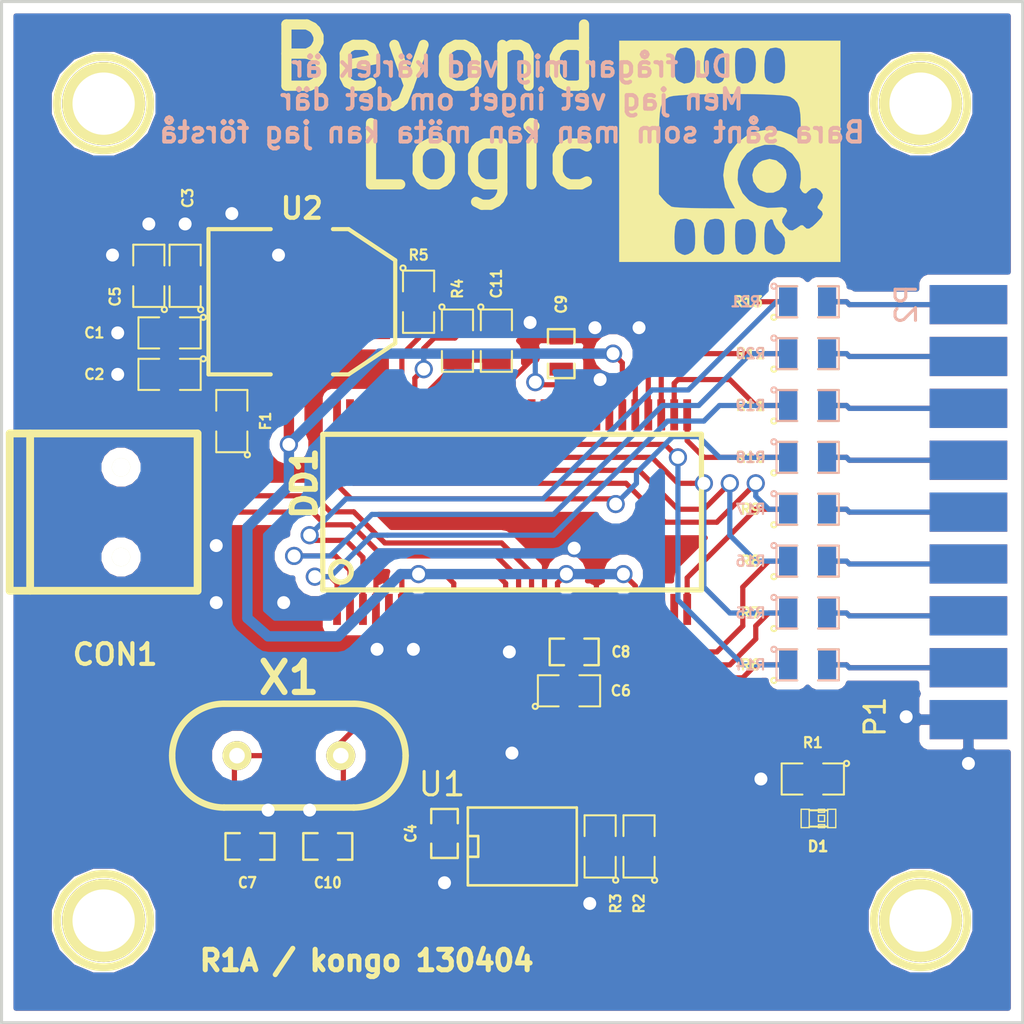
<source format=kicad_pcb>
(kicad_pcb (version 3) (host pcbnew "(2013-mar-13)-testing")

  (general
    (links 104)
    (no_connects 1)
    (area 163.999956 124.924999 216.006333 175.075001)
    (thickness 1.6)
    (drawings 7)
    (tracks 436)
    (zones 0)
    (modules 46)
    (nets 46)
  )

  (page A3)
  (title_block 
    (title "Beyond Logic")
    (rev R1A)
    (company "Kongo Embedded Systems")
  )

  (layers
    (15 F.Cu signal hide)
    (0 B.Cu signal)
    (16 B.Adhes user)
    (17 F.Adhes user hide)
    (18 B.Paste user)
    (19 F.Paste user hide)
    (20 B.SilkS user)
    (21 F.SilkS user hide)
    (22 B.Mask user)
    (23 F.Mask user hide)
    (24 Dwgs.User user)
    (25 Cmts.User user)
    (26 Eco1.User user)
    (27 Eco2.User user)
    (28 Edge.Cuts user)
  )

  (setup
    (last_trace_width 0.254)
    (user_trace_width 0.508)
    (trace_clearance 0.254)
    (zone_clearance 0.508)
    (zone_45_only no)
    (trace_min 0.254)
    (segment_width 0.2)
    (edge_width 0.15)
    (via_size 0.889)
    (via_drill 0.635)
    (via_min_size 0.889)
    (via_min_drill 0.508)
    (uvia_size 0.508)
    (uvia_drill 0.127)
    (uvias_allowed no)
    (uvia_min_size 0.508)
    (uvia_min_drill 0.127)
    (pcb_text_width 0.3)
    (pcb_text_size 1 1)
    (mod_edge_width 0.15)
    (mod_text_size 1 1)
    (mod_text_width 0.15)
    (pad_size 3.8 1.92)
    (pad_drill 0)
    (pad_to_mask_clearance 0)
    (aux_axis_origin 0 0)
    (visible_elements FFFFDF3F)
    (pcbplotparams
      (layerselection 3178497)
      (usegerberextensions true)
      (excludeedgelayer true)
      (linewidth 152400)
      (plotframeref false)
      (viasonmask false)
      (mode 1)
      (useauxorigin false)
      (hpglpennumber 1)
      (hpglpenspeed 20)
      (hpglpendiameter 15)
      (hpglpenoverlay 2)
      (psnegative false)
      (psa4output false)
      (plotreference true)
      (plotvalue true)
      (plotothertext true)
      (plotinvisibletext false)
      (padsonsilk false)
      (subtractmaskfromsilk false)
      (outputformat 1)
      (mirror false)
      (drillshape 1)
      (scaleselection 1)
      (outputdirectory ""))
  )

  (net 0 "")
  (net 1 +5V)
  (net 2 /SCL)
  (net 3 /SDA)
  (net 4 GND)
  (net 5 N-000001)
  (net 6 N-0000010)
  (net 7 N-0000011)
  (net 8 N-0000012)
  (net 9 N-0000013)
  (net 10 N-0000014)
  (net 11 N-0000015)
  (net 12 N-0000016)
  (net 13 N-0000017)
  (net 14 N-0000019)
  (net 15 N-000002)
  (net 16 N-0000020)
  (net 17 N-0000023)
  (net 18 N-0000024)
  (net 19 N-0000025)
  (net 20 N-0000026)
  (net 21 N-0000027)
  (net 22 N-0000028)
  (net 23 N-0000029)
  (net 24 N-0000030)
  (net 25 N-0000031)
  (net 26 N-0000032)
  (net 27 N-0000033)
  (net 28 N-0000034)
  (net 29 N-0000035)
  (net 30 N-0000036)
  (net 31 N-0000037)
  (net 32 N-0000038)
  (net 33 N-0000039)
  (net 34 N-000004)
  (net 35 N-0000040)
  (net 36 N-0000041)
  (net 37 N-0000042)
  (net 38 N-0000046)
  (net 39 N-000005)
  (net 40 N-000006)
  (net 41 N-0000061)
  (net 42 N-000007)
  (net 43 N-000008)
  (net 44 N-000009)
  (net 45 VCC)

  (net_class Default "This is the default net class."
    (clearance 0.254)
    (trace_width 0.254)
    (via_dia 0.889)
    (via_drill 0.635)
    (uvia_dia 0.508)
    (uvia_drill 0.127)
    (add_net "")
    (add_net +5V)
    (add_net /SCL)
    (add_net /SDA)
    (add_net GND)
    (add_net N-000001)
    (add_net N-0000010)
    (add_net N-0000011)
    (add_net N-0000012)
    (add_net N-0000013)
    (add_net N-0000014)
    (add_net N-0000015)
    (add_net N-0000016)
    (add_net N-0000017)
    (add_net N-0000019)
    (add_net N-000002)
    (add_net N-0000020)
    (add_net N-0000023)
    (add_net N-0000024)
    (add_net N-0000025)
    (add_net N-0000026)
    (add_net N-0000027)
    (add_net N-0000028)
    (add_net N-0000029)
    (add_net N-0000030)
    (add_net N-0000031)
    (add_net N-0000032)
    (add_net N-0000033)
    (add_net N-0000034)
    (add_net N-0000035)
    (add_net N-0000036)
    (add_net N-0000037)
    (add_net N-0000038)
    (add_net N-0000039)
    (add_net N-000004)
    (add_net N-0000040)
    (add_net N-0000041)
    (add_net N-0000042)
    (add_net N-0000046)
    (add_net N-000005)
    (add_net N-000006)
    (add_net N-0000061)
    (add_net N-000007)
    (add_net N-000008)
    (add_net N-000009)
    (add_net VCC)
  )

  (module USB_MINI_B (layer F.Cu) (tedit 515CBF97) (tstamp 515CA37C)
    (at 170 150)
    (descr "USB Mini-B 5-pin SMD connector")
    (tags "USB, Mini-B, connector")
    (path /51599E66)
    (fp_text reference CON1 (at 0.561 6.972) (layer F.SilkS)
      (effects (font (size 1.016 1.016) (thickness 0.2032)))
    )
    (fp_text value USB-MINI-B (at 0 -7.0993) (layer F.SilkS) hide
      (effects (font (size 1.016 1.016) (thickness 0.2032)))
    )
    (fp_line (start -3.59918 -3.85064) (end -3.59918 3.85064) (layer F.SilkS) (width 0.381))
    (fp_line (start -4.59994 -3.85064) (end -4.59994 3.85064) (layer F.SilkS) (width 0.381))
    (fp_line (start -4.59994 3.85064) (end 4.59994 3.85064) (layer F.SilkS) (width 0.381))
    (fp_line (start 4.59994 3.85064) (end 4.59994 -3.85064) (layer F.SilkS) (width 0.381))
    (fp_line (start 4.59994 -3.85064) (end -4.59994 -3.85064) (layer F.SilkS) (width 0.381))
    (pad 1 smd rect (at 3.44932 -1.6002) (size 2.30124 0.50038)
      (layers F.Cu F.Paste F.Mask)
      (net 16 N-0000020)
    )
    (pad 2 smd rect (at 3.44932 -0.8001) (size 2.30124 0.50038)
      (layers F.Cu F.Paste F.Mask)
      (net 18 N-0000024)
    )
    (pad 3 smd rect (at 3.44932 0) (size 2.30124 0.50038)
      (layers F.Cu F.Paste F.Mask)
      (net 14 N-0000019)
    )
    (pad 4 smd rect (at 3.44932 0.8001) (size 2.30124 0.50038)
      (layers F.Cu F.Paste F.Mask)
    )
    (pad 5 smd rect (at 3.44932 1.6002) (size 2.30124 0.50038)
      (layers F.Cu F.Paste F.Mask)
      (net 4 GND)
    )
    (pad 6 smd rect (at 3.35026 -4.45008) (size 2.49936 1.99898)
      (layers F.Cu F.Paste F.Mask)
      (net 4 GND)
    )
    (pad 7 smd rect (at -2.14884 -4.45008) (size 2.49936 1.99898)
      (layers F.Cu F.Paste F.Mask)
      (net 4 GND)
    )
    (pad 8 smd rect (at 3.35026 4.45008) (size 2.49936 1.99898)
      (layers F.Cu F.Paste F.Mask)
      (net 4 GND)
    )
    (pad 9 smd rect (at -2.14884 4.45008) (size 2.49936 1.99898)
      (layers F.Cu F.Paste F.Mask)
      (net 4 GND)
    )
    (pad "" np_thru_hole circle (at 0.8509 -2.19964) (size 0.89916 0.89916) (drill 0.89916)
      (layers *.Cu *.Mask F.SilkS)
    )
    (pad 2 np_thru_hole circle (at 0.8509 2.19964) (size 0.89916 0.89916) (drill 0.89916)
      (layers *.Cu *.Mask F.SilkS)
      (net 18 N-0000024)
    )
  )

  (module SSOP56   locked (layer F.Cu) (tedit 515CC522) (tstamp 515CA3BD)
    (at 190 150)
    (descr SSOP56)
    (path /51598A6C)
    (attr smd)
    (fp_text reference DD1 (at -10.168 -1.41 90) (layer F.SilkS)
      (effects (font (size 1.143 1.143) (thickness 0.28575)))
    )
    (fp_text value CY7C68013A (at 0 1.27) (layer F.SilkS) hide
      (effects (font (size 1.143 1.143) (thickness 0.28575)))
    )
    (fp_circle (center -8.382 2.921) (end -8.382 2.413) (layer F.SilkS) (width 0.254))
    (fp_line (start -9.271 3.81) (end 9.271 3.81) (layer F.SilkS) (width 0.254))
    (fp_line (start 9.271 3.81) (end 9.271 -3.81) (layer F.SilkS) (width 0.254))
    (fp_line (start 9.271 -3.81) (end -9.271 -3.81) (layer F.SilkS) (width 0.254))
    (fp_line (start -9.271 -3.81) (end -9.271 3.81) (layer F.SilkS) (width 0.254))
    (pad 1 smd rect (at -8.5725 4.7625) (size 0.381 1.524)
      (layers F.Cu F.Paste F.Mask)
      (net 42 N-000007)
    )
    (pad 2 smd rect (at -7.9375 4.7625) (size 0.381 1.524)
      (layers F.Cu F.Paste F.Mask)
      (net 40 N-000006)
    )
    (pad 3 smd rect (at -7.3025 4.7625) (size 0.381 1.524)
      (layers F.Cu F.Paste F.Mask)
      (net 35 N-0000040)
    )
    (pad 4 smd rect (at -6.6675 4.7625) (size 0.381 1.524)
      (layers F.Cu F.Paste F.Mask)
      (net 4 GND)
    )
    (pad 5 smd rect (at -6.0325 4.7625) (size 0.381 1.524)
      (layers F.Cu F.Paste F.Mask)
    )
    (pad 6 smd rect (at -5.3975 4.7625) (size 0.381 1.524)
      (layers F.Cu F.Paste F.Mask)
      (net 45 VCC)
    )
    (pad 7 smd rect (at -4.7625 4.7625) (size 0.381 1.524)
      (layers F.Cu F.Paste F.Mask)
      (net 4 GND)
    )
    (pad 8 smd rect (at -4.1275 4.7625) (size 0.381 1.524)
      (layers F.Cu F.Paste F.Mask)
    )
    (pad 9 smd rect (at -3.4925 4.7625) (size 0.381 1.524)
      (layers F.Cu F.Paste F.Mask)
    )
    (pad 10 smd rect (at -2.8575 4.7625) (size 0.381 1.524)
      (layers F.Cu F.Paste F.Mask)
      (net 45 VCC)
    )
    (pad 11 smd rect (at -2.2225 4.7625) (size 0.381 1.524)
      (layers F.Cu F.Paste F.Mask)
      (net 36 N-0000041)
    )
    (pad 12 smd rect (at -1.5875 4.7625) (size 0.381 1.524)
      (layers F.Cu F.Paste F.Mask)
      (net 41 N-0000061)
    )
    (pad 13 smd rect (at -0.9525 4.7625) (size 0.381 1.524)
      (layers F.Cu F.Paste F.Mask)
      (net 4 GND)
    )
    (pad 14 smd rect (at -0.3175 4.7625) (size 0.381 1.524)
      (layers F.Cu F.Paste F.Mask)
      (net 45 VCC)
    )
    (pad 15 smd rect (at 0.3175 4.7625) (size 0.381 1.524)
      (layers F.Cu F.Paste F.Mask)
      (net 14 N-0000019)
    )
    (pad 16 smd rect (at 0.9525 4.7625) (size 0.381 1.524)
      (layers F.Cu F.Paste F.Mask)
      (net 18 N-0000024)
    )
    (pad 17 smd rect (at 1.5875 4.7625) (size 0.381 1.524)
      (layers F.Cu F.Paste F.Mask)
      (net 4 GND)
    )
    (pad 18 smd rect (at 2.2225 4.7625) (size 0.381 1.524)
      (layers F.Cu F.Paste F.Mask)
      (net 45 VCC)
    )
    (pad 19 smd rect (at 2.8575 4.7625) (size 0.381 1.524)
      (layers F.Cu F.Paste F.Mask)
      (net 4 GND)
    )
    (pad 20 smd rect (at 3.4925 4.7625) (size 0.381 1.524)
      (layers F.Cu F.Paste F.Mask)
    )
    (pad 21 smd rect (at 4.1275 4.7625) (size 0.381 1.524)
      (layers F.Cu F.Paste F.Mask)
      (net 4 GND)
    )
    (pad 22 smd rect (at 4.7625 4.7625) (size 0.381 1.524)
      (layers F.Cu F.Paste F.Mask)
      (net 2 /SCL)
    )
    (pad 23 smd rect (at 5.3975 4.7625) (size 0.381 1.524)
      (layers F.Cu F.Paste F.Mask)
      (net 3 /SDA)
    )
    (pad 24 smd rect (at 6.0325 4.7625) (size 0.381 1.524)
      (layers F.Cu F.Paste F.Mask)
      (net 45 VCC)
    )
    (pad 25 smd rect (at 6.6675 4.7625) (size 0.381 1.524)
      (layers F.Cu F.Paste F.Mask)
      (net 15 N-000002)
    )
    (pad 26 smd rect (at 7.3025 4.7625) (size 0.381 1.524)
      (layers F.Cu F.Paste F.Mask)
      (net 5 N-000001)
    )
    (pad 27 smd rect (at 7.9375 4.7625) (size 0.381 1.524)
      (layers F.Cu F.Paste F.Mask)
      (net 34 N-000004)
    )
    (pad 28 smd rect (at 8.5725 4.7625) (size 0.381 1.524)
      (layers F.Cu F.Paste F.Mask)
      (net 13 N-0000017)
    )
    (pad 42 smd rect (at 0.3175 -4.7625) (size 0.381 1.524)
      (layers F.Cu F.Paste F.Mask)
    )
    (pad 41 smd rect (at 0.9525 -4.7625) (size 0.381 1.524)
      (layers F.Cu F.Paste F.Mask)
    )
    (pad 40 smd rect (at 1.5875 -4.7625) (size 0.381 1.524)
      (layers F.Cu F.Paste F.Mask)
    )
    (pad 39 smd rect (at 2.2225 -4.7625) (size 0.381 1.524)
      (layers F.Cu F.Paste F.Mask)
      (net 45 VCC)
    )
    (pad 43 smd rect (at -0.3175 -4.7625) (size 0.381 1.524)
      (layers F.Cu F.Paste F.Mask)
    )
    (pad 44 smd rect (at -0.9525 -4.7625) (size 0.381 1.524)
      (layers F.Cu F.Paste F.Mask)
    )
    (pad 45 smd rect (at -1.5875 -4.7625) (size 0.381 1.524)
      (layers F.Cu F.Paste F.Mask)
    )
    (pad 46 smd rect (at -2.2225 -4.7625) (size 0.381 1.524)
      (layers F.Cu F.Paste F.Mask)
    )
    (pad 47 smd rect (at -2.8575 -4.7625) (size 0.381 1.524)
      (layers F.Cu F.Paste F.Mask)
    )
    (pad 48 smd rect (at -3.4925 -4.7625) (size 0.381 1.524)
      (layers F.Cu F.Paste F.Mask)
      (net 4 GND)
    )
    (pad 49 smd rect (at -4.1275 -4.7625) (size 0.381 1.524)
      (layers F.Cu F.Paste F.Mask)
      (net 37 N-0000042)
    )
    (pad 50 smd rect (at -4.7625 -4.7625) (size 0.381 1.524)
      (layers F.Cu F.Paste F.Mask)
      (net 45 VCC)
    )
    (pad 51 smd rect (at -5.3975 -4.7625) (size 0.381 1.524)
      (layers F.Cu F.Paste F.Mask)
      (net 38 N-0000046)
    )
    (pad 52 smd rect (at -6.0325 -4.7625) (size 0.381 1.524)
      (layers F.Cu F.Paste F.Mask)
      (net 39 N-000005)
    )
    (pad 53 smd rect (at -6.6675 -4.7625) (size 0.381 1.524)
      (layers F.Cu F.Paste F.Mask)
      (net 7 N-0000011)
    )
    (pad 38 smd rect (at 2.8575 -4.7625) (size 0.381 1.524)
      (layers F.Cu F.Paste F.Mask)
    )
    (pad 37 smd rect (at 3.4925 -4.7625) (size 0.381 1.524)
      (layers F.Cu F.Paste F.Mask)
    )
    (pad 36 smd rect (at 4.1275 -4.7625) (size 0.381 1.524)
      (layers F.Cu F.Paste F.Mask)
    )
    (pad 35 smd rect (at 4.7625 -4.7625) (size 0.381 1.524)
      (layers F.Cu F.Paste F.Mask)
      (net 4 GND)
    )
    (pad 34 smd rect (at 5.3975 -4.7625) (size 0.381 1.524)
      (layers F.Cu F.Paste F.Mask)
      (net 45 VCC)
    )
    (pad 33 smd rect (at 6.0325 -4.7625) (size 0.381 1.524)
      (layers F.Cu F.Paste F.Mask)
      (net 4 GND)
    )
    (pad 32 smd rect (at 6.6675 -4.7625) (size 0.381 1.524)
      (layers F.Cu F.Paste F.Mask)
      (net 9 N-0000013)
    )
    (pad 31 smd rect (at 7.3025 -4.7625) (size 0.381 1.524)
      (layers F.Cu F.Paste F.Mask)
      (net 10 N-0000014)
    )
    (pad 30 smd rect (at 7.9375 -4.7625) (size 0.381 1.524)
      (layers F.Cu F.Paste F.Mask)
      (net 11 N-0000015)
    )
    (pad 29 smd rect (at 8.5725 -4.7625) (size 0.381 1.524)
      (layers F.Cu F.Paste F.Mask)
      (net 12 N-0000016)
    )
    (pad 54 smd rect (at -7.3025 -4.7625) (size 0.381 1.524)
      (layers F.Cu F.Paste F.Mask)
      (net 6 N-0000010)
    )
    (pad 55 smd rect (at -7.9375 -4.7625) (size 0.381 1.524)
      (layers F.Cu F.Paste F.Mask)
      (net 44 N-000009)
    )
    (pad 56 smd rect (at -8.5725 -4.7625) (size 0.381 1.524)
      (layers F.Cu F.Paste F.Mask)
      (net 43 N-000008)
    )
  )

  (module SOT223 (layer F.Cu) (tedit 515CC035) (tstamp 515CA3CD)
    (at 179.705 139.7 270)
    (descr "module CMS SOT223 4 pins")
    (tags "CMS SOT")
    (path /5159A562)
    (attr smd)
    (fp_text reference U2 (at -4.572 0 360) (layer F.SilkS)
      (effects (font (size 1.016 1.016) (thickness 0.2032)))
    )
    (fp_text value AMS1117_3V3 (at 0 0.762 270) (layer F.SilkS) hide
      (effects (font (size 1.016 1.016) (thickness 0.2032)))
    )
    (fp_line (start -3.556 1.524) (end -3.556 4.572) (layer F.SilkS) (width 0.2032))
    (fp_line (start -3.556 4.572) (end 3.556 4.572) (layer F.SilkS) (width 0.2032))
    (fp_line (start 3.556 4.572) (end 3.556 1.524) (layer F.SilkS) (width 0.2032))
    (fp_line (start -3.556 -1.524) (end -3.556 -2.286) (layer F.SilkS) (width 0.2032))
    (fp_line (start -3.556 -2.286) (end -2.032 -4.572) (layer F.SilkS) (width 0.2032))
    (fp_line (start -2.032 -4.572) (end 2.032 -4.572) (layer F.SilkS) (width 0.2032))
    (fp_line (start 2.032 -4.572) (end 3.556 -2.286) (layer F.SilkS) (width 0.2032))
    (fp_line (start 3.556 -2.286) (end 3.556 -1.524) (layer F.SilkS) (width 0.2032))
    (pad 4 smd rect (at 0 -3.302 270) (size 3.6576 2.032)
      (layers F.Cu F.Paste F.Mask)
    )
    (pad 2 smd rect (at 0 3.302 270) (size 1.016 2.032)
      (layers F.Cu F.Paste F.Mask)
      (net 45 VCC)
    )
    (pad 3 smd rect (at 2.286 3.302 270) (size 1.016 2.032)
      (layers F.Cu F.Paste F.Mask)
      (net 1 +5V)
    )
    (pad 1 smd rect (at -2.286 3.302 270) (size 1.016 2.032)
      (layers F.Cu F.Paste F.Mask)
      (net 4 GND)
    )
    (model smd/SOT223.wrl
      (at (xyz 0 0 0))
      (scale (xyz 0.4 0.4 0.4))
      (rotate (xyz 0 0 0))
    )
  )

  (module SO8E (layer F.Cu) (tedit 515CBFD2) (tstamp 515CA3E1)
    (at 190.5 166.37)
    (descr "module CMS SOJ 8 pins etroit")
    (tags "CMS SOJ")
    (path /51599922)
    (attr smd)
    (fp_text reference U1 (at -3.937 -3.048) (layer F.SilkS)
      (effects (font (size 1.143 1.143) (thickness 0.1524)))
    )
    (fp_text value 24C16 (at 0 1.016) (layer F.SilkS) hide
      (effects (font (size 0.889 0.889) (thickness 0.1524)))
    )
    (fp_line (start -2.667 1.778) (end -2.667 1.905) (layer F.SilkS) (width 0.127))
    (fp_line (start -2.667 1.905) (end 2.667 1.905) (layer F.SilkS) (width 0.127))
    (fp_line (start 2.667 -1.905) (end -2.667 -1.905) (layer F.SilkS) (width 0.127))
    (fp_line (start -2.667 -1.905) (end -2.667 1.778) (layer F.SilkS) (width 0.127))
    (fp_line (start -2.667 -0.508) (end -2.159 -0.508) (layer F.SilkS) (width 0.127))
    (fp_line (start -2.159 -0.508) (end -2.159 0.508) (layer F.SilkS) (width 0.127))
    (fp_line (start -2.159 0.508) (end -2.667 0.508) (layer F.SilkS) (width 0.127))
    (fp_line (start 2.667 -1.905) (end 2.667 1.905) (layer F.SilkS) (width 0.127))
    (pad 8 smd rect (at -1.905 -2.667) (size 0.59944 1.39954)
      (layers F.Cu F.Paste F.Mask)
      (net 45 VCC)
    )
    (pad 1 smd rect (at -1.905 2.667) (size 0.59944 1.39954)
      (layers F.Cu F.Paste F.Mask)
      (net 4 GND)
    )
    (pad 7 smd rect (at -0.635 -2.667) (size 0.59944 1.39954)
      (layers F.Cu F.Paste F.Mask)
      (net 4 GND)
    )
    (pad 6 smd rect (at 0.635 -2.667) (size 0.59944 1.39954)
      (layers F.Cu F.Paste F.Mask)
      (net 2 /SCL)
    )
    (pad 5 smd rect (at 1.905 -2.667) (size 0.59944 1.39954)
      (layers F.Cu F.Paste F.Mask)
      (net 3 /SDA)
    )
    (pad 2 smd rect (at -0.635 2.667) (size 0.59944 1.39954)
      (layers F.Cu F.Paste F.Mask)
      (net 4 GND)
    )
    (pad 3 smd rect (at 0.635 2.667) (size 0.59944 1.39954)
      (layers F.Cu F.Paste F.Mask)
      (net 4 GND)
    )
    (pad 4 smd rect (at 1.905 2.667) (size 0.59944 1.39954)
      (layers F.Cu F.Paste F.Mask)
      (net 4 GND)
    )
    (model smd/cms_so8.wrl
      (at (xyz 0 0 0))
      (scale (xyz 0.5 0.32 0.5))
      (rotate (xyz 0 0 0))
    )
  )

  (module SM0805 (layer F.Cu) (tedit 515CC404) (tstamp 515CA3EE)
    (at 204.47 139.7)
    (path /5159B0A5)
    (attr smd)
    (fp_text reference R13 (at -2.921 0) (layer F.SilkS)
      (effects (font (size 0.50038 0.50038) (thickness 0.10922)))
    )
    (fp_text value 51R (at 0 0.381) (layer F.SilkS) hide
      (effects (font (size 0.50038 0.50038) (thickness 0.10922)))
    )
    (fp_circle (center -1.651 0.762) (end -1.651 0.635) (layer F.SilkS) (width 0.09906))
    (fp_line (start -0.508 0.762) (end -1.524 0.762) (layer F.SilkS) (width 0.09906))
    (fp_line (start -1.524 0.762) (end -1.524 -0.762) (layer F.SilkS) (width 0.09906))
    (fp_line (start -1.524 -0.762) (end -0.508 -0.762) (layer F.SilkS) (width 0.09906))
    (fp_line (start 0.508 -0.762) (end 1.524 -0.762) (layer F.SilkS) (width 0.09906))
    (fp_line (start 1.524 -0.762) (end 1.524 0.762) (layer F.SilkS) (width 0.09906))
    (fp_line (start 1.524 0.762) (end 0.508 0.762) (layer F.SilkS) (width 0.09906))
    (pad 1 smd rect (at -0.9525 0) (size 0.889 1.397)
      (layers F.Cu F.Paste F.Mask)
      (net 9 N-0000013)
    )
    (pad 2 smd rect (at 0.9525 0) (size 0.889 1.397)
      (layers F.Cu F.Paste F.Mask)
      (net 24 N-0000030)
    )
    (model smd/chip_cms.wrl
      (at (xyz 0 0 0))
      (scale (xyz 0.1 0.1 0.1))
      (rotate (xyz 0 0 0))
    )
  )

  (module SM0805 (layer F.Cu) (tedit 515CC42C) (tstamp 515CA3FB)
    (at 204.47 157.48)
    (path /5159B054)
    (attr smd)
    (fp_text reference R6 (at -2.794 0) (layer F.SilkS)
      (effects (font (size 0.50038 0.50038) (thickness 0.10922)))
    )
    (fp_text value 51R (at 0 0.381) (layer F.SilkS) hide
      (effects (font (size 0.50038 0.50038) (thickness 0.10922)))
    )
    (fp_circle (center -1.651 0.762) (end -1.651 0.635) (layer F.SilkS) (width 0.09906))
    (fp_line (start -0.508 0.762) (end -1.524 0.762) (layer F.SilkS) (width 0.09906))
    (fp_line (start -1.524 0.762) (end -1.524 -0.762) (layer F.SilkS) (width 0.09906))
    (fp_line (start -1.524 -0.762) (end -0.508 -0.762) (layer F.SilkS) (width 0.09906))
    (fp_line (start 0.508 -0.762) (end 1.524 -0.762) (layer F.SilkS) (width 0.09906))
    (fp_line (start 1.524 -0.762) (end 1.524 0.762) (layer F.SilkS) (width 0.09906))
    (fp_line (start 1.524 0.762) (end 0.508 0.762) (layer F.SilkS) (width 0.09906))
    (pad 1 smd rect (at -0.9525 0) (size 0.889 1.397)
      (layers F.Cu F.Paste F.Mask)
      (net 15 N-000002)
    )
    (pad 2 smd rect (at 0.9525 0) (size 0.889 1.397)
      (layers F.Cu F.Paste F.Mask)
      (net 33 N-0000039)
    )
    (model smd/chip_cms.wrl
      (at (xyz 0 0 0))
      (scale (xyz 0.1 0.1 0.1))
      (rotate (xyz 0 0 0))
    )
  )

  (module SM0805 (layer F.Cu) (tedit 515CC428) (tstamp 515CA408)
    (at 204.47 154.94)
    (path /5159B081)
    (attr smd)
    (fp_text reference R7 (at -2.794 0) (layer F.SilkS)
      (effects (font (size 0.50038 0.50038) (thickness 0.10922)))
    )
    (fp_text value 51R (at 0 0.381) (layer F.SilkS) hide
      (effects (font (size 0.50038 0.50038) (thickness 0.10922)))
    )
    (fp_circle (center -1.651 0.762) (end -1.651 0.635) (layer F.SilkS) (width 0.09906))
    (fp_line (start -0.508 0.762) (end -1.524 0.762) (layer F.SilkS) (width 0.09906))
    (fp_line (start -1.524 0.762) (end -1.524 -0.762) (layer F.SilkS) (width 0.09906))
    (fp_line (start -1.524 -0.762) (end -0.508 -0.762) (layer F.SilkS) (width 0.09906))
    (fp_line (start 0.508 -0.762) (end 1.524 -0.762) (layer F.SilkS) (width 0.09906))
    (fp_line (start 1.524 -0.762) (end 1.524 0.762) (layer F.SilkS) (width 0.09906))
    (fp_line (start 1.524 0.762) (end 0.508 0.762) (layer F.SilkS) (width 0.09906))
    (pad 1 smd rect (at -0.9525 0) (size 0.889 1.397)
      (layers F.Cu F.Paste F.Mask)
      (net 5 N-000001)
    )
    (pad 2 smd rect (at 0.9525 0) (size 0.889 1.397)
      (layers F.Cu F.Paste F.Mask)
      (net 32 N-0000038)
    )
    (model smd/chip_cms.wrl
      (at (xyz 0 0 0))
      (scale (xyz 0.1 0.1 0.1))
      (rotate (xyz 0 0 0))
    )
  )

  (module SM0805 (layer F.Cu) (tedit 515CC425) (tstamp 515CA415)
    (at 204.47 152.4)
    (path /5159B087)
    (attr smd)
    (fp_text reference R8 (at -2.794 0) (layer F.SilkS)
      (effects (font (size 0.50038 0.50038) (thickness 0.10922)))
    )
    (fp_text value 51R (at 0 0.381) (layer F.SilkS) hide
      (effects (font (size 0.50038 0.50038) (thickness 0.10922)))
    )
    (fp_circle (center -1.651 0.762) (end -1.651 0.635) (layer F.SilkS) (width 0.09906))
    (fp_line (start -0.508 0.762) (end -1.524 0.762) (layer F.SilkS) (width 0.09906))
    (fp_line (start -1.524 0.762) (end -1.524 -0.762) (layer F.SilkS) (width 0.09906))
    (fp_line (start -1.524 -0.762) (end -0.508 -0.762) (layer F.SilkS) (width 0.09906))
    (fp_line (start 0.508 -0.762) (end 1.524 -0.762) (layer F.SilkS) (width 0.09906))
    (fp_line (start 1.524 -0.762) (end 1.524 0.762) (layer F.SilkS) (width 0.09906))
    (fp_line (start 1.524 0.762) (end 0.508 0.762) (layer F.SilkS) (width 0.09906))
    (pad 1 smd rect (at -0.9525 0) (size 0.889 1.397)
      (layers F.Cu F.Paste F.Mask)
      (net 34 N-000004)
    )
    (pad 2 smd rect (at 0.9525 0) (size 0.889 1.397)
      (layers F.Cu F.Paste F.Mask)
      (net 31 N-0000037)
    )
    (model smd/chip_cms.wrl
      (at (xyz 0 0 0))
      (scale (xyz 0.1 0.1 0.1))
      (rotate (xyz 0 0 0))
    )
  )

  (module SM0805 (layer F.Cu) (tedit 515CC420) (tstamp 515CA422)
    (at 204.47 149.86)
    (path /5159B08D)
    (attr smd)
    (fp_text reference R9 (at -2.794 0) (layer F.SilkS)
      (effects (font (size 0.50038 0.50038) (thickness 0.10922)))
    )
    (fp_text value 51R (at 0 0.381) (layer F.SilkS) hide
      (effects (font (size 0.50038 0.50038) (thickness 0.10922)))
    )
    (fp_circle (center -1.651 0.762) (end -1.651 0.635) (layer F.SilkS) (width 0.09906))
    (fp_line (start -0.508 0.762) (end -1.524 0.762) (layer F.SilkS) (width 0.09906))
    (fp_line (start -1.524 0.762) (end -1.524 -0.762) (layer F.SilkS) (width 0.09906))
    (fp_line (start -1.524 -0.762) (end -0.508 -0.762) (layer F.SilkS) (width 0.09906))
    (fp_line (start 0.508 -0.762) (end 1.524 -0.762) (layer F.SilkS) (width 0.09906))
    (fp_line (start 1.524 -0.762) (end 1.524 0.762) (layer F.SilkS) (width 0.09906))
    (fp_line (start 1.524 0.762) (end 0.508 0.762) (layer F.SilkS) (width 0.09906))
    (pad 1 smd rect (at -0.9525 0) (size 0.889 1.397)
      (layers F.Cu F.Paste F.Mask)
      (net 13 N-0000017)
    )
    (pad 2 smd rect (at 0.9525 0) (size 0.889 1.397)
      (layers F.Cu F.Paste F.Mask)
      (net 30 N-0000036)
    )
    (model smd/chip_cms.wrl
      (at (xyz 0 0 0))
      (scale (xyz 0.1 0.1 0.1))
      (rotate (xyz 0 0 0))
    )
  )

  (module SM0805 (layer F.Cu) (tedit 515CC41C) (tstamp 515CA42F)
    (at 204.47 147.32)
    (path /5159B093)
    (attr smd)
    (fp_text reference R10 (at -2.794 0) (layer F.SilkS)
      (effects (font (size 0.50038 0.50038) (thickness 0.10922)))
    )
    (fp_text value 51R (at 0 0.381) (layer F.SilkS) hide
      (effects (font (size 0.50038 0.50038) (thickness 0.10922)))
    )
    (fp_circle (center -1.651 0.762) (end -1.651 0.635) (layer F.SilkS) (width 0.09906))
    (fp_line (start -0.508 0.762) (end -1.524 0.762) (layer F.SilkS) (width 0.09906))
    (fp_line (start -1.524 0.762) (end -1.524 -0.762) (layer F.SilkS) (width 0.09906))
    (fp_line (start -1.524 -0.762) (end -0.508 -0.762) (layer F.SilkS) (width 0.09906))
    (fp_line (start 0.508 -0.762) (end 1.524 -0.762) (layer F.SilkS) (width 0.09906))
    (fp_line (start 1.524 -0.762) (end 1.524 0.762) (layer F.SilkS) (width 0.09906))
    (fp_line (start 1.524 0.762) (end 0.508 0.762) (layer F.SilkS) (width 0.09906))
    (pad 1 smd rect (at -0.9525 0) (size 0.889 1.397)
      (layers F.Cu F.Paste F.Mask)
      (net 12 N-0000016)
    )
    (pad 2 smd rect (at 0.9525 0) (size 0.889 1.397)
      (layers F.Cu F.Paste F.Mask)
      (net 29 N-0000035)
    )
    (model smd/chip_cms.wrl
      (at (xyz 0 0 0))
      (scale (xyz 0.1 0.1 0.1))
      (rotate (xyz 0 0 0))
    )
  )

  (module SM0805 (layer F.Cu) (tedit 515CC416) (tstamp 515CA43C)
    (at 204.47 144.78)
    (path /5159B099)
    (attr smd)
    (fp_text reference R11 (at -2.794 0) (layer F.SilkS)
      (effects (font (size 0.50038 0.50038) (thickness 0.10922)))
    )
    (fp_text value 51R (at 0 0.381) (layer F.SilkS) hide
      (effects (font (size 0.50038 0.50038) (thickness 0.10922)))
    )
    (fp_circle (center -1.651 0.762) (end -1.651 0.635) (layer F.SilkS) (width 0.09906))
    (fp_line (start -0.508 0.762) (end -1.524 0.762) (layer F.SilkS) (width 0.09906))
    (fp_line (start -1.524 0.762) (end -1.524 -0.762) (layer F.SilkS) (width 0.09906))
    (fp_line (start -1.524 -0.762) (end -0.508 -0.762) (layer F.SilkS) (width 0.09906))
    (fp_line (start 0.508 -0.762) (end 1.524 -0.762) (layer F.SilkS) (width 0.09906))
    (fp_line (start 1.524 -0.762) (end 1.524 0.762) (layer F.SilkS) (width 0.09906))
    (fp_line (start 1.524 0.762) (end 0.508 0.762) (layer F.SilkS) (width 0.09906))
    (pad 1 smd rect (at -0.9525 0) (size 0.889 1.397)
      (layers F.Cu F.Paste F.Mask)
      (net 11 N-0000015)
    )
    (pad 2 smd rect (at 0.9525 0) (size 0.889 1.397)
      (layers F.Cu F.Paste F.Mask)
      (net 26 N-0000032)
    )
    (model smd/chip_cms.wrl
      (at (xyz 0 0 0))
      (scale (xyz 0.1 0.1 0.1))
      (rotate (xyz 0 0 0))
    )
  )

  (module SM0805 (layer F.Cu) (tedit 515CC40B) (tstamp 515CA449)
    (at 204.47 142.24)
    (path /5159B09F)
    (attr smd)
    (fp_text reference R12 (at -2.794 0) (layer F.SilkS)
      (effects (font (size 0.50038 0.50038) (thickness 0.10922)))
    )
    (fp_text value 51R (at 0 0.381) (layer F.SilkS) hide
      (effects (font (size 0.50038 0.50038) (thickness 0.10922)))
    )
    (fp_circle (center -1.651 0.762) (end -1.651 0.635) (layer F.SilkS) (width 0.09906))
    (fp_line (start -0.508 0.762) (end -1.524 0.762) (layer F.SilkS) (width 0.09906))
    (fp_line (start -1.524 0.762) (end -1.524 -0.762) (layer F.SilkS) (width 0.09906))
    (fp_line (start -1.524 -0.762) (end -0.508 -0.762) (layer F.SilkS) (width 0.09906))
    (fp_line (start 0.508 -0.762) (end 1.524 -0.762) (layer F.SilkS) (width 0.09906))
    (fp_line (start 1.524 -0.762) (end 1.524 0.762) (layer F.SilkS) (width 0.09906))
    (fp_line (start 1.524 0.762) (end 0.508 0.762) (layer F.SilkS) (width 0.09906))
    (pad 1 smd rect (at -0.9525 0) (size 0.889 1.397)
      (layers F.Cu F.Paste F.Mask)
      (net 10 N-0000014)
    )
    (pad 2 smd rect (at 0.9525 0) (size 0.889 1.397)
      (layers F.Cu F.Paste F.Mask)
      (net 25 N-0000031)
    )
    (model smd/chip_cms.wrl
      (at (xyz 0 0 0))
      (scale (xyz 0.1 0.1 0.1))
      (rotate (xyz 0 0 0))
    )
  )

  (module SM0805 (layer F.Cu) (tedit 515CBFEF) (tstamp 515CA456)
    (at 204.724 163.068 180)
    (path /515CB939)
    (attr smd)
    (fp_text reference R1 (at 0 1.778 180) (layer F.SilkS)
      (effects (font (size 0.50038 0.50038) (thickness 0.10922)))
    )
    (fp_text value 330R (at 0 0.381 180) (layer F.SilkS) hide
      (effects (font (size 0.50038 0.50038) (thickness 0.10922)))
    )
    (fp_circle (center -1.651 0.762) (end -1.651 0.635) (layer F.SilkS) (width 0.09906))
    (fp_line (start -0.508 0.762) (end -1.524 0.762) (layer F.SilkS) (width 0.09906))
    (fp_line (start -1.524 0.762) (end -1.524 -0.762) (layer F.SilkS) (width 0.09906))
    (fp_line (start -1.524 -0.762) (end -0.508 -0.762) (layer F.SilkS) (width 0.09906))
    (fp_line (start 0.508 -0.762) (end 1.524 -0.762) (layer F.SilkS) (width 0.09906))
    (fp_line (start 1.524 -0.762) (end 1.524 0.762) (layer F.SilkS) (width 0.09906))
    (fp_line (start 1.524 0.762) (end 0.508 0.762) (layer F.SilkS) (width 0.09906))
    (pad 1 smd rect (at -0.9525 0 180) (size 0.889 1.397)
      (layers F.Cu F.Paste F.Mask)
      (net 27 N-0000033)
    )
    (pad 2 smd rect (at 0.9525 0 180) (size 0.889 1.397)
      (layers F.Cu F.Paste F.Mask)
      (net 4 GND)
    )
    (model smd/chip_cms.wrl
      (at (xyz 0 0 0))
      (scale (xyz 0.1 0.1 0.1))
      (rotate (xyz 0 0 0))
    )
  )

  (module SM0805 (layer B.Cu) (tedit 515CC482) (tstamp 515CA463)
    (at 204.47 157.48)
    (path /5159B0AB)
    (attr smd)
    (fp_text reference R14 (at -2.794 0) (layer B.SilkS)
      (effects (font (size 0.50038 0.50038) (thickness 0.10922)) (justify mirror))
    )
    (fp_text value 51R (at 0 -0.381) (layer B.SilkS) hide
      (effects (font (size 0.50038 0.50038) (thickness 0.10922)) (justify mirror))
    )
    (fp_circle (center -1.651 -0.762) (end -1.651 -0.635) (layer B.SilkS) (width 0.09906))
    (fp_line (start -0.508 -0.762) (end -1.524 -0.762) (layer B.SilkS) (width 0.09906))
    (fp_line (start -1.524 -0.762) (end -1.524 0.762) (layer B.SilkS) (width 0.09906))
    (fp_line (start -1.524 0.762) (end -0.508 0.762) (layer B.SilkS) (width 0.09906))
    (fp_line (start 0.508 0.762) (end 1.524 0.762) (layer B.SilkS) (width 0.09906))
    (fp_line (start 1.524 0.762) (end 1.524 -0.762) (layer B.SilkS) (width 0.09906))
    (fp_line (start 1.524 -0.762) (end 0.508 -0.762) (layer B.SilkS) (width 0.09906))
    (pad 1 smd rect (at -0.9525 0) (size 0.889 1.397)
      (layers B.Cu B.Paste B.Mask)
      (net 39 N-000005)
    )
    (pad 2 smd rect (at 0.9525 0) (size 0.889 1.397)
      (layers B.Cu B.Paste B.Mask)
      (net 8 N-0000012)
    )
    (model smd/chip_cms.wrl
      (at (xyz 0 0 0))
      (scale (xyz 0.1 0.1 0.1))
      (rotate (xyz 0 0 0))
    )
  )

  (module SM0805 (layer B.Cu) (tedit 515CC47F) (tstamp 515CA470)
    (at 204.47 154.94)
    (path /5159B0B1)
    (attr smd)
    (fp_text reference R15 (at -2.794 0) (layer B.SilkS)
      (effects (font (size 0.50038 0.50038) (thickness 0.10922)) (justify mirror))
    )
    (fp_text value 51R (at 0 -0.381) (layer B.SilkS) hide
      (effects (font (size 0.50038 0.50038) (thickness 0.10922)) (justify mirror))
    )
    (fp_circle (center -1.651 -0.762) (end -1.651 -0.635) (layer B.SilkS) (width 0.09906))
    (fp_line (start -0.508 -0.762) (end -1.524 -0.762) (layer B.SilkS) (width 0.09906))
    (fp_line (start -1.524 -0.762) (end -1.524 0.762) (layer B.SilkS) (width 0.09906))
    (fp_line (start -1.524 0.762) (end -0.508 0.762) (layer B.SilkS) (width 0.09906))
    (fp_line (start 0.508 0.762) (end 1.524 0.762) (layer B.SilkS) (width 0.09906))
    (fp_line (start 1.524 0.762) (end 1.524 -0.762) (layer B.SilkS) (width 0.09906))
    (fp_line (start 1.524 -0.762) (end 0.508 -0.762) (layer B.SilkS) (width 0.09906))
    (pad 1 smd rect (at -0.9525 0) (size 0.889 1.397)
      (layers B.Cu B.Paste B.Mask)
      (net 7 N-0000011)
    )
    (pad 2 smd rect (at 0.9525 0) (size 0.889 1.397)
      (layers B.Cu B.Paste B.Mask)
      (net 23 N-0000029)
    )
    (model smd/chip_cms.wrl
      (at (xyz 0 0 0))
      (scale (xyz 0.1 0.1 0.1))
      (rotate (xyz 0 0 0))
    )
  )

  (module SM0805 (layer B.Cu) (tedit 515CC47B) (tstamp 515CA47D)
    (at 204.47 152.4)
    (path /5159B0B7)
    (attr smd)
    (fp_text reference R16 (at -2.794 0) (layer B.SilkS)
      (effects (font (size 0.50038 0.50038) (thickness 0.10922)) (justify mirror))
    )
    (fp_text value 51R (at 0 -0.381) (layer B.SilkS) hide
      (effects (font (size 0.50038 0.50038) (thickness 0.10922)) (justify mirror))
    )
    (fp_circle (center -1.651 -0.762) (end -1.651 -0.635) (layer B.SilkS) (width 0.09906))
    (fp_line (start -0.508 -0.762) (end -1.524 -0.762) (layer B.SilkS) (width 0.09906))
    (fp_line (start -1.524 -0.762) (end -1.524 0.762) (layer B.SilkS) (width 0.09906))
    (fp_line (start -1.524 0.762) (end -0.508 0.762) (layer B.SilkS) (width 0.09906))
    (fp_line (start 0.508 0.762) (end 1.524 0.762) (layer B.SilkS) (width 0.09906))
    (fp_line (start 1.524 0.762) (end 1.524 -0.762) (layer B.SilkS) (width 0.09906))
    (fp_line (start 1.524 -0.762) (end 0.508 -0.762) (layer B.SilkS) (width 0.09906))
    (pad 1 smd rect (at -0.9525 0) (size 0.889 1.397)
      (layers B.Cu B.Paste B.Mask)
      (net 6 N-0000010)
    )
    (pad 2 smd rect (at 0.9525 0) (size 0.889 1.397)
      (layers B.Cu B.Paste B.Mask)
      (net 22 N-0000028)
    )
    (model smd/chip_cms.wrl
      (at (xyz 0 0 0))
      (scale (xyz 0.1 0.1 0.1))
      (rotate (xyz 0 0 0))
    )
  )

  (module SM0805 (layer B.Cu) (tedit 515CC478) (tstamp 515CA48A)
    (at 204.47 149.86)
    (path /5159B0BD)
    (attr smd)
    (fp_text reference R17 (at -2.794 0) (layer B.SilkS)
      (effects (font (size 0.50038 0.50038) (thickness 0.10922)) (justify mirror))
    )
    (fp_text value 51R (at 0 -0.381) (layer B.SilkS) hide
      (effects (font (size 0.50038 0.50038) (thickness 0.10922)) (justify mirror))
    )
    (fp_circle (center -1.651 -0.762) (end -1.651 -0.635) (layer B.SilkS) (width 0.09906))
    (fp_line (start -0.508 -0.762) (end -1.524 -0.762) (layer B.SilkS) (width 0.09906))
    (fp_line (start -1.524 -0.762) (end -1.524 0.762) (layer B.SilkS) (width 0.09906))
    (fp_line (start -1.524 0.762) (end -0.508 0.762) (layer B.SilkS) (width 0.09906))
    (fp_line (start 0.508 0.762) (end 1.524 0.762) (layer B.SilkS) (width 0.09906))
    (fp_line (start 1.524 0.762) (end 1.524 -0.762) (layer B.SilkS) (width 0.09906))
    (fp_line (start 1.524 -0.762) (end 0.508 -0.762) (layer B.SilkS) (width 0.09906))
    (pad 1 smd rect (at -0.9525 0) (size 0.889 1.397)
      (layers B.Cu B.Paste B.Mask)
      (net 44 N-000009)
    )
    (pad 2 smd rect (at 0.9525 0) (size 0.889 1.397)
      (layers B.Cu B.Paste B.Mask)
      (net 21 N-0000027)
    )
    (model smd/chip_cms.wrl
      (at (xyz 0 0 0))
      (scale (xyz 0.1 0.1 0.1))
      (rotate (xyz 0 0 0))
    )
  )

  (module SM0805 (layer B.Cu) (tedit 515CC474) (tstamp 515CA497)
    (at 204.47 147.32)
    (path /5159B0C3)
    (attr smd)
    (fp_text reference R18 (at -2.794 0) (layer B.SilkS)
      (effects (font (size 0.50038 0.50038) (thickness 0.10922)) (justify mirror))
    )
    (fp_text value 51R (at 0 -0.381) (layer B.SilkS) hide
      (effects (font (size 0.50038 0.50038) (thickness 0.10922)) (justify mirror))
    )
    (fp_circle (center -1.651 -0.762) (end -1.651 -0.635) (layer B.SilkS) (width 0.09906))
    (fp_line (start -0.508 -0.762) (end -1.524 -0.762) (layer B.SilkS) (width 0.09906))
    (fp_line (start -1.524 -0.762) (end -1.524 0.762) (layer B.SilkS) (width 0.09906))
    (fp_line (start -1.524 0.762) (end -0.508 0.762) (layer B.SilkS) (width 0.09906))
    (fp_line (start 0.508 0.762) (end 1.524 0.762) (layer B.SilkS) (width 0.09906))
    (fp_line (start 1.524 0.762) (end 1.524 -0.762) (layer B.SilkS) (width 0.09906))
    (fp_line (start 1.524 -0.762) (end 0.508 -0.762) (layer B.SilkS) (width 0.09906))
    (pad 1 smd rect (at -0.9525 0) (size 0.889 1.397)
      (layers B.Cu B.Paste B.Mask)
      (net 43 N-000008)
    )
    (pad 2 smd rect (at 0.9525 0) (size 0.889 1.397)
      (layers B.Cu B.Paste B.Mask)
      (net 20 N-0000026)
    )
    (model smd/chip_cms.wrl
      (at (xyz 0 0 0))
      (scale (xyz 0.1 0.1 0.1))
      (rotate (xyz 0 0 0))
    )
  )

  (module SM0805 (layer B.Cu) (tedit 515CC470) (tstamp 515CA4A4)
    (at 204.47 144.78)
    (path /5159B0C9)
    (attr smd)
    (fp_text reference R19 (at -2.794 0) (layer B.SilkS)
      (effects (font (size 0.50038 0.50038) (thickness 0.10922)) (justify mirror))
    )
    (fp_text value 51R (at 0 -0.381) (layer B.SilkS) hide
      (effects (font (size 0.50038 0.50038) (thickness 0.10922)) (justify mirror))
    )
    (fp_circle (center -1.651 -0.762) (end -1.651 -0.635) (layer B.SilkS) (width 0.09906))
    (fp_line (start -0.508 -0.762) (end -1.524 -0.762) (layer B.SilkS) (width 0.09906))
    (fp_line (start -1.524 -0.762) (end -1.524 0.762) (layer B.SilkS) (width 0.09906))
    (fp_line (start -1.524 0.762) (end -0.508 0.762) (layer B.SilkS) (width 0.09906))
    (fp_line (start 0.508 0.762) (end 1.524 0.762) (layer B.SilkS) (width 0.09906))
    (fp_line (start 1.524 0.762) (end 1.524 -0.762) (layer B.SilkS) (width 0.09906))
    (fp_line (start 1.524 -0.762) (end 0.508 -0.762) (layer B.SilkS) (width 0.09906))
    (pad 1 smd rect (at -0.9525 0) (size 0.889 1.397)
      (layers B.Cu B.Paste B.Mask)
      (net 42 N-000007)
    )
    (pad 2 smd rect (at 0.9525 0) (size 0.889 1.397)
      (layers B.Cu B.Paste B.Mask)
      (net 19 N-0000025)
    )
    (model smd/chip_cms.wrl
      (at (xyz 0 0 0))
      (scale (xyz 0.1 0.1 0.1))
      (rotate (xyz 0 0 0))
    )
  )

  (module SM0805 (layer B.Cu) (tedit 515CC46E) (tstamp 515CA4B1)
    (at 204.47 142.24)
    (path /5159B0CF)
    (attr smd)
    (fp_text reference R20 (at -2.794 0) (layer B.SilkS)
      (effects (font (size 0.50038 0.50038) (thickness 0.10922)) (justify mirror))
    )
    (fp_text value 51R (at 0 -0.381) (layer B.SilkS) hide
      (effects (font (size 0.50038 0.50038) (thickness 0.10922)) (justify mirror))
    )
    (fp_circle (center -1.651 -0.762) (end -1.651 -0.635) (layer B.SilkS) (width 0.09906))
    (fp_line (start -0.508 -0.762) (end -1.524 -0.762) (layer B.SilkS) (width 0.09906))
    (fp_line (start -1.524 -0.762) (end -1.524 0.762) (layer B.SilkS) (width 0.09906))
    (fp_line (start -1.524 0.762) (end -0.508 0.762) (layer B.SilkS) (width 0.09906))
    (fp_line (start 0.508 0.762) (end 1.524 0.762) (layer B.SilkS) (width 0.09906))
    (fp_line (start 1.524 0.762) (end 1.524 -0.762) (layer B.SilkS) (width 0.09906))
    (fp_line (start 1.524 -0.762) (end 0.508 -0.762) (layer B.SilkS) (width 0.09906))
    (pad 1 smd rect (at -0.9525 0) (size 0.889 1.397)
      (layers B.Cu B.Paste B.Mask)
      (net 40 N-000006)
    )
    (pad 2 smd rect (at 0.9525 0) (size 0.889 1.397)
      (layers B.Cu B.Paste B.Mask)
      (net 17 N-0000023)
    )
    (model smd/chip_cms.wrl
      (at (xyz 0 0 0))
      (scale (xyz 0.1 0.1 0.1))
      (rotate (xyz 0 0 0))
    )
  )

  (module SM0805 (layer B.Cu) (tedit 515CC469) (tstamp 515CA4BE)
    (at 204.47 139.7)
    (path /5159B0D5)
    (attr smd)
    (fp_text reference R21 (at -3.048 0) (layer B.SilkS)
      (effects (font (size 0.50038 0.50038) (thickness 0.10922)) (justify mirror))
    )
    (fp_text value 51R (at 0 -0.381) (layer B.SilkS) hide
      (effects (font (size 0.50038 0.50038) (thickness 0.10922)) (justify mirror))
    )
    (fp_circle (center -1.651 -0.762) (end -1.651 -0.635) (layer B.SilkS) (width 0.09906))
    (fp_line (start -0.508 -0.762) (end -1.524 -0.762) (layer B.SilkS) (width 0.09906))
    (fp_line (start -1.524 -0.762) (end -1.524 0.762) (layer B.SilkS) (width 0.09906))
    (fp_line (start -1.524 0.762) (end -0.508 0.762) (layer B.SilkS) (width 0.09906))
    (fp_line (start 0.508 0.762) (end 1.524 0.762) (layer B.SilkS) (width 0.09906))
    (fp_line (start 1.524 0.762) (end 1.524 -0.762) (layer B.SilkS) (width 0.09906))
    (fp_line (start 1.524 -0.762) (end 0.508 -0.762) (layer B.SilkS) (width 0.09906))
    (pad 1 smd rect (at -0.9525 0) (size 0.889 1.397)
      (layers B.Cu B.Paste B.Mask)
      (net 35 N-0000040)
    )
    (pad 2 smd rect (at 0.9525 0) (size 0.889 1.397)
      (layers B.Cu B.Paste B.Mask)
      (net 28 N-0000034)
    )
    (model smd/chip_cms.wrl
      (at (xyz 0 0 0))
      (scale (xyz 0.1 0.1 0.1))
      (rotate (xyz 0 0 0))
    )
  )

  (module SM0805 (layer F.Cu) (tedit 515CC067) (tstamp 515CA4CB)
    (at 172.212 138.43 90)
    (path /5159A829)
    (attr smd)
    (fp_text reference C5 (at -1.016 -1.651 90) (layer F.SilkS)
      (effects (font (size 0.50038 0.50038) (thickness 0.10922)))
    )
    (fp_text value CP1 (at 0 0.381 90) (layer F.SilkS) hide
      (effects (font (size 0.50038 0.50038) (thickness 0.10922)))
    )
    (fp_circle (center -1.651 0.762) (end -1.651 0.635) (layer F.SilkS) (width 0.09906))
    (fp_line (start -0.508 0.762) (end -1.524 0.762) (layer F.SilkS) (width 0.09906))
    (fp_line (start -1.524 0.762) (end -1.524 -0.762) (layer F.SilkS) (width 0.09906))
    (fp_line (start -1.524 -0.762) (end -0.508 -0.762) (layer F.SilkS) (width 0.09906))
    (fp_line (start 0.508 -0.762) (end 1.524 -0.762) (layer F.SilkS) (width 0.09906))
    (fp_line (start 1.524 -0.762) (end 1.524 0.762) (layer F.SilkS) (width 0.09906))
    (fp_line (start 1.524 0.762) (end 0.508 0.762) (layer F.SilkS) (width 0.09906))
    (pad 1 smd rect (at -0.9525 0 90) (size 0.889 1.397)
      (layers F.Cu F.Paste F.Mask)
      (net 45 VCC)
    )
    (pad 2 smd rect (at 0.9525 0 90) (size 0.889 1.397)
      (layers F.Cu F.Paste F.Mask)
      (net 4 GND)
    )
    (model smd/chip_cms.wrl
      (at (xyz 0 0 0))
      (scale (xyz 0.1 0.1 0.1))
      (rotate (xyz 0 0 0))
    )
  )

  (module SM0805 (layer F.Cu) (tedit 515CC349) (tstamp 515CA4D8)
    (at 185.42 139.7 270)
    (path /51598E32)
    (attr smd)
    (fp_text reference R5 (at -2.286 0 360) (layer F.SilkS)
      (effects (font (size 0.50038 0.50038) (thickness 0.10922)))
    )
    (fp_text value 4k7 (at 0 0.381 270) (layer F.SilkS) hide
      (effects (font (size 0.50038 0.50038) (thickness 0.10922)))
    )
    (fp_circle (center -1.651 0.762) (end -1.651 0.635) (layer F.SilkS) (width 0.09906))
    (fp_line (start -0.508 0.762) (end -1.524 0.762) (layer F.SilkS) (width 0.09906))
    (fp_line (start -1.524 0.762) (end -1.524 -0.762) (layer F.SilkS) (width 0.09906))
    (fp_line (start -1.524 -0.762) (end -0.508 -0.762) (layer F.SilkS) (width 0.09906))
    (fp_line (start 0.508 -0.762) (end 1.524 -0.762) (layer F.SilkS) (width 0.09906))
    (fp_line (start 1.524 -0.762) (end 1.524 0.762) (layer F.SilkS) (width 0.09906))
    (fp_line (start 1.524 0.762) (end 0.508 0.762) (layer F.SilkS) (width 0.09906))
    (pad 1 smd rect (at -0.9525 0 270) (size 0.889 1.397)
      (layers F.Cu F.Paste F.Mask)
      (net 45 VCC)
    )
    (pad 2 smd rect (at 0.9525 0 270) (size 0.889 1.397)
      (layers F.Cu F.Paste F.Mask)
      (net 38 N-0000046)
    )
    (model smd/chip_cms.wrl
      (at (xyz 0 0 0))
      (scale (xyz 0.1 0.1 0.1))
      (rotate (xyz 0 0 0))
    )
  )

  (module SM0805 (layer F.Cu) (tedit 515CC01D) (tstamp 515CA4E5)
    (at 187.325 141.605 270)
    (path /51598EA4)
    (attr smd)
    (fp_text reference R4 (at -2.54 0 270) (layer F.SilkS)
      (effects (font (size 0.50038 0.50038) (thickness 0.10922)))
    )
    (fp_text value 47k (at 0 0.381 270) (layer F.SilkS) hide
      (effects (font (size 0.50038 0.50038) (thickness 0.10922)))
    )
    (fp_circle (center -1.651 0.762) (end -1.651 0.635) (layer F.SilkS) (width 0.09906))
    (fp_line (start -0.508 0.762) (end -1.524 0.762) (layer F.SilkS) (width 0.09906))
    (fp_line (start -1.524 0.762) (end -1.524 -0.762) (layer F.SilkS) (width 0.09906))
    (fp_line (start -1.524 -0.762) (end -0.508 -0.762) (layer F.SilkS) (width 0.09906))
    (fp_line (start 0.508 -0.762) (end 1.524 -0.762) (layer F.SilkS) (width 0.09906))
    (fp_line (start 1.524 -0.762) (end 1.524 0.762) (layer F.SilkS) (width 0.09906))
    (fp_line (start 1.524 0.762) (end 0.508 0.762) (layer F.SilkS) (width 0.09906))
    (pad 1 smd rect (at -0.9525 0 270) (size 0.889 1.397)
      (layers F.Cu F.Paste F.Mask)
      (net 45 VCC)
    )
    (pad 2 smd rect (at 0.9525 0 270) (size 0.889 1.397)
      (layers F.Cu F.Paste F.Mask)
      (net 37 N-0000042)
    )
    (model smd/chip_cms.wrl
      (at (xyz 0 0 0))
      (scale (xyz 0.1 0.1 0.1))
      (rotate (xyz 0 0 0))
    )
  )

  (module SM0805 (layer F.Cu) (tedit 515CC020) (tstamp 515CA4F2)
    (at 189.23 141.605 270)
    (path /51598EB3)
    (attr smd)
    (fp_text reference C11 (at -2.794 0 270) (layer F.SilkS)
      (effects (font (size 0.50038 0.50038) (thickness 0.10922)))
    )
    (fp_text value 1u (at 0 0.381 270) (layer F.SilkS) hide
      (effects (font (size 0.50038 0.50038) (thickness 0.10922)))
    )
    (fp_circle (center -1.651 0.762) (end -1.651 0.635) (layer F.SilkS) (width 0.09906))
    (fp_line (start -0.508 0.762) (end -1.524 0.762) (layer F.SilkS) (width 0.09906))
    (fp_line (start -1.524 0.762) (end -1.524 -0.762) (layer F.SilkS) (width 0.09906))
    (fp_line (start -1.524 -0.762) (end -0.508 -0.762) (layer F.SilkS) (width 0.09906))
    (fp_line (start 0.508 -0.762) (end 1.524 -0.762) (layer F.SilkS) (width 0.09906))
    (fp_line (start 1.524 -0.762) (end 1.524 0.762) (layer F.SilkS) (width 0.09906))
    (fp_line (start 1.524 0.762) (end 0.508 0.762) (layer F.SilkS) (width 0.09906))
    (pad 1 smd rect (at -0.9525 0 270) (size 0.889 1.397)
      (layers F.Cu F.Paste F.Mask)
      (net 4 GND)
    )
    (pad 2 smd rect (at 0.9525 0 270) (size 0.889 1.397)
      (layers F.Cu F.Paste F.Mask)
      (net 37 N-0000042)
    )
    (model smd/chip_cms.wrl
      (at (xyz 0 0 0))
      (scale (xyz 0.1 0.1 0.1))
      (rotate (xyz 0 0 0))
    )
  )

  (module SM0805 (layer F.Cu) (tedit 515CBFE1) (tstamp 515CA4FF)
    (at 196.215 166.37 90)
    (path /515990DE)
    (attr smd)
    (fp_text reference R2 (at -2.794 0 90) (layer F.SilkS)
      (effects (font (size 0.50038 0.50038) (thickness 0.10922)))
    )
    (fp_text value 4k7 (at 0 0.381 90) (layer F.SilkS) hide
      (effects (font (size 0.50038 0.50038) (thickness 0.10922)))
    )
    (fp_circle (center -1.651 0.762) (end -1.651 0.635) (layer F.SilkS) (width 0.09906))
    (fp_line (start -0.508 0.762) (end -1.524 0.762) (layer F.SilkS) (width 0.09906))
    (fp_line (start -1.524 0.762) (end -1.524 -0.762) (layer F.SilkS) (width 0.09906))
    (fp_line (start -1.524 -0.762) (end -0.508 -0.762) (layer F.SilkS) (width 0.09906))
    (fp_line (start 0.508 -0.762) (end 1.524 -0.762) (layer F.SilkS) (width 0.09906))
    (fp_line (start 1.524 -0.762) (end 1.524 0.762) (layer F.SilkS) (width 0.09906))
    (fp_line (start 1.524 0.762) (end 0.508 0.762) (layer F.SilkS) (width 0.09906))
    (pad 1 smd rect (at -0.9525 0 90) (size 0.889 1.397)
      (layers F.Cu F.Paste F.Mask)
      (net 45 VCC)
    )
    (pad 2 smd rect (at 0.9525 0 90) (size 0.889 1.397)
      (layers F.Cu F.Paste F.Mask)
      (net 3 /SDA)
    )
    (model smd/chip_cms.wrl
      (at (xyz 0 0 0))
      (scale (xyz 0.1 0.1 0.1))
      (rotate (xyz 0 0 0))
    )
  )

  (module SM0805 (layer F.Cu) (tedit 515CBFDE) (tstamp 515CA50C)
    (at 194.31 166.37 90)
    (path /515990ED)
    (attr smd)
    (fp_text reference R3 (at -2.794 0.762 90) (layer F.SilkS)
      (effects (font (size 0.50038 0.50038) (thickness 0.10922)))
    )
    (fp_text value 4k7 (at 0 0.381 90) (layer F.SilkS) hide
      (effects (font (size 0.50038 0.50038) (thickness 0.10922)))
    )
    (fp_circle (center -1.651 0.762) (end -1.651 0.635) (layer F.SilkS) (width 0.09906))
    (fp_line (start -0.508 0.762) (end -1.524 0.762) (layer F.SilkS) (width 0.09906))
    (fp_line (start -1.524 0.762) (end -1.524 -0.762) (layer F.SilkS) (width 0.09906))
    (fp_line (start -1.524 -0.762) (end -0.508 -0.762) (layer F.SilkS) (width 0.09906))
    (fp_line (start 0.508 -0.762) (end 1.524 -0.762) (layer F.SilkS) (width 0.09906))
    (fp_line (start 1.524 -0.762) (end 1.524 0.762) (layer F.SilkS) (width 0.09906))
    (fp_line (start 1.524 0.762) (end 0.508 0.762) (layer F.SilkS) (width 0.09906))
    (pad 1 smd rect (at -0.9525 0 90) (size 0.889 1.397)
      (layers F.Cu F.Paste F.Mask)
      (net 45 VCC)
    )
    (pad 2 smd rect (at 0.9525 0 90) (size 0.889 1.397)
      (layers F.Cu F.Paste F.Mask)
      (net 2 /SCL)
    )
    (model smd/chip_cms.wrl
      (at (xyz 0 0 0))
      (scale (xyz 0.1 0.1 0.1))
      (rotate (xyz 0 0 0))
    )
  )

  (module SM0805 (layer F.Cu) (tedit 515CC001) (tstamp 515CA519)
    (at 192.786 158.75)
    (path /515996D4)
    (attr smd)
    (fp_text reference C6 (at 2.54 0) (layer F.SilkS)
      (effects (font (size 0.50038 0.50038) (thickness 0.10922)))
    )
    (fp_text value 1u (at 0 0.381) (layer F.SilkS) hide
      (effects (font (size 0.50038 0.50038) (thickness 0.10922)))
    )
    (fp_circle (center -1.651 0.762) (end -1.651 0.635) (layer F.SilkS) (width 0.09906))
    (fp_line (start -0.508 0.762) (end -1.524 0.762) (layer F.SilkS) (width 0.09906))
    (fp_line (start -1.524 0.762) (end -1.524 -0.762) (layer F.SilkS) (width 0.09906))
    (fp_line (start -1.524 -0.762) (end -0.508 -0.762) (layer F.SilkS) (width 0.09906))
    (fp_line (start 0.508 -0.762) (end 1.524 -0.762) (layer F.SilkS) (width 0.09906))
    (fp_line (start 1.524 -0.762) (end 1.524 0.762) (layer F.SilkS) (width 0.09906))
    (fp_line (start 1.524 0.762) (end 0.508 0.762) (layer F.SilkS) (width 0.09906))
    (pad 1 smd rect (at -0.9525 0) (size 0.889 1.397)
      (layers F.Cu F.Paste F.Mask)
      (net 45 VCC)
    )
    (pad 2 smd rect (at 0.9525 0) (size 0.889 1.397)
      (layers F.Cu F.Paste F.Mask)
      (net 4 GND)
    )
    (model smd/chip_cms.wrl
      (at (xyz 0 0 0))
      (scale (xyz 0.1 0.1 0.1))
      (rotate (xyz 0 0 0))
    )
  )

  (module SM0805 (layer F.Cu) (tedit 515CC07E) (tstamp 515CA526)
    (at 176.276 145.542 90)
    (path /5159A3A9)
    (attr smd)
    (fp_text reference F1 (at 0 1.651 90) (layer F.SilkS)
      (effects (font (size 0.50038 0.50038) (thickness 0.10922)))
    )
    (fp_text value FUSE (at 0 0.381 90) (layer F.SilkS) hide
      (effects (font (size 0.50038 0.50038) (thickness 0.10922)))
    )
    (fp_circle (center -1.651 0.762) (end -1.651 0.635) (layer F.SilkS) (width 0.09906))
    (fp_line (start -0.508 0.762) (end -1.524 0.762) (layer F.SilkS) (width 0.09906))
    (fp_line (start -1.524 0.762) (end -1.524 -0.762) (layer F.SilkS) (width 0.09906))
    (fp_line (start -1.524 -0.762) (end -0.508 -0.762) (layer F.SilkS) (width 0.09906))
    (fp_line (start 0.508 -0.762) (end 1.524 -0.762) (layer F.SilkS) (width 0.09906))
    (fp_line (start 1.524 -0.762) (end 1.524 0.762) (layer F.SilkS) (width 0.09906))
    (fp_line (start 1.524 0.762) (end 0.508 0.762) (layer F.SilkS) (width 0.09906))
    (pad 1 smd rect (at -0.9525 0 90) (size 0.889 1.397)
      (layers F.Cu F.Paste F.Mask)
      (net 16 N-0000020)
    )
    (pad 2 smd rect (at 0.9525 0 90) (size 0.889 1.397)
      (layers F.Cu F.Paste F.Mask)
      (net 1 +5V)
    )
    (model smd/chip_cms.wrl
      (at (xyz 0 0 0))
      (scale (xyz 0.1 0.1 0.1))
      (rotate (xyz 0 0 0))
    )
  )

  (module SM0805 (layer F.Cu) (tedit 515CC073) (tstamp 515CA533)
    (at 173.228 143.256 180)
    (path /5159A58F)
    (attr smd)
    (fp_text reference C2 (at 3.683 0 180) (layer F.SilkS)
      (effects (font (size 0.50038 0.50038) (thickness 0.10922)))
    )
    (fp_text value C (at 0 0.381 180) (layer F.SilkS) hide
      (effects (font (size 0.50038 0.50038) (thickness 0.10922)))
    )
    (fp_circle (center -1.651 0.762) (end -1.651 0.635) (layer F.SilkS) (width 0.09906))
    (fp_line (start -0.508 0.762) (end -1.524 0.762) (layer F.SilkS) (width 0.09906))
    (fp_line (start -1.524 0.762) (end -1.524 -0.762) (layer F.SilkS) (width 0.09906))
    (fp_line (start -1.524 -0.762) (end -0.508 -0.762) (layer F.SilkS) (width 0.09906))
    (fp_line (start 0.508 -0.762) (end 1.524 -0.762) (layer F.SilkS) (width 0.09906))
    (fp_line (start 1.524 -0.762) (end 1.524 0.762) (layer F.SilkS) (width 0.09906))
    (fp_line (start 1.524 0.762) (end 0.508 0.762) (layer F.SilkS) (width 0.09906))
    (pad 1 smd rect (at -0.9525 0 180) (size 0.889 1.397)
      (layers F.Cu F.Paste F.Mask)
      (net 1 +5V)
    )
    (pad 2 smd rect (at 0.9525 0 180) (size 0.889 1.397)
      (layers F.Cu F.Paste F.Mask)
      (net 4 GND)
    )
    (model smd/chip_cms.wrl
      (at (xyz 0 0 0))
      (scale (xyz 0.1 0.1 0.1))
      (rotate (xyz 0 0 0))
    )
  )

  (module SM0805 (layer F.Cu) (tedit 515CC06D) (tstamp 515CA540)
    (at 173.99 138.43 90)
    (path /5159A5C6)
    (attr smd)
    (fp_text reference C3 (at 3.81 0.127 90) (layer F.SilkS)
      (effects (font (size 0.50038 0.50038) (thickness 0.10922)))
    )
    (fp_text value C (at 0 0.381 90) (layer F.SilkS) hide
      (effects (font (size 0.50038 0.50038) (thickness 0.10922)))
    )
    (fp_circle (center -1.651 0.762) (end -1.651 0.635) (layer F.SilkS) (width 0.09906))
    (fp_line (start -0.508 0.762) (end -1.524 0.762) (layer F.SilkS) (width 0.09906))
    (fp_line (start -1.524 0.762) (end -1.524 -0.762) (layer F.SilkS) (width 0.09906))
    (fp_line (start -1.524 -0.762) (end -0.508 -0.762) (layer F.SilkS) (width 0.09906))
    (fp_line (start 0.508 -0.762) (end 1.524 -0.762) (layer F.SilkS) (width 0.09906))
    (fp_line (start 1.524 -0.762) (end 1.524 0.762) (layer F.SilkS) (width 0.09906))
    (fp_line (start 1.524 0.762) (end 0.508 0.762) (layer F.SilkS) (width 0.09906))
    (pad 1 smd rect (at -0.9525 0 90) (size 0.889 1.397)
      (layers F.Cu F.Paste F.Mask)
      (net 45 VCC)
    )
    (pad 2 smd rect (at 0.9525 0 90) (size 0.889 1.397)
      (layers F.Cu F.Paste F.Mask)
      (net 4 GND)
    )
    (model smd/chip_cms.wrl
      (at (xyz 0 0 0))
      (scale (xyz 0.1 0.1 0.1))
      (rotate (xyz 0 0 0))
    )
  )

  (module SM0805 (layer F.Cu) (tedit 515CC070) (tstamp 515CA54D)
    (at 173.228 141.224 180)
    (path /5159A81A)
    (attr smd)
    (fp_text reference C1 (at 3.683 0 180) (layer F.SilkS)
      (effects (font (size 0.50038 0.50038) (thickness 0.10922)))
    )
    (fp_text value CP1 (at 0 0.381 180) (layer F.SilkS) hide
      (effects (font (size 0.50038 0.50038) (thickness 0.10922)))
    )
    (fp_circle (center -1.651 0.762) (end -1.651 0.635) (layer F.SilkS) (width 0.09906))
    (fp_line (start -0.508 0.762) (end -1.524 0.762) (layer F.SilkS) (width 0.09906))
    (fp_line (start -1.524 0.762) (end -1.524 -0.762) (layer F.SilkS) (width 0.09906))
    (fp_line (start -1.524 -0.762) (end -0.508 -0.762) (layer F.SilkS) (width 0.09906))
    (fp_line (start 0.508 -0.762) (end 1.524 -0.762) (layer F.SilkS) (width 0.09906))
    (fp_line (start 1.524 -0.762) (end 1.524 0.762) (layer F.SilkS) (width 0.09906))
    (fp_line (start 1.524 0.762) (end 0.508 0.762) (layer F.SilkS) (width 0.09906))
    (pad 1 smd rect (at -0.9525 0 180) (size 0.889 1.397)
      (layers F.Cu F.Paste F.Mask)
      (net 1 +5V)
    )
    (pad 2 smd rect (at 0.9525 0 180) (size 0.889 1.397)
      (layers F.Cu F.Paste F.Mask)
      (net 4 GND)
    )
    (model smd/chip_cms.wrl
      (at (xyz 0 0 0))
      (scale (xyz 0.1 0.1 0.1))
      (rotate (xyz 0 0 0))
    )
  )

  (module SM0603_Capa (layer F.Cu) (tedit 515CBFFD) (tstamp 515CA559)
    (at 193.04 156.845)
    (path /515996C5)
    (attr smd)
    (fp_text reference C8 (at 2.286 0) (layer F.SilkS)
      (effects (font (size 0.508 0.4572) (thickness 0.1143)))
    )
    (fp_text value 100n (at -1.651 0 90) (layer F.SilkS) hide
      (effects (font (size 0.508 0.4572) (thickness 0.1143)))
    )
    (fp_line (start 0.50038 0.65024) (end 1.19888 0.65024) (layer F.SilkS) (width 0.11938))
    (fp_line (start -0.50038 0.65024) (end -1.19888 0.65024) (layer F.SilkS) (width 0.11938))
    (fp_line (start 0.50038 -0.65024) (end 1.19888 -0.65024) (layer F.SilkS) (width 0.11938))
    (fp_line (start -1.19888 -0.65024) (end -0.50038 -0.65024) (layer F.SilkS) (width 0.11938))
    (fp_line (start 1.19888 -0.635) (end 1.19888 0.635) (layer F.SilkS) (width 0.11938))
    (fp_line (start -1.19888 0.635) (end -1.19888 -0.635) (layer F.SilkS) (width 0.11938))
    (pad 1 smd rect (at -0.762 0) (size 0.635 1.143)
      (layers F.Cu F.Paste F.Mask)
      (net 45 VCC)
    )
    (pad 2 smd rect (at 0.762 0) (size 0.635 1.143)
      (layers F.Cu F.Paste F.Mask)
      (net 4 GND)
    )
    (model smd\capacitors\C0603.wrl
      (at (xyz 0 0 0.001))
      (scale (xyz 0.5 0.5 0.5))
      (rotate (xyz 0 0 0))
    )
  )

  (module SM0603_Capa (layer F.Cu) (tedit 515CC012) (tstamp 515CA565)
    (at 192.405 142.24 90)
    (path /515996B6)
    (attr smd)
    (fp_text reference C9 (at 2.413 0 270) (layer F.SilkS)
      (effects (font (size 0.508 0.4572) (thickness 0.1143)))
    )
    (fp_text value 100n (at -1.651 0 180) (layer F.SilkS) hide
      (effects (font (size 0.508 0.4572) (thickness 0.1143)))
    )
    (fp_line (start 0.50038 0.65024) (end 1.19888 0.65024) (layer F.SilkS) (width 0.11938))
    (fp_line (start -0.50038 0.65024) (end -1.19888 0.65024) (layer F.SilkS) (width 0.11938))
    (fp_line (start 0.50038 -0.65024) (end 1.19888 -0.65024) (layer F.SilkS) (width 0.11938))
    (fp_line (start -1.19888 -0.65024) (end -0.50038 -0.65024) (layer F.SilkS) (width 0.11938))
    (fp_line (start 1.19888 -0.635) (end 1.19888 0.635) (layer F.SilkS) (width 0.11938))
    (fp_line (start -1.19888 0.635) (end -1.19888 -0.635) (layer F.SilkS) (width 0.11938))
    (pad 1 smd rect (at -0.762 0 90) (size 0.635 1.143)
      (layers F.Cu F.Paste F.Mask)
      (net 45 VCC)
    )
    (pad 2 smd rect (at 0.762 0 90) (size 0.635 1.143)
      (layers F.Cu F.Paste F.Mask)
      (net 4 GND)
    )
    (model smd\capacitors\C0603.wrl
      (at (xyz 0 0 0.001))
      (scale (xyz 0.5 0.5 0.5))
      (rotate (xyz 0 0 0))
    )
  )

  (module SM0603_Capa (layer F.Cu) (tedit 515CBFC7) (tstamp 515CA571)
    (at 186.69 165.735 270)
    (path /51599C35)
    (attr smd)
    (fp_text reference C4 (at 0 1.651 450) (layer F.SilkS)
      (effects (font (size 0.508 0.4572) (thickness 0.1143)))
    )
    (fp_text value 100n (at -1.651 0 360) (layer F.SilkS) hide
      (effects (font (size 0.508 0.4572) (thickness 0.1143)))
    )
    (fp_line (start 0.50038 0.65024) (end 1.19888 0.65024) (layer F.SilkS) (width 0.11938))
    (fp_line (start -0.50038 0.65024) (end -1.19888 0.65024) (layer F.SilkS) (width 0.11938))
    (fp_line (start 0.50038 -0.65024) (end 1.19888 -0.65024) (layer F.SilkS) (width 0.11938))
    (fp_line (start -1.19888 -0.65024) (end -0.50038 -0.65024) (layer F.SilkS) (width 0.11938))
    (fp_line (start 1.19888 -0.635) (end 1.19888 0.635) (layer F.SilkS) (width 0.11938))
    (fp_line (start -1.19888 0.635) (end -1.19888 -0.635) (layer F.SilkS) (width 0.11938))
    (pad 1 smd rect (at -0.762 0 270) (size 0.635 1.143)
      (layers F.Cu F.Paste F.Mask)
      (net 45 VCC)
    )
    (pad 2 smd rect (at 0.762 0 270) (size 0.635 1.143)
      (layers F.Cu F.Paste F.Mask)
      (net 4 GND)
    )
    (model smd\capacitors\C0603.wrl
      (at (xyz 0 0 0.001))
      (scale (xyz 0.5 0.5 0.5))
      (rotate (xyz 0 0 0))
    )
  )

  (module SM0603_Capa (layer F.Cu) (tedit 515CBFAB) (tstamp 515CA57D)
    (at 177.165 166.37)
    (path /51598C45)
    (attr smd)
    (fp_text reference C7 (at -0.127 1.778 180) (layer F.SilkS)
      (effects (font (size 0.508 0.4572) (thickness 0.1143)))
    )
    (fp_text value 22p (at -1.651 0 90) (layer F.SilkS) hide
      (effects (font (size 0.508 0.4572) (thickness 0.1143)))
    )
    (fp_line (start 0.50038 0.65024) (end 1.19888 0.65024) (layer F.SilkS) (width 0.11938))
    (fp_line (start -0.50038 0.65024) (end -1.19888 0.65024) (layer F.SilkS) (width 0.11938))
    (fp_line (start 0.50038 -0.65024) (end 1.19888 -0.65024) (layer F.SilkS) (width 0.11938))
    (fp_line (start -1.19888 -0.65024) (end -0.50038 -0.65024) (layer F.SilkS) (width 0.11938))
    (fp_line (start 1.19888 -0.635) (end 1.19888 0.635) (layer F.SilkS) (width 0.11938))
    (fp_line (start -1.19888 0.635) (end -1.19888 -0.635) (layer F.SilkS) (width 0.11938))
    (pad 1 smd rect (at -0.762 0) (size 0.635 1.143)
      (layers F.Cu F.Paste F.Mask)
      (net 36 N-0000041)
    )
    (pad 2 smd rect (at 0.762 0) (size 0.635 1.143)
      (layers F.Cu F.Paste F.Mask)
      (net 4 GND)
    )
    (model smd\capacitors\C0603.wrl
      (at (xyz 0 0 0.001))
      (scale (xyz 0.5 0.5 0.5))
      (rotate (xyz 0 0 0))
    )
  )

  (module SM0603_Capa (layer F.Cu) (tedit 515CBFB1) (tstamp 515CA589)
    (at 180.975 166.37)
    (path /51598C36)
    (attr smd)
    (fp_text reference C10 (at 0 1.778 180) (layer F.SilkS)
      (effects (font (size 0.508 0.4572) (thickness 0.1143)))
    )
    (fp_text value 22p (at -1.651 0 90) (layer F.SilkS) hide
      (effects (font (size 0.508 0.4572) (thickness 0.1143)))
    )
    (fp_line (start 0.50038 0.65024) (end 1.19888 0.65024) (layer F.SilkS) (width 0.11938))
    (fp_line (start -0.50038 0.65024) (end -1.19888 0.65024) (layer F.SilkS) (width 0.11938))
    (fp_line (start 0.50038 -0.65024) (end 1.19888 -0.65024) (layer F.SilkS) (width 0.11938))
    (fp_line (start -1.19888 -0.65024) (end -0.50038 -0.65024) (layer F.SilkS) (width 0.11938))
    (fp_line (start 1.19888 -0.635) (end 1.19888 0.635) (layer F.SilkS) (width 0.11938))
    (fp_line (start -1.19888 0.635) (end -1.19888 -0.635) (layer F.SilkS) (width 0.11938))
    (pad 1 smd rect (at -0.762 0) (size 0.635 1.143)
      (layers F.Cu F.Paste F.Mask)
      (net 4 GND)
    )
    (pad 2 smd rect (at 0.762 0) (size 0.635 1.143)
      (layers F.Cu F.Paste F.Mask)
      (net 41 N-0000061)
    )
    (model smd\capacitors\C0603.wrl
      (at (xyz 0 0 0.001))
      (scale (xyz 0.5 0.5 0.5))
      (rotate (xyz 0 0 0))
    )
  )

  (module LED-0603 (layer F.Cu) (tedit 515CC593) (tstamp 515CA5A5)
    (at 205 165)
    (descr "LED 0603 smd package")
    (tags "LED led 0603 SMD smd SMT smt smdled SMDLED smtled SMTLED")
    (path /515CB92A)
    (attr smd)
    (fp_text reference D1 (at -0.022 1.37) (layer F.SilkS)
      (effects (font (size 0.508 0.508) (thickness 0.127)))
    )
    (fp_text value LED (at -0.149 1.624) (layer F.SilkS) hide
      (effects (font (size 0.508 0.508) (thickness 0.127)))
    )
    (fp_line (start 0.44958 -0.44958) (end 0.44958 0.44958) (layer F.SilkS) (width 0.06604))
    (fp_line (start 0.44958 0.44958) (end 0.84836 0.44958) (layer F.SilkS) (width 0.06604))
    (fp_line (start 0.84836 -0.44958) (end 0.84836 0.44958) (layer F.SilkS) (width 0.06604))
    (fp_line (start 0.44958 -0.44958) (end 0.84836 -0.44958) (layer F.SilkS) (width 0.06604))
    (fp_line (start -0.84836 -0.44958) (end -0.84836 0.44958) (layer F.SilkS) (width 0.06604))
    (fp_line (start -0.84836 0.44958) (end -0.44958 0.44958) (layer F.SilkS) (width 0.06604))
    (fp_line (start -0.44958 -0.44958) (end -0.44958 0.44958) (layer F.SilkS) (width 0.06604))
    (fp_line (start -0.84836 -0.44958) (end -0.44958 -0.44958) (layer F.SilkS) (width 0.06604))
    (fp_line (start 0 -0.44958) (end 0 -0.29972) (layer F.SilkS) (width 0.06604))
    (fp_line (start 0 -0.29972) (end 0.29972 -0.29972) (layer F.SilkS) (width 0.06604))
    (fp_line (start 0.29972 -0.44958) (end 0.29972 -0.29972) (layer F.SilkS) (width 0.06604))
    (fp_line (start 0 -0.44958) (end 0.29972 -0.44958) (layer F.SilkS) (width 0.06604))
    (fp_line (start 0 0.29972) (end 0 0.44958) (layer F.SilkS) (width 0.06604))
    (fp_line (start 0 0.44958) (end 0.29972 0.44958) (layer F.SilkS) (width 0.06604))
    (fp_line (start 0.29972 0.29972) (end 0.29972 0.44958) (layer F.SilkS) (width 0.06604))
    (fp_line (start 0 0.29972) (end 0.29972 0.29972) (layer F.SilkS) (width 0.06604))
    (fp_line (start 0 -0.14986) (end 0 0.14986) (layer F.SilkS) (width 0.06604))
    (fp_line (start 0 0.14986) (end 0.29972 0.14986) (layer F.SilkS) (width 0.06604))
    (fp_line (start 0.29972 -0.14986) (end 0.29972 0.14986) (layer F.SilkS) (width 0.06604))
    (fp_line (start 0 -0.14986) (end 0.29972 -0.14986) (layer F.SilkS) (width 0.06604))
    (fp_line (start 0.44958 -0.39878) (end -0.44958 -0.39878) (layer F.SilkS) (width 0.1016))
    (fp_line (start 0.44958 0.39878) (end -0.44958 0.39878) (layer F.SilkS) (width 0.1016))
    (pad 1 smd rect (at -0.7493 0) (size 0.79756 0.79756)
      (layers F.Cu F.Paste F.Mask)
      (net 45 VCC)
    )
    (pad 2 smd rect (at 0.7493 0) (size 0.79756 0.79756)
      (layers F.Cu F.Paste F.Mask)
      (net 27 N-0000033)
    )
  )

  (module HC-49V (layer F.Cu) (tedit 515CBF9F) (tstamp 515CA5B1)
    (at 179.07 161.925)
    (descr "Quartz boitier HC-49 Vertical")
    (tags "QUARTZ DEV")
    (path /51598A9F)
    (autoplace_cost180 10)
    (fp_text reference X1 (at 0 -3.81) (layer F.SilkS)
      (effects (font (thickness 0.3048)))
    )
    (fp_text value 24M (at 0 3.81) (layer F.SilkS) hide
      (effects (font (thickness 0.3048)))
    )
    (fp_line (start -3.175 2.54) (end 3.175 2.54) (layer F.SilkS) (width 0.3175))
    (fp_line (start -3.175 -2.54) (end 3.175 -2.54) (layer F.SilkS) (width 0.3175))
    (fp_arc (start 3.175 0) (end 3.175 -2.54) (angle 90) (layer F.SilkS) (width 0.3175))
    (fp_arc (start 3.175 0) (end 5.715 0) (angle 90) (layer F.SilkS) (width 0.3175))
    (fp_arc (start -3.175 0) (end -5.715 0) (angle 90) (layer F.SilkS) (width 0.3175))
    (fp_arc (start -3.175 0) (end -3.175 2.54) (angle 90) (layer F.SilkS) (width 0.3175))
    (pad 1 thru_hole circle (at -2.54 0) (size 1.4224 1.4224) (drill 0.762)
      (layers *.Cu *.Mask F.SilkS)
      (net 36 N-0000041)
    )
    (pad 2 thru_hole circle (at 2.54 0) (size 1.4224 1.4224) (drill 0.762)
      (layers *.Cu *.Mask F.SilkS)
      (net 41 N-0000061)
    )
    (model discret/xtal/crystal_hc18u_vertical.wrl
      (at (xyz 0 0 0))
      (scale (xyz 1 1 0.2))
      (rotate (xyz 0 0 0))
    )
  )

  (module 1pin (layer F.Cu) (tedit 515CBF8E) (tstamp 515CA5B7)
    (at 170 130)
    (descr "module 1 pin (ou trou mecanique de percage)")
    (tags DEV)
    (path 1pin)
    (fp_text reference 1PIN (at 0 -3.048) (layer F.SilkS) hide
      (effects (font (size 1.016 1.016) (thickness 0.254)))
    )
    (fp_text value P*** (at 0 2.794) (layer F.SilkS) hide
      (effects (font (size 1.016 1.016) (thickness 0.254)))
    )
    (fp_circle (center 0 0) (end 0 -2.286) (layer F.SilkS) (width 0.381))
    (pad 1 thru_hole circle (at 0 0) (size 4.064 4.064) (drill 3.048)
      (layers *.Cu *.Mask F.SilkS)
    )
  )

  (module 1pin (layer F.Cu) (tedit 515CBF8B) (tstamp 515CA5C2)
    (at 210 130)
    (descr "module 1 pin (ou trou mecanique de percage)")
    (tags DEV)
    (path 1pin)
    (fp_text reference 1PIN (at 0 -3.048) (layer F.SilkS) hide
      (effects (font (size 1.016 1.016) (thickness 0.254)))
    )
    (fp_text value P*** (at 0 2.794) (layer F.SilkS) hide
      (effects (font (size 1.016 1.016) (thickness 0.254)))
    )
    (fp_circle (center 0 0) (end 0 -2.286) (layer F.SilkS) (width 0.381))
    (pad 1 thru_hole circle (at 0 0) (size 4.064 4.064) (drill 3.048)
      (layers *.Cu *.Mask F.SilkS)
    )
  )

  (module 1pin (layer F.Cu) (tedit 515CBF84) (tstamp 515CA5CD)
    (at 210 170)
    (descr "module 1 pin (ou trou mecanique de percage)")
    (tags DEV)
    (path 1pin)
    (fp_text reference 1PIN (at 0 -3.048) (layer F.SilkS) hide
      (effects (font (size 1.016 1.016) (thickness 0.254)))
    )
    (fp_text value P*** (at 0 2.794) (layer F.SilkS) hide
      (effects (font (size 1.016 1.016) (thickness 0.254)))
    )
    (fp_circle (center 0 0) (end 0 -2.286) (layer F.SilkS) (width 0.381))
    (pad 1 thru_hole circle (at 0 0) (size 4.064 4.064) (drill 3.048)
      (layers *.Cu *.Mask F.SilkS)
    )
  )

  (module 1pin (layer F.Cu) (tedit 515CBF82) (tstamp 515CA5D8)
    (at 170 170)
    (descr "module 1 pin (ou trou mecanique de percage)")
    (tags DEV)
    (path 1pin)
    (fp_text reference 1PIN (at 0 -3.048) (layer F.SilkS) hide
      (effects (font (size 1.016 1.016) (thickness 0.254)))
    )
    (fp_text value P*** (at 0 2.794) (layer F.SilkS) hide
      (effects (font (size 1.016 1.016) (thickness 0.254)))
    )
    (fp_circle (center 0 0) (end 0 -2.286) (layer F.SilkS) (width 0.381))
    (pad 1 thru_hole circle (at 0 0) (size 4.064 4.064) (drill 3.048)
      (layers *.Cu *.Mask F.SilkS)
    )
  )

  (module SMDPAD9   locked (layer F.Cu) (tedit 515CC48B) (tstamp 515CB25A)
    (at 212.344 150 180)
    (path /515CA8FA)
    (fp_text reference P1 (at 4.572 -10.02 270) (layer F.SilkS)
      (effects (font (size 1 1) (thickness 0.15)))
    )
    (fp_text value CONN_9 (at 0 -12.7 180) (layer F.SilkS) hide
      (effects (font (size 1 1) (thickness 0.15)))
    )
    (pad 1 smd rect (at 0 -10.16 180) (size 3.8 1.92)
      (layers F.Cu F.Paste F.Mask)
      (net 4 GND)
    )
    (pad 2 smd rect (at 0 -7.62 180) (size 3.8 1.92)
      (layers F.Cu F.Paste F.Mask)
      (net 33 N-0000039)
    )
    (pad 3 smd rect (at 0 -5.08 180) (size 3.8 1.92)
      (layers F.Cu F.Paste F.Mask)
      (net 32 N-0000038)
    )
    (pad 4 smd rect (at 0 -2.54 180) (size 3.8 1.92)
      (layers F.Cu F.Paste F.Mask)
      (net 31 N-0000037)
    )
    (pad 5 smd rect (at 0 0 180) (size 3.8 1.92)
      (layers F.Cu F.Paste F.Mask)
      (net 30 N-0000036)
    )
    (pad 6 smd rect (at 0 2.54 180) (size 3.8 1.92)
      (layers F.Cu F.Paste F.Mask)
      (net 29 N-0000035)
    )
    (pad 7 smd rect (at 0 5.08 180) (size 3.8 1.92)
      (layers F.Cu F.Paste F.Mask)
      (net 26 N-0000032)
    )
    (pad 8 smd rect (at 0 7.62 180) (size 3.8 1.92)
      (layers F.Cu F.Paste F.Mask)
      (net 25 N-0000031)
    )
    (pad 9 smd rect (at 0 10.16 180) (size 3.8 1.92)
      (layers F.Cu F.Paste F.Mask)
      (net 24 N-0000030)
    )
  )

  (module SMDPAD9 (layer B.Cu) (tedit 515CC3C6) (tstamp 515CB19F)
    (at 212.344 150)
    (path /515CA909)
    (fp_text reference P2 (at -3.048 -10.173 90) (layer B.SilkS)
      (effects (font (size 1 1) (thickness 0.15)) (justify mirror))
    )
    (fp_text value CONN_9 (at 0 12.7) (layer B.SilkS) hide
      (effects (font (size 1 1) (thickness 0.15)) (justify mirror))
    )
    (pad 1 smd rect (at 0 10.16) (size 3.8 1.92)
      (layers B.Cu B.Paste B.Mask)
      (net 4 GND)
    )
    (pad 2 smd rect (at 0 7.62) (size 3.8 1.92)
      (layers B.Cu B.Paste B.Mask)
      (net 8 N-0000012)
    )
    (pad 3 smd rect (at 0 5.08) (size 3.8 1.92)
      (layers B.Cu B.Paste B.Mask)
      (net 23 N-0000029)
    )
    (pad 4 smd rect (at 0 2.54) (size 3.8 1.92)
      (layers B.Cu B.Paste B.Mask)
      (net 22 N-0000028)
    )
    (pad 5 smd rect (at 0 0) (size 3.8 1.92)
      (layers B.Cu B.Paste B.Mask)
      (net 21 N-0000027)
    )
    (pad 6 smd rect (at 0 -2.54) (size 3.8 1.92)
      (layers B.Cu B.Paste B.Mask)
      (net 20 N-0000026)
    )
    (pad 7 smd rect (at 0 -5.08) (size 3.8 1.92)
      (layers B.Cu B.Paste B.Mask)
      (net 19 N-0000025)
    )
    (pad 8 smd rect (at 0 -7.62) (size 3.8 1.92)
      (layers B.Cu B.Paste B.Mask)
      (net 17 N-0000023)
    )
    (pad 9 smd rect (at 0 -10.16) (size 3.8 1.92)
      (layers B.Cu B.Paste B.Mask)
      (net 28 N-0000034)
    )
  )

  (module LOGO (layer F.Cu) (tedit 0) (tstamp 515CC2CE)
    (at 200.66 132.334)
    (fp_text reference G*** (at 0 6.17982) (layer F.SilkS) hide
      (effects (font (thickness 0.3048)))
    )
    (fp_text value LOGO (at 0 -6.17982) (layer F.SilkS) hide
      (effects (font (thickness 0.3048)))
    )
    (fp_poly (pts (xy 5.41782 5.41782) (xy 4.55676 5.41782) (xy 4.55676 3.08356) (xy 4.51612 2.94894)
      (xy 4.40944 2.86258) (xy 4.30276 2.78384) (xy 4.29768 2.70256) (xy 4.39166 2.55524)
      (xy 4.40944 2.52984) (xy 4.54406 2.29616) (xy 4.55168 2.11328) (xy 4.4323 1.93294)
      (xy 4.22148 1.79324) (xy 4.00558 1.82372) (xy 3.85064 1.94818) (xy 3.72872 2.06248)
      (xy 3.6322 2.04978) (xy 3.54076 1.97612) (xy 3.42646 1.78562) (xy 3.43662 1.6637)
      (xy 3.48234 1.36652) (xy 3.47218 1.00838) (xy 3.47218 -0.49784) (xy 3.47218 -1.31064)
      (xy 3.45694 -1.78816) (xy 3.40614 -2.1336) (xy 3.30708 -2.37744) (xy 3.14452 -2.5527)
      (xy 2.95402 -2.67208) (xy 2.79146 -2.71018) (xy 2.71018 -2.72034) (xy 2.71018 -4.19862)
      (xy 2.68732 -4.60756) (xy 2.61874 -4.8768) (xy 2.48412 -5.02412) (xy 2.27584 -5.08)
      (xy 2.2225 -5.08) (xy 1.97866 -5.03936) (xy 1.8161 -4.90474) (xy 1.72466 -4.65328)
      (xy 1.69418 -4.26466) (xy 1.69418 -4.18338) (xy 1.69926 -3.85318) (xy 1.72466 -3.64744)
      (xy 1.78308 -3.52298) (xy 1.88214 -3.43408) (xy 2.16662 -3.31216) (xy 2.43078 -3.35788)
      (xy 2.55524 -3.4417) (xy 2.63906 -3.55854) (xy 2.68732 -3.73888) (xy 2.70764 -4.0259)
      (xy 2.71018 -4.19862) (xy 2.71018 -2.72034) (xy 2.48666 -2.7432) (xy 2.06248 -2.7686)
      (xy 1.5494 -2.78892) (xy 1.28016 -2.79654) (xy 1.28016 -4.31546) (xy 1.24714 -4.63804)
      (xy 1.16332 -4.87934) (xy 1.1303 -4.92506) (xy 0.90678 -5.05714) (xy 0.6223 -5.06476)
      (xy 0.41656 -4.99364) (xy 0.33274 -4.92506) (xy 0.28448 -4.80822) (xy 0.25908 -4.59994)
      (xy 0.254 -4.2672) (xy 0.254 -4.23672) (xy 0.26416 -3.85064) (xy 0.30226 -3.60172)
      (xy 0.3683 -3.4544) (xy 0.38608 -3.43662) (xy 0.61214 -3.31724) (xy 0.87376 -3.33502)
      (xy 1.09982 -3.47218) (xy 1.2065 -3.6703) (xy 1.26492 -3.97256) (xy 1.28016 -4.31546)
      (xy 1.28016 -2.79654) (xy 0.96774 -2.80162) (xy 0.34544 -2.8067) (xy -0.254 -2.8067)
      (xy -0.254 -4.08178) (xy -0.254 -4.191) (xy -0.25908 -4.54914) (xy -0.2794 -4.77266)
      (xy -0.32004 -4.90474) (xy -0.3937 -4.9784) (xy -0.4191 -4.99364) (xy -0.70866 -5.07746)
      (xy -0.97282 -5.03174) (xy -1.13792 -4.89204) (xy -1.2319 -4.65582) (xy -1.27508 -4.33578)
      (xy -1.26746 -3.99288) (xy -1.21158 -3.68808) (xy -1.10744 -3.4798) (xy -1.09982 -3.47218)
      (xy -0.84582 -3.32232) (xy -0.55372 -3.33248) (xy -0.4191 -3.3909) (xy -0.33782 -3.4544)
      (xy -0.28702 -3.56616) (xy -0.26162 -3.76428) (xy -0.254 -4.08178) (xy -0.254 -2.8067)
      (xy -0.28956 -2.8067) (xy -0.91186 -2.80162) (xy -1.4986 -2.78638) (xy -1.69418 -2.7813)
      (xy -1.69418 -4.19862) (xy -1.7145 -4.60756) (xy -1.78562 -4.8768) (xy -1.9177 -5.02412)
      (xy -2.12598 -5.08) (xy -2.17932 -5.08) (xy -2.4257 -5.03936) (xy -2.58572 -4.90474)
      (xy -2.67716 -4.65328) (xy -2.71018 -4.26466) (xy -2.71018 -4.18338) (xy -2.70256 -3.85318)
      (xy -2.67716 -3.64744) (xy -2.62128 -3.52298) (xy -2.52222 -3.43408) (xy -2.23774 -3.31216)
      (xy -1.97104 -3.35788) (xy -1.84912 -3.4417) (xy -1.76276 -3.55854) (xy -1.7145 -3.73888)
      (xy -1.69672 -4.0259) (xy -1.69418 -4.19862) (xy -1.69418 -2.7813) (xy -2.02184 -2.7686)
      (xy -2.45872 -2.74066) (xy -2.77622 -2.71018) (xy -2.95656 -2.66954) (xy -2.96672 -2.667)
      (xy -3.11404 -2.58064) (xy -3.22834 -2.48158) (xy -3.31724 -2.34696) (xy -3.38074 -2.15646)
      (xy -3.42392 -1.88976) (xy -3.45186 -1.52908) (xy -3.46456 -1.0541) (xy -3.47218 -0.44196)
      (xy -3.47218 0.03048) (xy -3.47218 2.10312) (xy -3.24612 2.37236) (xy -3.05816 2.56286)
      (xy -2.87782 2.69494) (xy -2.8448 2.71272) (xy -2.70256 2.73558) (xy -2.4257 2.7559)
      (xy -2.04216 2.77368) (xy -1.58496 2.78384) (xy -1.2065 2.78892) (xy 0.254 2.794)
      (xy -0.00762 2.32918) (xy -0.24384 1.7526) (xy -0.32258 1.17094) (xy -0.24384 0.60198)
      (xy -0.01524 0.07112) (xy 0.36068 -0.39624) (xy 0.38862 -0.42164) (xy 0.81788 -0.75946)
      (xy 1.24714 -0.95758) (xy 1.73228 -1.04394) (xy 1.905 -1.04902) (xy 2.48666 -0.99568)
      (xy 2.99974 -0.80264) (xy 3.2385 -0.65786) (xy 3.47218 -0.49784) (xy 3.47218 1.00838)
      (xy 3.41122 0.67564) (xy 3.35534 0.53086) (xy 3.05054 0.11684) (xy 2.65684 -0.17018)
      (xy 2.19964 -0.3175) (xy 1.70688 -0.3175) (xy 1.21158 -0.16256) (xy 0.84074 0.10414)
      (xy 0.56896 0.48006) (xy 0.40894 0.92202) (xy 0.381 1.38684) (xy 0.42164 1.60274)
      (xy 0.62484 2.05232) (xy 0.94996 2.41046) (xy 1.36906 2.6543) (xy 1.85166 2.7686)
      (xy 2.20726 2.75844) (xy 2.56032 2.73812) (xy 2.76098 2.79146) (xy 2.81178 2.91592)
      (xy 2.70764 3.10896) (xy 2.70764 3.1115) (xy 2.57048 3.31724) (xy 2.56286 3.47726)
      (xy 2.68224 3.65252) (xy 2.72288 3.69824) (xy 2.9083 3.85572) (xy 3.07594 3.8735)
      (xy 3.28168 3.75666) (xy 3.32232 3.72618) (xy 3.4798 3.6195) (xy 3.57886 3.62204)
      (xy 3.64236 3.683) (xy 3.7592 3.7846) (xy 3.88874 3.7846) (xy 4.06146 3.6703)
      (xy 4.24942 3.49504) (xy 4.4704 3.25628) (xy 4.55676 3.08356) (xy 4.55676 5.41782)
      (xy 2.71018 5.41782) (xy 2.71018 4.47548) (xy 2.67716 4.22402) (xy 2.5527 4.04368)
      (xy 2.45872 3.96748) (xy 2.2733 3.77698) (xy 2.159 3.55854) (xy 2.15646 3.5433)
      (xy 2.09804 3.3528) (xy 2.01422 3.31978) (xy 1.86436 3.42646) (xy 1.84658 3.4417)
      (xy 1.76276 3.556) (xy 1.7145 3.73634) (xy 1.69418 4.02336) (xy 1.69418 4.19862)
      (xy 1.69926 4.52882) (xy 1.72466 4.73456) (xy 1.78308 4.85902) (xy 1.88214 4.94792)
      (xy 2.16662 5.06984) (xy 2.43078 5.02412) (xy 2.55524 4.9403) (xy 2.67716 4.72186)
      (xy 2.71018 4.47548) (xy 2.71018 5.41782) (xy 1.28016 5.41782) (xy 1.28016 4.06654)
      (xy 1.24714 3.74396) (xy 1.16332 3.50266) (xy 1.1303 3.45694) (xy 0.90678 3.32486)
      (xy 0.6223 3.31724) (xy 0.41656 3.38836) (xy 0.33274 3.45948) (xy 0.28194 3.57886)
      (xy 0.25908 3.78968) (xy 0.254 4.12242) (xy 0.26416 4.50342) (xy 0.3048 4.75234)
      (xy 0.37846 4.90728) (xy 0.3937 4.92506) (xy 0.61468 5.05968) (xy 0.87376 5.04952)
      (xy 1.09982 4.90982) (xy 1.2065 4.7117) (xy 1.26492 4.40944) (xy 1.28016 4.06654)
      (xy 1.28016 5.41782) (xy 0 5.41782) (xy -0.254 5.41782) (xy -0.254 4.29006)
      (xy -0.254 4.2037) (xy -0.26416 3.79984) (xy -0.30734 3.53568) (xy -0.3937 3.38328)
      (xy -0.54356 3.3147) (xy -0.73152 3.302) (xy -0.98552 3.3528) (xy -1.15316 3.51536)
      (xy -1.2446 3.80746) (xy -1.27 4.20878) (xy -1.2573 4.53898) (xy -1.20904 4.7498)
      (xy -1.11506 4.89712) (xy -1.09982 4.90982) (xy -0.84582 5.05968) (xy -0.55372 5.04952)
      (xy -0.4191 4.9911) (xy -0.33528 4.9276) (xy -0.28702 4.8133) (xy -0.26162 4.61264)
      (xy -0.254 4.29006) (xy -0.254 5.41782) (xy -1.69418 5.41782) (xy -1.69418 4.2037)
      (xy -1.69418 4.191) (xy -1.7145 3.78206) (xy -1.78054 3.51536) (xy -1.91008 3.36296)
      (xy -2.11836 3.30454) (xy -2.20218 3.302) (xy -2.43586 3.33502) (xy -2.58826 3.4544)
      (xy -2.67462 3.683) (xy -2.70764 4.04368) (xy -2.71018 4.191) (xy -2.70256 4.52374)
      (xy -2.67716 4.72948) (xy -2.62128 4.85648) (xy -2.52476 4.94538) (xy -2.52222 4.94792)
      (xy -2.33172 5.04698) (xy -2.20218 5.08) (xy -2.03454 5.03428) (xy -1.88214 4.94792)
      (xy -1.78308 4.85902) (xy -1.7272 4.73456) (xy -1.69926 4.53136) (xy -1.69418 4.2037)
      (xy -1.69418 5.41782) (xy -5.41782 5.41782) (xy -5.41782 0) (xy -5.41782 -5.41782)
      (xy 0 -5.41782) (xy 5.41782 -5.41782) (xy 5.41782 0) (xy 5.41782 5.41782)
      (xy 5.41782 5.41782)) (layer F.SilkS) (width 0.00254))
    (fp_poly (pts (xy 2.77876 1.12776) (xy 2.76606 1.3081) (xy 2.64668 1.651) (xy 2.42062 1.89484)
      (xy 2.12598 2.02692) (xy 1.80086 2.02946) (xy 1.48082 1.89484) (xy 1.34874 1.78308)
      (xy 1.15062 1.48336) (xy 1.09982 1.15316) (xy 1.18872 0.83312) (xy 1.4097 0.56896)
      (xy 1.58242 0.46228) (xy 1.9431 0.37084) (xy 2.2733 0.4445) (xy 2.57302 0.68072)
      (xy 2.58826 0.70104) (xy 2.73812 0.91694) (xy 2.77876 1.12776) (xy 2.77876 1.12776)) (layer F.SilkS) (width 0.00254))
  )

  (gr_text "Du frågar mig vad kärlek är\nMen jag vet inget om det där\nBara sånt som man kan mäta kan jag förstå" (at 189.992 129.794) (layer B.SilkS)
    (effects (font (size 1 1) (thickness 0.2)) (justify mirror))
  )
  (gr_text "R1A / kongo 130404" (at 182.88 171.958) (layer F.SilkS)
    (effects (font (size 1 1) (thickness 0.25)))
  )
  (gr_text "Beyond\nLogic" (at 194.564 130.175) (layer F.SilkS)
    (effects (font (size 3 3) (thickness 0.5)) (justify right))
  )
  (gr_line (start 165 125) (end 165 175) (angle 90) (layer Edge.Cuts) (width 0.15))
  (gr_line (start 215 125) (end 165 125) (angle 90) (layer Edge.Cuts) (width 0.15))
  (gr_line (start 215 175) (end 215 125) (angle 90) (layer Edge.Cuts) (width 0.15))
  (gr_line (start 165 175) (end 215 175) (angle 90) (layer Edge.Cuts) (width 0.15))

  (segment (start 176.403 141.986) (end 176.149 142.24) (width 0.508) (layer F.Cu) (net 1))
  (segment (start 176.149 142.24) (end 174.1805 142.24) (width 0.508) (layer F.Cu) (net 1) (tstamp 515CAB8A))
  (segment (start 174.1805 143.256) (end 174.1805 142.24) (width 0.508) (layer F.Cu) (net 1))
  (segment (start 174.1805 142.24) (end 174.1805 141.224) (width 0.508) (layer F.Cu) (net 1) (tstamp 515CAB8D))
  (segment (start 176.276 144.5895) (end 176.276 142.113) (width 0.508) (layer F.Cu) (net 1))
  (segment (start 176.276 142.113) (end 176.403 141.986) (width 0.508) (layer F.Cu) (net 1) (tstamp 515CAB85))
  (segment (start 194.31 165.4175) (end 192.7225 165.4175) (width 0.254) (layer F.Cu) (net 2))
  (segment (start 191.135 164.465) (end 191.135 163.703) (width 0.254) (layer F.Cu) (net 2) (tstamp 515CAF4B))
  (segment (start 191.77 165.1) (end 191.135 164.465) (width 0.254) (layer F.Cu) (net 2) (tstamp 515CAF4A))
  (segment (start 192.405 165.1) (end 191.77 165.1) (width 0.254) (layer F.Cu) (net 2) (tstamp 515CAF49))
  (segment (start 192.7225 165.4175) (end 192.405 165.1) (width 0.254) (layer F.Cu) (net 2) (tstamp 515CAF48))
  (segment (start 194.7625 154.7625) (end 194.7625 160.0755) (width 0.254) (layer F.Cu) (net 2))
  (segment (start 191.135 161.925) (end 191.135 163.703) (width 0.254) (layer F.Cu) (net 2) (tstamp 515CABBD))
  (segment (start 192.024 161.036) (end 191.135 161.925) (width 0.254) (layer F.Cu) (net 2) (tstamp 515CABBC))
  (segment (start 193.802 161.036) (end 192.024 161.036) (width 0.254) (layer F.Cu) (net 2) (tstamp 515CABBB))
  (segment (start 194.7625 160.0755) (end 193.802 161.036) (width 0.254) (layer F.Cu) (net 2) (tstamp 515CABBA))
  (segment (start 196.215 165.4175) (end 196.215 164.465) (width 0.254) (layer F.Cu) (net 3))
  (segment (start 194.056 162.941) (end 194.056 161.798) (width 0.254) (layer F.Cu) (net 3) (tstamp 515CAF7E))
  (segment (start 194.945 163.83) (end 194.056 162.941) (width 0.254) (layer F.Cu) (net 3) (tstamp 515CAF7D))
  (segment (start 195.58 163.83) (end 194.945 163.83) (width 0.254) (layer F.Cu) (net 3) (tstamp 515CAF79))
  (segment (start 196.215 164.465) (end 195.58 163.83) (width 0.254) (layer F.Cu) (net 3) (tstamp 515CAF72))
  (segment (start 195.3975 154.7625) (end 195.3975 160.4565) (width 0.254) (layer F.Cu) (net 3))
  (segment (start 192.405 162.433) (end 192.405 163.703) (width 0.254) (layer F.Cu) (net 3) (tstamp 515CABC5))
  (segment (start 193.04 161.798) (end 192.405 162.433) (width 0.254) (layer F.Cu) (net 3) (tstamp 515CABC4))
  (segment (start 194.056 161.798) (end 193.04 161.798) (width 0.254) (layer F.Cu) (net 3) (tstamp 515CABC2))
  (segment (start 195.3975 160.4565) (end 194.056 161.798) (width 0.254) (layer F.Cu) (net 3) (tstamp 515CABC0))
  (segment (start 212.344 160.16) (end 212.344 162.306) (width 0.254) (layer B.Cu) (net 4) (status 400000))
  (segment (start 212.344 162.306) (end 212.344 162.052) (width 0.254) (layer F.Cu) (net 4) (tstamp 515CC5D6))
  (via (at 212.344 162.306) (size 0.889) (layers F.Cu B.Cu) (net 4))
  (segment (start 212.344 160.16) (end 209.436 160.16) (width 0.254) (layer F.Cu) (net 4) (status 400000))
  (via (at 209.296 160.02) (size 0.889) (layers F.Cu B.Cu) (net 4))
  (segment (start 209.436 160.16) (end 209.296 160.02) (width 0.254) (layer F.Cu) (net 4) (tstamp 515CC5CF))
  (segment (start 176.403 137.414) (end 178.562 137.414) (width 0.254) (layer F.Cu) (net 4))
  (segment (start 178.562 137.414) (end 178.562 137.668) (width 0.254) (layer B.Cu) (net 4) (tstamp 515CC160))
  (via (at 178.562 137.414) (size 0.889) (layers F.Cu B.Cu) (net 4))
  (segment (start 187.96 143.764) (end 189.738 143.764) (width 0.254) (layer F.Cu) (net 4))
  (segment (start 186.5075 144.2005) (end 186.944 143.764) (width 0.254) (layer F.Cu) (net 4) (tstamp 515CB6A2))
  (segment (start 186.944 143.764) (end 187.96 143.764) (width 0.254) (layer F.Cu) (net 4) (tstamp 515CB6A7))
  (segment (start 186.5075 145.2375) (end 186.5075 144.2005) (width 0.254) (layer F.Cu) (net 4))
  (segment (start 190.881 142.621) (end 190.881 141.732) (width 0.254) (layer F.Cu) (net 4) (tstamp 515CBF09))
  (segment (start 189.738 143.764) (end 190.881 142.621) (width 0.254) (layer F.Cu) (net 4) (tstamp 515CBEFF))
  (segment (start 189.0475 154.7625) (end 189.0475 156.0275) (width 0.254) (layer F.Cu) (net 4))
  (segment (start 189.0475 156.0275) (end 189.865 156.845) (width 0.254) (layer F.Cu) (net 4) (tstamp 515CBEA0))
  (via (at 189.865 156.845) (size 0.889) (layers F.Cu B.Cu) (net 4))
  (segment (start 189.0475 156.0275) (end 189.865 156.845) (width 0.254) (layer F.Cu) (net 4) (tstamp 515CB4E5))
  (segment (start 189.865 156.845) (end 190.5 156.845) (width 0.254) (layer F.Cu) (net 4) (tstamp 515CBEA2))
  (segment (start 190.5 156.845) (end 191.5875 155.7575) (width 0.254) (layer F.Cu) (net 4) (tstamp 515CBEA5))
  (segment (start 191.5875 155.7575) (end 191.5875 154.7625) (width 0.254) (layer F.Cu) (net 4) (tstamp 515CBEA6))
  (segment (start 192.8575 154.7625) (end 192.8575 155.6465) (width 0.254) (layer F.Cu) (net 4))
  (segment (start 193.294 156.083) (end 193.802 156.083) (width 0.254) (layer F.Cu) (net 4) (tstamp 515CBE63))
  (segment (start 192.8575 155.6465) (end 193.294 156.083) (width 0.254) (layer F.Cu) (net 4) (tstamp 515CBE4F))
  (segment (start 194.1275 154.7625) (end 194.1275 153.4875) (width 0.254) (layer F.Cu) (net 4))
  (segment (start 194.1275 153.4875) (end 194.056 153.416) (width 0.254) (layer F.Cu) (net 4) (tstamp 515CBDB3))
  (segment (start 191.5875 153.7465) (end 191.5875 152.0745) (width 0.254) (layer F.Cu) (net 4))
  (segment (start 193.04 151.765) (end 193.04 152.019) (width 0.254) (layer B.Cu) (net 4) (tstamp 515CBD40))
  (via (at 193.04 151.765) (size 0.889) (layers F.Cu B.Cu) (net 4))
  (segment (start 191.5875 152.0745) (end 191.897 151.765) (width 0.254) (layer F.Cu) (net 4) (tstamp 515CBD2D))
  (segment (start 191.897 151.765) (end 193.04 151.765) (width 0.254) (layer F.Cu) (net 4) (tstamp 515CBD91))
  (segment (start 186.69 166.497) (end 186.69 168.148) (width 0.254) (layer F.Cu) (net 4))
  (segment (start 186.69 168.148) (end 186.69 168.91) (width 0.254) (layer B.Cu) (net 4) (tstamp 515CBCE4))
  (via (at 186.69 168.148) (size 0.889) (layers F.Cu B.Cu) (net 4))
  (segment (start 177.927 166.37) (end 177.927 164.719) (width 0.254) (layer F.Cu) (net 4))
  (segment (start 180.213 164.719) (end 180.213 166.37) (width 0.254) (layer F.Cu) (net 4) (tstamp 515CBCD8))
  (segment (start 180.086 164.592) (end 180.213 164.719) (width 0.254) (layer F.Cu) (net 4) (tstamp 515CBCD7))
  (via (at 180.086 164.592) (size 0.889) (layers F.Cu B.Cu) (net 4))
  (segment (start 179.578 164.592) (end 180.086 164.592) (width 0.254) (layer B.Cu) (net 4) (tstamp 515CBCD4))
  (segment (start 178.054 164.592) (end 179.578 164.592) (width 0.254) (layer B.Cu) (net 4) (tstamp 515CBCD3))
  (via (at 178.054 164.592) (size 0.889) (layers F.Cu B.Cu) (net 4))
  (segment (start 177.927 164.719) (end 178.054 164.592) (width 0.254) (layer F.Cu) (net 4) (tstamp 515CBCCF))
  (segment (start 183.4515 156.1465) (end 183.4515 156.6545) (width 0.254) (layer F.Cu) (net 4))
  (segment (start 183.388 156.718) (end 183.134 156.718) (width 0.254) (layer B.Cu) (net 4) (tstamp 515CBCC0))
  (via (at 183.388 156.718) (size 0.889) (layers F.Cu B.Cu) (net 4))
  (segment (start 183.4515 156.6545) (end 183.388 156.718) (width 0.254) (layer F.Cu) (net 4) (tstamp 515CBCBD))
  (segment (start 185.2375 154.7625) (end 185.2375 156.2815) (width 0.254) (layer F.Cu) (net 4))
  (segment (start 185.166 156.718) (end 184.912 156.718) (width 0.254) (layer B.Cu) (net 4) (tstamp 515CBCB7))
  (via (at 185.166 156.718) (size 0.889) (layers F.Cu B.Cu) (net 4))
  (segment (start 185.2375 156.2815) (end 185.166 156.718) (width 0.254) (layer F.Cu) (net 4) (tstamp 515CBCB2))
  (segment (start 192.405 141.478) (end 193.548 141.478) (width 0.254) (layer F.Cu) (net 4))
  (via (at 194.056 140.97) (size 0.889) (layers F.Cu B.Cu) (net 4))
  (segment (start 193.548 141.478) (end 194.056 140.97) (width 0.254) (layer F.Cu) (net 4) (tstamp 515CBCA1))
  (segment (start 189.23 140.6525) (end 190.8175 140.6525) (width 0.254) (layer F.Cu) (net 4))
  (via (at 190.881 140.716) (size 0.889) (layers F.Cu B.Cu) (net 4))
  (segment (start 190.8175 140.6525) (end 190.881 140.716) (width 0.254) (layer F.Cu) (net 4) (tstamp 515CBC99))
  (segment (start 176.403 137.414) (end 176.403 135.509) (width 0.254) (layer F.Cu) (net 4))
  (via (at 176.276 135.382) (size 0.889) (layers F.Cu B.Cu) (net 4))
  (segment (start 176.403 135.509) (end 176.276 135.382) (width 0.254) (layer F.Cu) (net 4) (tstamp 515CBC8D))
  (segment (start 172.2755 143.256) (end 170.688 143.256) (width 0.254) (layer F.Cu) (net 4))
  (segment (start 170.688 143.256) (end 170.434 143.256) (width 0.254) (layer B.Cu) (net 4) (tstamp 515CBC7C))
  (via (at 170.688 143.256) (size 0.889) (layers F.Cu B.Cu) (net 4))
  (segment (start 172.2755 141.224) (end 170.688 141.224) (width 0.254) (layer F.Cu) (net 4))
  (segment (start 170.688 141.224) (end 170.434 141.224) (width 0.254) (layer B.Cu) (net 4) (tstamp 515CBC77))
  (via (at 170.688 141.224) (size 0.889) (layers F.Cu B.Cu) (net 4))
  (segment (start 172.212 137.4775) (end 170.4975 137.4775) (width 0.254) (layer F.Cu) (net 4))
  (segment (start 170.434 137.414) (end 170.18 137.414) (width 0.254) (layer B.Cu) (net 4) (tstamp 515CBC6D))
  (via (at 170.434 137.414) (size 0.889) (layers F.Cu B.Cu) (net 4))
  (segment (start 170.4975 137.4775) (end 170.434 137.414) (width 0.254) (layer F.Cu) (net 4) (tstamp 515CBC6A))
  (segment (start 172.212 137.4775) (end 172.212 135.89) (width 0.254) (layer F.Cu) (net 4))
  (segment (start 172.212 135.89) (end 172.212 135.636) (width 0.254) (layer B.Cu) (net 4) (tstamp 515CBC66))
  (via (at 172.212 135.89) (size 0.889) (layers F.Cu B.Cu) (net 4))
  (segment (start 173.99 137.4775) (end 173.99 135.89) (width 0.254) (layer F.Cu) (net 4))
  (segment (start 173.99 135.89) (end 173.99 135.636) (width 0.254) (layer B.Cu) (net 4) (tstamp 515CBC5F))
  (via (at 173.99 135.89) (size 0.889) (layers F.Cu B.Cu) (net 4))
  (segment (start 173.44932 151.6002) (end 175.4762 151.6002) (width 0.254) (layer F.Cu) (net 4))
  (segment (start 178.816 154.432) (end 178.816 153.924) (width 0.254) (layer B.Cu) (net 4) (tstamp 515CBC54))
  (via (at 178.816 154.432) (size 0.889) (layers F.Cu B.Cu) (net 4))
  (segment (start 175.514 154.432) (end 178.816 154.432) (width 0.254) (layer F.Cu) (net 4) (tstamp 515CBC4E))
  (via (at 175.514 154.432) (size 0.889) (layers F.Cu B.Cu) (net 4))
  (segment (start 175.514 151.638) (end 175.514 154.432) (width 0.254) (layer B.Cu) (net 4) (tstamp 515CBC3D))
  (via (at 175.514 151.638) (size 0.889) (layers F.Cu B.Cu) (net 4))
  (segment (start 175.4762 151.6002) (end 175.514 151.638) (width 0.254) (layer F.Cu) (net 4) (tstamp 515CBC38))
  (segment (start 203.7715 163.068) (end 202.184 163.068) (width 0.254) (layer F.Cu) (net 4))
  (segment (start 202.184 163.068) (end 201.93 163.068) (width 0.254) (layer B.Cu) (net 4) (tstamp 515CBBF9))
  (via (at 202.184 163.068) (size 0.889) (layers F.Cu B.Cu) (net 4))
  (segment (start 192.405 169.037) (end 193.675 169.037) (width 0.254) (layer F.Cu) (net 4))
  (via (at 193.802 169.164) (size 0.889) (layers F.Cu B.Cu) (net 4))
  (segment (start 193.675 169.037) (end 193.802 169.164) (width 0.254) (layer F.Cu) (net 4) (tstamp 515CBBF1))
  (segment (start 189.865 163.703) (end 189.865 161.925) (width 0.254) (layer F.Cu) (net 4))
  (segment (start 190.246 161.544) (end 190.246 161.29) (width 0.254) (layer B.Cu) (net 4) (tstamp 515CBBEE))
  (segment (start 189.992 161.798) (end 190.246 161.544) (width 0.254) (layer B.Cu) (net 4) (tstamp 515CBBED))
  (via (at 189.992 161.798) (size 0.889) (layers F.Cu B.Cu) (net 4))
  (segment (start 189.865 161.925) (end 189.992 161.798) (width 0.254) (layer F.Cu) (net 4) (tstamp 515CBBEA))
  (segment (start 196.215 140.97) (end 196.215 141.605) (width 0.254) (layer F.Cu) (net 4))
  (segment (start 196.0325 141.7875) (end 196.215 141.605) (width 0.254) (layer F.Cu) (net 4) (tstamp 515CB5D8))
  (segment (start 196.0325 141.7875) (end 196.0325 145.2375) (width 0.254) (layer F.Cu) (net 4))
  (via (at 196.215 140.97) (size 0.889) (layers F.Cu B.Cu) (net 4))
  (segment (start 194.7625 145.2375) (end 194.7625 143.9625) (width 0.254) (layer F.Cu) (net 4))
  (via (at 194.31 143.51) (size 0.889) (layers F.Cu B.Cu) (net 4))
  (segment (start 194.31 143.51) (end 194.31 143.51) (width 0.254) (layer F.Cu) (net 4) (tstamp 515CB577))
  (segment (start 194.7625 143.9625) (end 194.31 143.51) (width 0.254) (layer F.Cu) (net 4) (tstamp 515CB575))
  (segment (start 193.7385 158.75) (end 193.7385 159.9565) (width 0.508) (layer F.Cu) (net 4))
  (segment (start 193.675 160.02) (end 193.04 160.02) (width 0.508) (layer F.Cu) (net 4) (tstamp 515CB50E))
  (segment (start 193.7385 159.9565) (end 193.675 160.02) (width 0.508) (layer F.Cu) (net 4) (tstamp 515CB50A))
  (segment (start 191.5875 153.7465) (end 191.5875 155.7575) (width 0.254) (layer F.Cu) (net 4))
  (segment (start 190.5 156.845) (end 189.865 156.845) (width 0.254) (layer F.Cu) (net 4) (tstamp 515CB4F3))
  (segment (start 191.5875 155.7575) (end 190.5 156.845) (width 0.254) (layer F.Cu) (net 4) (tstamp 515CB4F1))
  (segment (start 185.2375 154.7625) (end 185.2375 156.0275) (width 0.254) (layer F.Cu) (net 4))
  (segment (start 185.2375 156.0275) (end 185.42 156.21) (width 0.254) (layer F.Cu) (net 4) (tstamp 515CB4E2))
  (segment (start 183.3325 154.7625) (end 183.3325 153.2175) (width 0.254) (layer F.Cu) (net 4))
  (segment (start 183.3325 153.2175) (end 183.515 153.035) (width 0.254) (layer F.Cu) (net 4) (tstamp 515CB4DF))
  (segment (start 183.3325 154.7625) (end 183.3325 156.0275) (width 0.254) (layer F.Cu) (net 4))
  (segment (start 183.3325 156.0275) (end 183.4515 156.1465) (width 0.254) (layer F.Cu) (net 4) (tstamp 515CB4DA))
  (segment (start 183.4515 156.1465) (end 183.515 156.21) (width 0.254) (layer F.Cu) (net 4) (tstamp 515CBCBB))
  (segment (start 194.1275 154.7625) (end 194.1275 155.7575) (width 0.254) (layer F.Cu) (net 4))
  (segment (start 193.802 156.083) (end 193.802 156.845) (width 0.254) (layer F.Cu) (net 4) (tstamp 515CB3EB))
  (segment (start 194.1275 155.7575) (end 193.802 156.083) (width 0.254) (layer F.Cu) (net 4) (tstamp 515CB3EA))
  (segment (start 203.5175 154.94) (end 202.565 154.94) (width 0.254) (layer F.Cu) (net 5))
  (segment (start 197.3025 156.6625) (end 197.3025 154.7625) (width 0.254) (layer F.Cu) (net 5) (tstamp 515CAE72))
  (segment (start 198.12 157.48) (end 197.3025 156.6625) (width 0.254) (layer F.Cu) (net 5) (tstamp 515CAE71))
  (segment (start 200.66 157.48) (end 198.12 157.48) (width 0.254) (layer F.Cu) (net 5) (tstamp 515CAE6F))
  (segment (start 201.93 156.21) (end 200.66 157.48) (width 0.254) (layer F.Cu) (net 5) (tstamp 515CAE6E))
  (segment (start 201.93 155.575) (end 201.93 156.21) (width 0.254) (layer F.Cu) (net 5) (tstamp 515CAE6D))
  (segment (start 202.565 154.94) (end 201.93 155.575) (width 0.254) (layer F.Cu) (net 5) (tstamp 515CAE6C))
  (segment (start 196.215 147.955) (end 198.12 149.86) (width 0.254) (layer F.Cu) (net 6))
  (segment (start 182.6975 147.7725) (end 182.88 147.955) (width 0.254) (layer F.Cu) (net 6) (tstamp 515CB2DA))
  (segment (start 182.88 147.955) (end 196.215 147.955) (width 0.254) (layer F.Cu) (net 6) (tstamp 515CB2DB))
  (segment (start 182.6975 145.2375) (end 182.6975 147.7725) (width 0.254) (layer F.Cu) (net 6))
  (segment (start 201.93 152.4) (end 203.5175 152.4) (width 0.254) (layer B.Cu) (net 6) (tstamp 515CB2F2))
  (segment (start 200.66 151.13) (end 201.93 152.4) (width 0.254) (layer B.Cu) (net 6) (tstamp 515CB2F1))
  (segment (start 200.66 148.59) (end 200.66 151.13) (width 0.254) (layer B.Cu) (net 6) (tstamp 515CB2F0))
  (via (at 200.66 148.59) (size 0.889) (layers F.Cu B.Cu) (net 6))
  (segment (start 199.39 149.86) (end 200.66 148.59) (width 0.254) (layer F.Cu) (net 6) (tstamp 515CB2ED))
  (segment (start 198.12 149.86) (end 199.39 149.86) (width 0.254) (layer F.Cu) (net 6) (tstamp 515CB2EC))
  (segment (start 183.3325 145.2375) (end 183.3325 147.1375) (width 0.254) (layer F.Cu) (net 7))
  (segment (start 200.66 154.94) (end 203.5175 154.94) (width 0.254) (layer B.Cu) (net 7) (tstamp 515CB2E9))
  (segment (start 199.39 153.67) (end 200.66 154.94) (width 0.254) (layer B.Cu) (net 7) (tstamp 515CB2E8))
  (segment (start 199.39 148.59) (end 199.39 153.67) (width 0.254) (layer B.Cu) (net 7) (tstamp 515CB2E7))
  (via (at 199.39 148.59) (size 0.889) (layers F.Cu B.Cu) (net 7))
  (segment (start 198.755 148.59) (end 199.39 148.59) (width 0.254) (layer F.Cu) (net 7) (tstamp 515CB2E4))
  (segment (start 198.12 148.59) (end 198.755 148.59) (width 0.254) (layer F.Cu) (net 7) (tstamp 515CB2E3))
  (segment (start 196.85 147.32) (end 198.12 148.59) (width 0.254) (layer F.Cu) (net 7) (tstamp 515CB2E1))
  (segment (start 183.515 147.32) (end 196.85 147.32) (width 0.254) (layer F.Cu) (net 7) (tstamp 515CB2E0))
  (segment (start 183.3325 147.1375) (end 183.515 147.32) (width 0.254) (layer F.Cu) (net 7) (tstamp 515CB2DF))
  (segment (start 212.344 157.62) (end 206.515 157.62) (width 0.254) (layer B.Cu) (net 8))
  (segment (start 206.375 157.48) (end 205.4225 157.48) (width 0.254) (layer B.Cu) (net 8) (tstamp 515CB28C))
  (segment (start 206.515 157.62) (end 206.375 157.48) (width 0.254) (layer B.Cu) (net 8) (tstamp 515CB28B))
  (segment (start 203.5175 139.7) (end 199.39 139.7) (width 0.254) (layer F.Cu) (net 9))
  (segment (start 196.6675 142.4225) (end 196.6675 145.2375) (width 0.254) (layer F.Cu) (net 9) (tstamp 515CAE94))
  (segment (start 199.39 139.7) (end 196.6675 142.4225) (width 0.254) (layer F.Cu) (net 9) (tstamp 515CAE92))
  (segment (start 203.5175 142.24) (end 198.12 142.24) (width 0.254) (layer F.Cu) (net 10))
  (segment (start 197.3025 143.0575) (end 197.3025 145.2375) (width 0.254) (layer F.Cu) (net 10) (tstamp 515CAE8F))
  (segment (start 198.12 142.24) (end 197.3025 143.0575) (width 0.254) (layer F.Cu) (net 10) (tstamp 515CAE8E))
  (segment (start 203.5175 144.78) (end 201.93 144.78) (width 0.254) (layer F.Cu) (net 11))
  (segment (start 197.9375 143.6925) (end 197.9375 145.2375) (width 0.254) (layer F.Cu) (net 11) (tstamp 515CAE9F))
  (segment (start 198.12 143.51) (end 197.9375 143.6925) (width 0.254) (layer F.Cu) (net 11) (tstamp 515CAE9D))
  (segment (start 200.66 143.51) (end 198.12 143.51) (width 0.254) (layer F.Cu) (net 11) (tstamp 515CAE9B))
  (segment (start 201.93 144.78) (end 200.66 143.51) (width 0.254) (layer F.Cu) (net 11) (tstamp 515CAE99))
  (segment (start 203.5175 147.32) (end 199.39 147.32) (width 0.254) (layer F.Cu) (net 12))
  (segment (start 198.5725 146.5025) (end 198.5725 145.2375) (width 0.254) (layer F.Cu) (net 12) (tstamp 515CAE82))
  (segment (start 199.39 147.32) (end 198.5725 146.5025) (width 0.254) (layer F.Cu) (net 12) (tstamp 515CAE81))
  (segment (start 203.5175 149.86) (end 201.93 149.86) (width 0.254) (layer F.Cu) (net 13))
  (segment (start 198.5725 153.2175) (end 198.5725 154.7625) (width 0.254) (layer F.Cu) (net 13) (tstamp 515CAE7D))
  (segment (start 201.93 149.86) (end 198.5725 153.2175) (width 0.254) (layer F.Cu) (net 13) (tstamp 515CAE7B))
  (segment (start 184.15 152.146) (end 183.642 152.146) (width 0.254) (layer F.Cu) (net 14))
  (segment (start 184.15 152.146) (end 189.23 152.146) (width 0.254) (layer F.Cu) (net 14) (tstamp 515CB86B))
  (segment (start 189.23 152.146) (end 190.3175 153.2335) (width 0.254) (layer F.Cu) (net 14) (tstamp 515CB86E))
  (segment (start 190.3175 154.7625) (end 190.3175 153.2335) (width 0.254) (layer F.Cu) (net 14) (tstamp 515CB870))
  (segment (start 180.848 150.622) (end 180.226 150) (width 0.254) (layer F.Cu) (net 14) (tstamp 515CB918))
  (segment (start 182.118 150.622) (end 180.848 150.622) (width 0.254) (layer F.Cu) (net 14) (tstamp 515CB916))
  (segment (start 183.642 152.146) (end 182.118 150.622) (width 0.254) (layer F.Cu) (net 14) (tstamp 515CB912))
  (segment (start 172.54732 150) (end 180.226 150) (width 0.254) (layer F.Cu) (net 14))
  (segment (start 203.5175 157.48) (end 201.93 157.48) (width 0.254) (layer F.Cu) (net 15))
  (segment (start 196.6675 157.2975) (end 196.6675 154.7625) (width 0.254) (layer F.Cu) (net 15) (tstamp 515CAE78))
  (segment (start 197.485 158.115) (end 196.6675 157.2975) (width 0.254) (layer F.Cu) (net 15) (tstamp 515CAE77))
  (segment (start 201.295 158.115) (end 197.485 158.115) (width 0.254) (layer F.Cu) (net 15) (tstamp 515CAE76))
  (segment (start 201.93 157.48) (end 201.295 158.115) (width 0.254) (layer F.Cu) (net 15) (tstamp 515CAE75))
  (segment (start 173.44932 148.3998) (end 175.4502 148.3998) (width 0.508) (layer F.Cu) (net 16))
  (segment (start 176.276 147.574) (end 176.276 146.4945) (width 0.508) (layer F.Cu) (net 16) (tstamp 515CAB82))
  (segment (start 175.4502 148.3998) (end 176.276 147.574) (width 0.508) (layer F.Cu) (net 16) (tstamp 515CAB81))
  (segment (start 212.344 142.38) (end 206.515 142.38) (width 0.254) (layer B.Cu) (net 17))
  (segment (start 206.375 142.24) (end 205.4225 142.24) (width 0.254) (layer B.Cu) (net 17) (tstamp 515CB2A4))
  (segment (start 206.515 142.38) (end 206.375 142.24) (width 0.254) (layer B.Cu) (net 17) (tstamp 515CB2A3))
  (segment (start 173.44932 149.1999) (end 180.4419 149.1999) (width 0.254) (layer F.Cu) (net 18))
  (segment (start 190.9525 152.9795) (end 190.9525 154.7625) (width 0.254) (layer F.Cu) (net 18) (tstamp 515CBA31))
  (segment (start 189.484 151.511) (end 190.9525 152.9795) (width 0.254) (layer F.Cu) (net 18) (tstamp 515CBA2E))
  (segment (start 183.769002 151.511) (end 189.484 151.511) (width 0.254) (layer F.Cu) (net 18) (tstamp 515CBA24))
  (segment (start 182.245002 149.987) (end 183.769002 151.511) (width 0.254) (layer F.Cu) (net 18) (tstamp 515CBA1C))
  (segment (start 181.102 149.987) (end 182.245002 149.987) (width 0.254) (layer F.Cu) (net 18) (tstamp 515CBA1A))
  (segment (start 180.4419 149.3269) (end 181.102 149.987) (width 0.254) (layer F.Cu) (net 18) (tstamp 515CBA01))
  (segment (start 180.4419 149.1999) (end 180.4419 149.3269) (width 0.254) (layer F.Cu) (net 18) (tstamp 515CB9F8))
  (segment (start 212.344 144.92) (end 206.515 144.92) (width 0.254) (layer B.Cu) (net 19))
  (segment (start 206.375 144.78) (end 205.4225 144.78) (width 0.254) (layer B.Cu) (net 19) (tstamp 515CB2A0))
  (segment (start 206.515 144.92) (end 206.375 144.78) (width 0.254) (layer B.Cu) (net 19) (tstamp 515CB29F))
  (segment (start 212.344 147.46) (end 206.515 147.46) (width 0.254) (layer B.Cu) (net 20))
  (segment (start 206.375 147.32) (end 205.4225 147.32) (width 0.254) (layer B.Cu) (net 20) (tstamp 515CB29C))
  (segment (start 206.515 147.46) (end 206.375 147.32) (width 0.254) (layer B.Cu) (net 20) (tstamp 515CB29B))
  (segment (start 212.344 150) (end 206.515 150) (width 0.254) (layer B.Cu) (net 21))
  (segment (start 206.375 149.86) (end 205.4225 149.86) (width 0.254) (layer B.Cu) (net 21) (tstamp 515CB298))
  (segment (start 206.515 150) (end 206.375 149.86) (width 0.254) (layer B.Cu) (net 21) (tstamp 515CB297))
  (segment (start 212.344 152.54) (end 206.515 152.54) (width 0.254) (layer B.Cu) (net 22))
  (segment (start 206.375 152.4) (end 205.4225 152.4) (width 0.254) (layer B.Cu) (net 22) (tstamp 515CB294))
  (segment (start 206.515 152.54) (end 206.375 152.4) (width 0.254) (layer B.Cu) (net 22) (tstamp 515CB293))
  (segment (start 212.344 155.08) (end 206.515 155.08) (width 0.254) (layer B.Cu) (net 23))
  (segment (start 206.375 154.94) (end 205.4225 154.94) (width 0.254) (layer B.Cu) (net 23) (tstamp 515CB290))
  (segment (start 206.515 155.08) (end 206.375 154.94) (width 0.254) (layer B.Cu) (net 23) (tstamp 515CB28F))
  (segment (start 206.375 139.7) (end 205.4225 139.7) (width 0.254) (layer F.Cu) (net 24) (tstamp 515CAE2C))
  (segment (start 206.515 139.84) (end 206.375 139.7) (width 0.254) (layer F.Cu) (net 24) (tstamp 515CAE2B))
  (segment (start 212.344 139.84) (end 206.515 139.84) (width 0.254) (layer F.Cu) (net 24))
  (segment (start 212.344 142.38) (end 206.515 142.38) (width 0.254) (layer F.Cu) (net 25))
  (segment (start 206.515 142.38) (end 206.375 142.24) (width 0.254) (layer F.Cu) (net 25) (tstamp 515CAE2F))
  (segment (start 206.375 142.24) (end 205.4225 142.24) (width 0.254) (layer F.Cu) (net 25) (tstamp 515CAE30))
  (segment (start 212.344 144.92) (end 206.515 144.92) (width 0.254) (layer F.Cu) (net 26))
  (segment (start 206.515 144.92) (end 206.375 144.78) (width 0.254) (layer F.Cu) (net 26) (tstamp 515CAE33))
  (segment (start 206.375 144.78) (end 205.4225 144.78) (width 0.254) (layer F.Cu) (net 26) (tstamp 515CAE34))
  (segment (start 205.7493 165) (end 205.7493 163.1408) (width 0.254) (layer F.Cu) (net 27))
  (segment (start 205.7493 163.1408) (end 205.6765 163.068) (width 0.254) (layer F.Cu) (net 27) (tstamp 515CBBD4))
  (segment (start 212.344 139.84) (end 206.515 139.84) (width 0.254) (layer B.Cu) (net 28))
  (segment (start 206.375 139.7) (end 205.4225 139.7) (width 0.254) (layer B.Cu) (net 28) (tstamp 515CB2A8))
  (segment (start 206.515 139.84) (end 206.375 139.7) (width 0.254) (layer B.Cu) (net 28) (tstamp 515CB2A7))
  (segment (start 212.344 147.46) (end 206.515 147.46) (width 0.254) (layer F.Cu) (net 29))
  (segment (start 206.515 147.46) (end 206.375 147.32) (width 0.254) (layer F.Cu) (net 29) (tstamp 515CAE37))
  (segment (start 206.375 147.32) (end 205.4225 147.32) (width 0.254) (layer F.Cu) (net 29) (tstamp 515CAE38))
  (segment (start 212.344 150) (end 206.515 150) (width 0.254) (layer F.Cu) (net 30))
  (segment (start 206.515 150) (end 206.375 149.86) (width 0.254) (layer F.Cu) (net 30) (tstamp 515CAE3B))
  (segment (start 206.375 149.86) (end 205.4225 149.86) (width 0.254) (layer F.Cu) (net 30) (tstamp 515CAE3C))
  (segment (start 212.344 152.54) (end 206.515 152.54) (width 0.254) (layer F.Cu) (net 31))
  (segment (start 206.515 152.54) (end 206.375 152.4) (width 0.254) (layer F.Cu) (net 31) (tstamp 515CAE47))
  (segment (start 206.375 152.4) (end 205.4225 152.4) (width 0.254) (layer F.Cu) (net 31) (tstamp 515CAE48))
  (segment (start 212.344 155.08) (end 206.515 155.08) (width 0.254) (layer F.Cu) (net 32))
  (segment (start 206.515 155.08) (end 206.375 154.94) (width 0.254) (layer F.Cu) (net 32) (tstamp 515CAE43))
  (segment (start 206.375 154.94) (end 205.4225 154.94) (width 0.254) (layer F.Cu) (net 32) (tstamp 515CAE44))
  (segment (start 212.344 157.62) (end 206.515 157.62) (width 0.254) (layer F.Cu) (net 33))
  (segment (start 206.515 157.62) (end 206.375 157.48) (width 0.254) (layer F.Cu) (net 33) (tstamp 515CAE3F))
  (segment (start 206.375 157.48) (end 205.4225 157.48) (width 0.254) (layer F.Cu) (net 33) (tstamp 515CAE40))
  (segment (start 203.5175 152.4) (end 202.565 152.4) (width 0.254) (layer F.Cu) (net 34))
  (segment (start 197.9375 156.0275) (end 197.9375 154.7625) (width 0.254) (layer F.Cu) (net 34) (tstamp 515CAE69))
  (segment (start 198.755 156.845) (end 197.9375 156.0275) (width 0.254) (layer F.Cu) (net 34) (tstamp 515CAE68))
  (segment (start 200.025 156.845) (end 198.755 156.845) (width 0.254) (layer F.Cu) (net 34) (tstamp 515CAE66))
  (segment (start 201.295 155.575) (end 200.025 156.845) (width 0.254) (layer F.Cu) (net 34) (tstamp 515CAE63))
  (segment (start 201.295 153.67) (end 201.295 155.575) (width 0.254) (layer F.Cu) (net 34) (tstamp 515CAE61))
  (segment (start 202.565 152.4) (end 201.295 153.67) (width 0.254) (layer F.Cu) (net 34) (tstamp 515CAE60))
  (segment (start 181.864 151.384) (end 180.34 151.384) (width 0.254) (layer F.Cu) (net 35))
  (segment (start 182.6975 155.0165) (end 182.6975 152.2175) (width 0.254) (layer F.Cu) (net 35) (tstamp 515CB81A))
  (segment (start 181.864 151.384) (end 182.6975 152.2175) (width 0.254) (layer F.Cu) (net 35) (tstamp 515CB817))
  (via (at 180.086 151.13) (size 0.889) (layers F.Cu B.Cu) (net 35))
  (segment (start 181.864 149.352) (end 180.086 151.13) (width 0.254) (layer B.Cu) (net 35) (tstamp 515CB80C))
  (segment (start 191.516 149.352) (end 181.864 149.352) (width 0.254) (layer B.Cu) (net 35) (tstamp 515CB80B))
  (segment (start 196.85 144.018) (end 191.516 149.352) (width 0.254) (layer B.Cu) (net 35) (tstamp 515CB808))
  (segment (start 198.628 144.018) (end 196.85 144.018) (width 0.254) (layer B.Cu) (net 35) (tstamp 515CB804))
  (segment (start 202.946 139.7) (end 198.628 144.018) (width 0.254) (layer B.Cu) (net 35) (tstamp 515CB801))
  (segment (start 202.946 139.7) (end 203.5175 139.7) (width 0.254) (layer B.Cu) (net 35))
  (segment (start 180.34 151.384) (end 180.086 151.13) (width 0.254) (layer F.Cu) (net 35) (tstamp 515CB8FB))
  (segment (start 176.53 161.925) (end 179.705 161.925) (width 0.254) (layer F.Cu) (net 36))
  (segment (start 187.7775 157.6625) (end 187.7775 154.7625) (width 0.254) (layer F.Cu) (net 36) (tstamp 515CABF1))
  (segment (start 187.198 158.242) (end 187.7775 157.6625) (width 0.254) (layer F.Cu) (net 36) (tstamp 515CABF0))
  (segment (start 183.388 158.242) (end 187.198 158.242) (width 0.254) (layer F.Cu) (net 36) (tstamp 515CABEC))
  (segment (start 179.705 161.925) (end 183.388 158.242) (width 0.254) (layer F.Cu) (net 36) (tstamp 515CABEA))
  (segment (start 176.403 166.37) (end 176.403 162.052) (width 0.254) (layer F.Cu) (net 36))
  (segment (start 176.403 162.052) (end 176.53 161.925) (width 0.254) (layer F.Cu) (net 36) (tstamp 515CABD9))
  (segment (start 185.8725 145.2375) (end 185.8725 144.117076) (width 0.254) (layer F.Cu) (net 37))
  (segment (start 187.325 142.664576) (end 187.325 142.5575) (width 0.254) (layer F.Cu) (net 37) (tstamp 515CB6BB))
  (segment (start 185.8725 144.117076) (end 187.325 142.664576) (width 0.254) (layer F.Cu) (net 37) (tstamp 515CB6AB))
  (segment (start 187.325 142.5575) (end 189.23 142.5575) (width 0.254) (layer F.Cu) (net 37))
  (segment (start 184.6025 145.2375) (end 184.6025 142.2955) (width 0.254) (layer F.Cu) (net 38))
  (segment (start 185.42 141.478) (end 185.42 140.6525) (width 0.254) (layer F.Cu) (net 38) (tstamp 515CB751))
  (segment (start 184.6025 142.2955) (end 185.42 141.478) (width 0.254) (layer F.Cu) (net 38) (tstamp 515CB74A))
  (segment (start 183.9675 145.2375) (end 183.9675 146.5025) (width 0.254) (layer F.Cu) (net 39))
  (segment (start 201.295 157.48) (end 203.5175 157.48) (width 0.254) (layer B.Cu) (net 39) (tstamp 515CB2B4))
  (segment (start 198.12 154.305) (end 201.295 157.48) (width 0.254) (layer B.Cu) (net 39) (tstamp 515CB2B3))
  (segment (start 198.12 147.32) (end 198.12 154.305) (width 0.254) (layer B.Cu) (net 39) (tstamp 515CB2B2))
  (via (at 198.12 147.32) (size 0.889) (layers F.Cu B.Cu) (net 39))
  (segment (start 197.485 146.685) (end 198.12 147.32) (width 0.254) (layer F.Cu) (net 39) (tstamp 515CB2AE))
  (segment (start 184.15 146.685) (end 197.485 146.685) (width 0.254) (layer F.Cu) (net 39) (tstamp 515CB2AD))
  (segment (start 183.9675 146.5025) (end 184.15 146.685) (width 0.254) (layer F.Cu) (net 39) (tstamp 515CB2AC))
  (segment (start 184.15 150.114) (end 183.134 150.114) (width 0.254) (layer B.Cu) (net 40))
  (segment (start 201.676 142.24) (end 199.136 144.78) (width 0.254) (layer B.Cu) (net 40) (tstamp 515CB7F5))
  (segment (start 199.136 144.78) (end 197.358 144.78) (width 0.254) (layer B.Cu) (net 40) (tstamp 515CB7F8))
  (segment (start 197.358 144.78) (end 192.024 150.114) (width 0.254) (layer B.Cu) (net 40) (tstamp 515CB7FA))
  (segment (start 192.024 150.114) (end 184.15 150.114) (width 0.254) (layer B.Cu) (net 40) (tstamp 515CB7FD))
  (segment (start 203.5175 142.24) (end 201.676 142.24) (width 0.254) (layer B.Cu) (net 40))
  (segment (start 182.0625 152.8525) (end 182.0625 154.7625) (width 0.254) (layer F.Cu) (net 40) (tstamp 515CB836))
  (segment (start 181.356 152.146) (end 182.0625 152.8525) (width 0.254) (layer F.Cu) (net 40) (tstamp 515CB835))
  (segment (start 179.324 152.146) (end 181.356 152.146) (width 0.254) (layer F.Cu) (net 40) (tstamp 515CB834))
  (via (at 179.324 152.146) (size 0.889) (layers F.Cu B.Cu) (net 40))
  (segment (start 181.102 152.146) (end 179.324 152.146) (width 0.254) (layer B.Cu) (net 40) (tstamp 515CB82C))
  (segment (start 183.134 150.114) (end 181.102 152.146) (width 0.254) (layer B.Cu) (net 40) (tstamp 515CB826))
  (segment (start 181.61 161.925) (end 181.61 161.29) (width 0.254) (layer F.Cu) (net 41))
  (segment (start 188.4125 158.0435) (end 188.4125 154.7625) (width 0.254) (layer F.Cu) (net 41) (tstamp 515CABE0))
  (segment (start 187.452 159.004) (end 188.4125 158.0435) (width 0.254) (layer F.Cu) (net 41) (tstamp 515CABDF))
  (segment (start 183.896 159.004) (end 187.452 159.004) (width 0.254) (layer F.Cu) (net 41) (tstamp 515CABDD))
  (segment (start 181.61 161.29) (end 183.896 159.004) (width 0.254) (layer F.Cu) (net 41) (tstamp 515CABDC))
  (segment (start 181.737 166.37) (end 181.737 162.052) (width 0.254) (layer F.Cu) (net 41))
  (segment (start 181.737 162.052) (end 181.61 161.925) (width 0.254) (layer F.Cu) (net 41) (tstamp 515CABD6))
  (segment (start 183.896 151.13) (end 183.134 151.13) (width 0.254) (layer B.Cu) (net 42))
  (segment (start 200.152 144.78) (end 199.39 145.542) (width 0.254) (layer B.Cu) (net 42) (tstamp 515CB7EA))
  (segment (start 199.39 145.542) (end 197.612 145.542) (width 0.254) (layer B.Cu) (net 42) (tstamp 515CB7EB))
  (segment (start 197.612 145.542) (end 192.024 151.13) (width 0.254) (layer B.Cu) (net 42) (tstamp 515CB7EC))
  (segment (start 192.024 151.13) (end 183.896 151.13) (width 0.254) (layer B.Cu) (net 42) (tstamp 515CB7F0))
  (segment (start 203.5175 144.78) (end 200.152 144.78) (width 0.254) (layer B.Cu) (net 42))
  (segment (start 181.4275 153.4875) (end 181.4275 154.7625) (width 0.254) (layer F.Cu) (net 42) (tstamp 515CB847))
  (segment (start 181.102 153.162) (end 181.4275 153.4875) (width 0.254) (layer F.Cu) (net 42) (tstamp 515CB846))
  (segment (start 180.34 153.162) (end 181.102 153.162) (width 0.254) (layer F.Cu) (net 42) (tstamp 515CB845))
  (via (at 180.34 153.162) (size 0.889) (layers F.Cu B.Cu) (net 42))
  (segment (start 181.102 153.162) (end 180.34 153.162) (width 0.254) (layer B.Cu) (net 42) (tstamp 515CB83F))
  (segment (start 183.134 151.13) (end 181.102 153.162) (width 0.254) (layer B.Cu) (net 42) (tstamp 515CB83C))
  (segment (start 181.4275 145.2375) (end 181.4275 148.6615) (width 0.254) (layer F.Cu) (net 43))
  (segment (start 196.088 148.59) (end 196.088 148.082) (width 0.254) (layer B.Cu) (net 43) (tstamp 515CBA56))
  (segment (start 195.072 149.606) (end 196.088 148.59) (width 0.254) (layer B.Cu) (net 43) (tstamp 515CBA55))
  (via (at 195.072 149.606) (size 0.889) (layers F.Cu B.Cu) (net 43))
  (segment (start 194.818 149.352) (end 195.072 149.606) (width 0.254) (layer F.Cu) (net 43) (tstamp 515CBA4B))
  (segment (start 182.118 149.352) (end 194.818 149.352) (width 0.254) (layer F.Cu) (net 43) (tstamp 515CBA3C))
  (segment (start 181.4275 148.6615) (end 182.118 149.352) (width 0.254) (layer F.Cu) (net 43) (tstamp 515CBA39))
  (segment (start 203.5175 147.32) (end 200.152 147.32) (width 0.254) (layer B.Cu) (net 43))
  (segment (start 197.866 146.304) (end 196.088 148.082) (width 0.254) (layer B.Cu) (net 43) (tstamp 515CB7E4))
  (segment (start 199.136 146.304) (end 197.866 146.304) (width 0.254) (layer B.Cu) (net 43) (tstamp 515CB7E2))
  (segment (start 200.152 147.32) (end 199.136 146.304) (width 0.254) (layer B.Cu) (net 43) (tstamp 515CB7E0))
  (segment (start 197.485 150.495) (end 200.025 150.495) (width 0.254) (layer F.Cu) (net 44))
  (segment (start 182.0625 148.4075) (end 182.245 148.59) (width 0.254) (layer F.Cu) (net 44) (tstamp 515CB3A5))
  (segment (start 182.245 148.59) (end 195.58 148.59) (width 0.254) (layer F.Cu) (net 44) (tstamp 515CB3A6))
  (segment (start 195.58 148.59) (end 197.485 150.495) (width 0.254) (layer F.Cu) (net 44) (tstamp 515CB3A7))
  (segment (start 182.0625 145.2375) (end 182.0625 148.4075) (width 0.254) (layer F.Cu) (net 44))
  (segment (start 202.565 149.86) (end 203.5175 149.86) (width 0.254) (layer B.Cu) (net 44) (tstamp 515CB3E6))
  (segment (start 201.93 149.225) (end 202.565 149.86) (width 0.254) (layer B.Cu) (net 44) (tstamp 515CB3E5))
  (segment (start 201.93 148.59) (end 201.93 149.225) (width 0.254) (layer B.Cu) (net 44) (tstamp 515CB3E4))
  (via (at 201.93 148.59) (size 0.889) (layers F.Cu B.Cu) (net 44))
  (segment (start 200.025 150.495) (end 201.93 148.59) (width 0.254) (layer F.Cu) (net 44) (tstamp 515CB3E1))
  (segment (start 192.2225 143.764) (end 191.262 143.764) (width 0.254) (layer F.Cu) (net 45))
  (segment (start 191.135 143.637) (end 191.135 142.24) (width 0.254) (layer B.Cu) (net 45) (tstamp 515CBEE9))
  (via (at 191.135 143.637) (size 0.889) (layers F.Cu B.Cu) (net 45))
  (segment (start 191.262 143.764) (end 191.135 143.637) (width 0.254) (layer F.Cu) (net 45) (tstamp 515CBEE4))
  (segment (start 192.659 153.035) (end 192.2225 153.4715) (width 0.254) (layer F.Cu) (net 45))
  (segment (start 192.2225 153.8525) (end 192.2225 154.7625) (width 0.254) (layer F.Cu) (net 45) (tstamp 515CB3F2))
  (segment (start 192.2225 153.4715) (end 192.2225 153.8525) (width 0.254) (layer F.Cu) (net 45) (tstamp 515CBE49))
  (segment (start 196.0325 154.7625) (end 196.0325 153.6145) (width 0.254) (layer F.Cu) (net 45))
  (segment (start 196.0325 153.6145) (end 195.453 153.035) (width 0.254) (layer F.Cu) (net 45) (tstamp 515CBE05))
  (segment (start 195.707 153.035) (end 195.453 153.035) (width 0.254) (layer F.Cu) (net 45) (tstamp 515CBDD3))
  (via (at 195.453 153.035) (size 0.889) (layers F.Cu B.Cu) (net 45))
  (segment (start 195.453 153.035) (end 192.659 153.035) (width 0.508) (layer B.Cu) (net 45) (tstamp 515CBDDB))
  (segment (start 188.595 163.703) (end 188.595 160.909) (width 0.254) (layer F.Cu) (net 45))
  (segment (start 190.754 158.75) (end 191.8335 158.75) (width 0.254) (layer F.Cu) (net 45) (tstamp 515CBBE0))
  (segment (start 188.595 160.909) (end 190.754 158.75) (width 0.254) (layer F.Cu) (net 45) (tstamp 515CBBDE))
  (segment (start 204.2507 165) (end 202.03 165) (width 0.254) (layer F.Cu) (net 45))
  (segment (start 199.7075 167.3225) (end 196.215 167.3225) (width 0.254) (layer F.Cu) (net 45) (tstamp 515CBBD9))
  (segment (start 202.03 165) (end 199.7075 167.3225) (width 0.254) (layer F.Cu) (net 45) (tstamp 515CBBD7))
  (segment (start 179.07 146.685) (end 179.07 148.717) (width 0.508) (layer B.Cu) (net 45))
  (segment (start 184.531 153.035) (end 185.42 153.035) (width 0.508) (layer B.Cu) (net 45) (tstamp 515CBACC))
  (segment (start 181.483 156.083) (end 184.531 153.035) (width 0.508) (layer B.Cu) (net 45) (tstamp 515CBACB))
  (segment (start 178.054 156.083) (end 181.483 156.083) (width 0.508) (layer B.Cu) (net 45) (tstamp 515CBAC9))
  (segment (start 177.038 155.194) (end 178.054 156.083) (width 0.508) (layer B.Cu) (net 45) (tstamp 515CBAC7))
  (segment (start 177.038 150.749) (end 177.038 155.194) (width 0.508) (layer B.Cu) (net 45) (tstamp 515CBAC5))
  (segment (start 179.07 148.717) (end 177.038 150.749) (width 0.508) (layer B.Cu) (net 45) (tstamp 515CBABF))
  (segment (start 187.325 140.6525) (end 187.325 139.319) (width 0.254) (layer F.Cu) (net 45))
  (segment (start 186.7535 138.7475) (end 185.42 138.7475) (width 0.254) (layer F.Cu) (net 45) (tstamp 515CB76A))
  (segment (start 187.325 139.319) (end 186.7535 138.7475) (width 0.254) (layer F.Cu) (net 45) (tstamp 515CB767))
  (segment (start 187.325 140.6525) (end 187.325 141.351) (width 0.254) (layer F.Cu) (net 45))
  (segment (start 185.674 141.986) (end 185.674 143.002) (width 0.254) (layer F.Cu) (net 45) (tstamp 515CB763))
  (segment (start 186.182 141.478) (end 185.674 141.986) (width 0.254) (layer F.Cu) (net 45) (tstamp 515CB761))
  (segment (start 187.198 141.478) (end 186.182 141.478) (width 0.254) (layer F.Cu) (net 45) (tstamp 515CB75F))
  (segment (start 187.325 141.351) (end 187.198 141.478) (width 0.254) (layer F.Cu) (net 45) (tstamp 515CB756))
  (segment (start 185.2375 145.2375) (end 185.2375 143.4385) (width 0.254) (layer F.Cu) (net 45))
  (segment (start 185.674 143.002) (end 185.674 142.24) (width 0.254) (layer B.Cu) (net 45) (tstamp 515CB72A))
  (via (at 185.674 143.002) (size 0.889) (layers F.Cu B.Cu) (net 45))
  (segment (start 185.2375 143.4385) (end 185.674 143.002) (width 0.254) (layer F.Cu) (net 45) (tstamp 515CB727))
  (segment (start 195.3975 145.2375) (end 195.3975 142.6925) (width 0.254) (layer F.Cu) (net 45))
  (segment (start 195.3975 142.6925) (end 194.945 142.24) (width 0.254) (layer F.Cu) (net 45) (tstamp 515CB59E))
  (via (at 194.945 142.24) (size 0.889) (layers F.Cu B.Cu) (net 45))
  (segment (start 194.945 142.24) (end 191.135 142.24) (width 0.508) (layer B.Cu) (net 45) (tstamp 515CB5A5))
  (segment (start 183.515 142.24) (end 179.07 146.685) (width 0.508) (layer B.Cu) (net 45) (tstamp 515CB5A6))
  (segment (start 191.135 142.24) (end 185.674 142.24) (width 0.508) (layer B.Cu) (net 45) (tstamp 515CBEEC))
  (segment (start 185.674 142.24) (end 183.515 142.24) (width 0.508) (layer B.Cu) (net 45) (tstamp 515CB72E))
  (segment (start 189.6825 154.7625) (end 189.6825 153.4875) (width 0.254) (layer F.Cu) (net 45))
  (segment (start 189.23 153.035) (end 186.69 153.035) (width 0.254) (layer F.Cu) (net 45) (tstamp 515CB4BA))
  (segment (start 189.6825 153.4875) (end 189.23 153.035) (width 0.254) (layer F.Cu) (net 45) (tstamp 515CB4B8))
  (segment (start 187.1425 154.7625) (end 187.1425 153.4875) (width 0.254) (layer F.Cu) (net 45))
  (segment (start 186.69 153.035) (end 185.42 153.035) (width 0.254) (layer F.Cu) (net 45) (tstamp 515CB4B3))
  (segment (start 187.1425 153.4875) (end 186.69 153.035) (width 0.254) (layer F.Cu) (net 45) (tstamp 515CB4B1))
  (segment (start 184.6025 154.7625) (end 184.6025 153.2175) (width 0.254) (layer F.Cu) (net 45))
  (segment (start 184.6025 153.2175) (end 184.785 153.035) (width 0.254) (layer F.Cu) (net 45) (tstamp 515CB49A))
  (segment (start 184.785 153.035) (end 185.42 153.035) (width 0.254) (layer F.Cu) (net 45) (tstamp 515CB49E))
  (via (at 185.42 153.035) (size 0.889) (layers F.Cu B.Cu) (net 45))
  (segment (start 176.403 139.7) (end 177.8 139.7) (width 0.508) (layer F.Cu) (net 45))
  (via (at 192.659 153.035) (size 0.889) (layers F.Cu B.Cu) (net 45))
  (segment (start 185.42 153.035) (end 192.659 153.035) (width 0.508) (layer B.Cu) (net 45) (tstamp 515CB478))
  (via (at 179.07 146.685) (size 0.889) (layers F.Cu B.Cu) (net 45))
  (segment (start 179.07 140.97) (end 179.07 146.685) (width 0.508) (layer F.Cu) (net 45) (tstamp 515CB471))
  (segment (start 177.8 139.7) (end 179.07 140.97) (width 0.508) (layer F.Cu) (net 45) (tstamp 515CB46F))
  (segment (start 192.659 153.035) (end 192.659 153.035) (width 0.254) (layer F.Cu) (net 45) (tstamp 515CB496))
  (segment (start 186.69 164.973) (end 188.468 164.973) (width 0.254) (layer F.Cu) (net 45))
  (segment (start 188.468 164.973) (end 188.595 165.1) (width 0.254) (layer F.Cu) (net 45) (tstamp 515CAF40))
  (segment (start 196.215 167.3225) (end 194.31 167.3225) (width 0.254) (layer F.Cu) (net 45))
  (segment (start 194.31 167.3225) (end 193.3575 167.3225) (width 0.254) (layer F.Cu) (net 45) (tstamp 515CAF38))
  (segment (start 193.3575 167.3225) (end 191.77 165.735) (width 0.254) (layer F.Cu) (net 45) (tstamp 515CAF39))
  (segment (start 191.77 165.735) (end 189.23 165.735) (width 0.254) (layer F.Cu) (net 45) (tstamp 515CAF3B))
  (segment (start 189.23 165.735) (end 188.595 165.1) (width 0.254) (layer F.Cu) (net 45) (tstamp 515CAF3C))
  (segment (start 188.595 165.1) (end 188.595 163.703) (width 0.254) (layer F.Cu) (net 45) (tstamp 515CAF3D))
  (segment (start 191.8335 158.75) (end 191.8335 157.9245) (width 0.254) (layer F.Cu) (net 45))
  (segment (start 192.278 157.48) (end 192.278 156.845) (width 0.254) (layer F.Cu) (net 45) (tstamp 515CAC07))
  (segment (start 191.8335 157.9245) (end 192.278 157.48) (width 0.254) (layer F.Cu) (net 45) (tstamp 515CAC06))
  (segment (start 192.2225 154.7625) (end 192.2225 156.7895) (width 0.254) (layer F.Cu) (net 45))
  (segment (start 192.2225 156.7895) (end 192.278 156.845) (width 0.254) (layer F.Cu) (net 45) (tstamp 515CAC03))
  (segment (start 192.2225 145.2375) (end 192.2225 143.764) (width 0.254) (layer F.Cu) (net 45))
  (segment (start 192.2225 143.764) (end 192.2225 143.1845) (width 0.254) (layer F.Cu) (net 45) (tstamp 515CBEE2))
  (segment (start 192.2225 143.1845) (end 192.405 143.002) (width 0.254) (layer F.Cu) (net 45) (tstamp 515CAC00))
  (segment (start 172.212 139.3825) (end 173.99 139.3825) (width 0.508) (layer F.Cu) (net 45))
  (segment (start 176.403 139.7) (end 175.26 139.7) (width 0.508) (layer F.Cu) (net 45))
  (segment (start 174.9425 139.3825) (end 173.99 139.3825) (width 0.508) (layer F.Cu) (net 45) (tstamp 515CAB90))
  (segment (start 175.26 139.7) (end 174.9425 139.3825) (width 0.508) (layer F.Cu) (net 45) (tstamp 515CAB8F))

  (zone (net 4) (net_name GND) (layer F.Cu) (tstamp 515CAB6F) (hatch edge 0.508)
    (connect_pads (clearance 0.508))
    (min_thickness 0.254)
    (fill (arc_segments 16) (thermal_gap 0.508) (thermal_bridge_width 0.508))
    (polygon
      (pts
        (xy 165 175) (xy 215 175) (xy 215 125) (xy 165 125)
      )
    )
    (filled_polygon
      (pts
        (xy 183.910461 152.908) (xy 183.898504 152.925895) (xy 183.8405 153.2175) (xy 183.8405 153.36539) (xy 183.651245 153.36539)
        (xy 183.65 153.365904) (xy 183.648755 153.36539) (xy 183.5865 153.3655) (xy 183.541098 153.410901) (xy 183.459502 153.444616)
        (xy 183.459502 153.3655) (xy 183.4595 153.3655) (xy 183.4595 152.871698) (xy 183.642 152.908) (xy 183.910461 152.908)
      )
    )
    (filled_polygon
      (pts
        (xy 190.055499 143.636595) (xy 190.055322 143.84039) (xy 190.001245 143.84039) (xy 190.000286 143.840786) (xy 189.999864 143.840611)
        (xy 189.747245 143.84039) (xy 189.366245 143.84039) (xy 189.365286 143.840786) (xy 189.364864 143.840611) (xy 189.112245 143.84039)
        (xy 188.731245 143.84039) (xy 188.730286 143.840786) (xy 188.729864 143.840611) (xy 188.477245 143.84039) (xy 188.096245 143.84039)
        (xy 188.095286 143.840786) (xy 188.094864 143.840611) (xy 187.842245 143.84039) (xy 187.461245 143.84039) (xy 187.460286 143.840786)
        (xy 187.459864 143.840611) (xy 187.226799 143.840407) (xy 187.430096 143.63711) (xy 188.149255 143.63711) (xy 188.277527 143.584109)
        (xy 188.404636 143.636889) (xy 188.657255 143.63711) (xy 190.054255 143.63711) (xy 190.055499 143.636595)
      )
    )
    (filled_polygon
      (pts
        (xy 193.67687 160.0835) (xy 193.48637 160.274) (xy 192.024 160.274) (xy 191.732395 160.332004) (xy 191.485184 160.497185)
        (xy 190.596185 161.386185) (xy 190.431004 161.633395) (xy 190.373 161.925) (xy 190.373 162.402218) (xy 190.290475 162.36812)
        (xy 190.15075 162.36823) (xy 189.992 162.52698) (xy 189.992 163.576) (xy 190.012 163.576) (xy 190.012 163.83)
        (xy 189.992 163.83) (xy 189.992 163.85) (xy 189.738 163.85) (xy 189.738 163.83) (xy 189.718 163.83)
        (xy 189.718 163.576) (xy 189.738 163.576) (xy 189.738 162.52698) (xy 189.57925 162.36823) (xy 189.439525 162.36812)
        (xy 189.357 162.402218) (xy 189.357 161.22463) (xy 190.828004 159.753625) (xy 190.850359 159.807729) (xy 191.028832 159.986513)
        (xy 191.262136 160.083389) (xy 191.514755 160.08361) (xy 192.403755 160.08361) (xy 192.637229 159.987141) (xy 192.786 159.838628)
        (xy 192.934771 159.987141) (xy 193.168245 160.08361) (xy 193.45275 160.0835) (xy 193.611498 159.924752) (xy 193.611498 160.0835)
        (xy 193.67687 160.0835)
      )
    )
    (filled_polygon
      (pts
        (xy 193.949 156.972) (xy 193.929 156.972) (xy 193.929 157.51175) (xy 193.8655 157.57525) (xy 193.8655 158.623)
        (xy 193.8855 158.623) (xy 193.8855 158.877) (xy 193.8655 158.877) (xy 193.8655 158.897) (xy 193.6115 158.897)
        (xy 193.6115 158.877) (xy 193.5915 158.877) (xy 193.5915 158.623) (xy 193.6115 158.623) (xy 193.6115 157.95625)
        (xy 193.675 157.89275) (xy 193.675 156.972) (xy 193.655 156.972) (xy 193.655 156.718) (xy 193.675 156.718)
        (xy 193.675 156.698) (xy 193.929 156.698) (xy 193.929 156.718) (xy 193.949 156.718) (xy 193.949 156.972)
      )
    )
    (filled_polygon
      (pts
        (xy 199.45537 151.257) (xy 198.033685 152.678685) (xy 197.868504 152.925895) (xy 197.8105 153.2175) (xy 197.8105 153.36539)
        (xy 197.621245 153.36539) (xy 197.620286 153.365786) (xy 197.619864 153.365611) (xy 197.367245 153.36539) (xy 196.986245 153.36539)
        (xy 196.985286 153.365786) (xy 196.984864 153.365611) (xy 196.744951 153.365401) (xy 196.74495 153.365401) (xy 196.736496 153.322895)
        (xy 196.571315 153.075685) (xy 196.571315 153.075684) (xy 196.532499 153.036868) (xy 196.532687 152.821216) (xy 196.368689 152.424311)
        (xy 196.065286 152.120378) (xy 195.668668 151.955687) (xy 195.239216 151.955313) (xy 194.842311 152.119311) (xy 194.538378 152.422714)
        (xy 194.373687 152.819332) (xy 194.373313 153.248784) (xy 194.421509 153.365429) (xy 194.3815 153.3655) (xy 194.336098 153.410901)
        (xy 194.212771 153.461859) (xy 194.127507 153.546973) (xy 194.043168 153.462487) (xy 193.918877 153.410877) (xy 193.8735 153.3655)
        (xy 193.811245 153.36539) (xy 193.810286 153.365786) (xy 193.809864 153.365611) (xy 193.690627 153.365506) (xy 193.738313 153.250668)
        (xy 193.738687 152.821216) (xy 193.574689 152.424311) (xy 193.271286 152.120378) (xy 192.874668 151.955687) (xy 192.445216 151.955313)
        (xy 192.048311 152.119311) (xy 191.744378 152.422714) (xy 191.642785 152.667375) (xy 191.491315 152.440685) (xy 191.491315 152.440684)
        (xy 190.022815 150.972185) (xy 189.775605 150.807004) (xy 189.484 150.749) (xy 184.084632 150.749) (xy 183.449632 150.114)
        (xy 194.11388 150.114) (xy 194.156311 150.216689) (xy 194.459714 150.520622) (xy 194.856332 150.685313) (xy 195.285784 150.685687)
        (xy 195.682689 150.521689) (xy 195.986622 150.218286) (xy 196.028882 150.116512) (xy 196.946184 151.033815) (xy 196.946185 151.033815)
        (xy 197.193395 151.198996) (xy 197.484999 151.256999) (xy 197.485 151.257) (xy 199.45537 151.257)
      )
    )
    (filled_polygon
      (pts
        (xy 214.29 174.29) (xy 212.667461 174.29) (xy 212.667461 169.471828) (xy 212.26229 168.49124) (xy 212.217 168.44587)
        (xy 212.217 161.59625) (xy 212.217 160.287) (xy 209.96775 160.287) (xy 209.809 160.44575) (xy 209.80889 160.994245)
        (xy 209.809111 161.246864) (xy 209.905987 161.480168) (xy 210.084771 161.658641) (xy 210.318245 161.75511) (xy 212.05825 161.755)
        (xy 212.217 161.59625) (xy 212.217 168.44587) (xy 211.512706 167.740346) (xy 210.532826 167.333465) (xy 209.471828 167.332539)
        (xy 208.49124 167.73771) (xy 207.740346 168.487294) (xy 207.333465 169.467174) (xy 207.332539 170.528172) (xy 207.73771 171.50876)
        (xy 208.487294 172.259654) (xy 209.467174 172.666535) (xy 210.528172 172.667461) (xy 211.50876 172.26229) (xy 212.259654 171.512706)
        (xy 212.666535 170.532826) (xy 212.667461 169.471828) (xy 212.667461 174.29) (xy 193.33983 174.29) (xy 193.33983 169.611015)
        (xy 193.33972 169.32275) (xy 193.18097 169.164) (xy 192.532 169.164) (xy 192.532 170.21302) (xy 192.69075 170.37177)
        (xy 192.830475 170.37188) (xy 193.063949 170.275411) (xy 193.242733 170.096938) (xy 193.339609 169.863634) (xy 193.33983 169.611015)
        (xy 193.33983 174.29) (xy 192.278 174.29) (xy 192.278 170.21302) (xy 192.278 169.164) (xy 192.278 168.91)
        (xy 192.278 167.86098) (xy 192.11925 167.70223) (xy 191.979525 167.70212) (xy 191.77 167.788693) (xy 191.560475 167.70212)
        (xy 191.42075 167.70223) (xy 191.262 167.86098) (xy 191.262 168.91) (xy 191.62903 168.91) (xy 191.91097 168.91)
        (xy 192.278 168.91) (xy 192.278 169.164) (xy 191.91097 169.164) (xy 191.62903 169.164) (xy 191.262 169.164)
        (xy 191.262 170.21302) (xy 191.42075 170.37177) (xy 191.560475 170.37188) (xy 191.77 170.285306) (xy 191.979525 170.37188)
        (xy 192.11925 170.37177) (xy 192.278 170.21302) (xy 192.278 174.29) (xy 191.008 174.29) (xy 191.008 170.21302)
        (xy 191.008 169.164) (xy 191.008 168.91) (xy 191.008 167.86098) (xy 190.84925 167.70223) (xy 190.709525 167.70212)
        (xy 190.5 167.788693) (xy 190.290475 167.70212) (xy 190.15075 167.70223) (xy 189.992 167.86098) (xy 189.992 168.91)
        (xy 190.35903 168.91) (xy 190.64097 168.91) (xy 191.008 168.91) (xy 191.008 169.164) (xy 190.64097 169.164)
        (xy 190.35903 169.164) (xy 189.992 169.164) (xy 189.992 170.21302) (xy 190.15075 170.37177) (xy 190.290475 170.37188)
        (xy 190.5 170.285306) (xy 190.709525 170.37188) (xy 190.84925 170.37177) (xy 191.008 170.21302) (xy 191.008 174.29)
        (xy 189.738 174.29) (xy 189.738 170.21302) (xy 189.738 169.164) (xy 189.738 168.91) (xy 189.738 167.86098)
        (xy 189.57925 167.70223) (xy 189.439525 167.70212) (xy 189.23 167.788693) (xy 189.020475 167.70212) (xy 188.88075 167.70223)
        (xy 188.722 167.86098) (xy 188.722 168.91) (xy 189.08903 168.91) (xy 189.37097 168.91) (xy 189.738 168.91)
        (xy 189.738 169.164) (xy 189.37097 169.164) (xy 189.08903 169.164) (xy 188.722 169.164) (xy 188.722 170.21302)
        (xy 188.88075 170.37177) (xy 189.020475 170.37188) (xy 189.23 170.285306) (xy 189.439525 170.37188) (xy 189.57925 170.37177)
        (xy 189.738 170.21302) (xy 189.738 174.29) (xy 188.468 174.29) (xy 188.468 170.21302) (xy 188.468 169.164)
        (xy 188.468 168.91) (xy 188.468 167.86098) (xy 188.30925 167.70223) (xy 188.169525 167.70212) (xy 187.936051 167.798589)
        (xy 187.89661 167.837961) (xy 187.89661 166.940255) (xy 187.8965 166.78275) (xy 187.73775 166.624) (xy 186.817 166.624)
        (xy 186.817 167.29075) (xy 186.97575 167.4495) (xy 187.135745 167.44961) (xy 187.388364 167.449389) (xy 187.621668 167.352513)
        (xy 187.800141 167.173729) (xy 187.89661 166.940255) (xy 187.89661 167.837961) (xy 187.757267 167.977062) (xy 187.660391 168.210366)
        (xy 187.66017 168.462985) (xy 187.66028 168.75125) (xy 187.81903 168.91) (xy 188.468 168.91) (xy 188.468 169.164)
        (xy 187.81903 169.164) (xy 187.66028 169.32275) (xy 187.66017 169.611015) (xy 187.660391 169.863634) (xy 187.757267 170.096938)
        (xy 187.936051 170.275411) (xy 188.169525 170.37188) (xy 188.30925 170.37177) (xy 188.468 170.21302) (xy 188.468 174.29)
        (xy 186.563 174.29) (xy 186.563 167.29075) (xy 186.563 166.624) (xy 185.64225 166.624) (xy 185.4835 166.78275)
        (xy 185.48339 166.940255) (xy 185.579859 167.173729) (xy 185.758332 167.352513) (xy 185.991636 167.449389) (xy 186.244255 167.44961)
        (xy 186.40425 167.4495) (xy 186.563 167.29075) (xy 186.563 174.29) (xy 180.086 174.29) (xy 180.086 167.41775)
        (xy 180.086 166.497) (xy 180.086 166.243) (xy 180.086 165.32225) (xy 179.92725 165.1635) (xy 179.769745 165.16339)
        (xy 179.536271 165.259859) (xy 179.357487 165.438332) (xy 179.260611 165.671636) (xy 179.26039 165.924255) (xy 179.2605 166.08425)
        (xy 179.41925 166.243) (xy 180.086 166.243) (xy 180.086 166.497) (xy 179.41925 166.497) (xy 179.2605 166.65575)
        (xy 179.26039 166.815745) (xy 179.260611 167.068364) (xy 179.357487 167.301668) (xy 179.536271 167.480141) (xy 179.769745 167.57661)
        (xy 179.92725 167.5765) (xy 180.086 167.41775) (xy 180.086 174.29) (xy 178.87961 174.29) (xy 178.87961 166.815745)
        (xy 178.87961 165.924255) (xy 178.879389 165.671636) (xy 178.782513 165.438332) (xy 178.603729 165.259859) (xy 178.370255 165.16339)
        (xy 178.21275 165.1635) (xy 178.054 165.32225) (xy 178.054 166.243) (xy 178.72075 166.243) (xy 178.8795 166.08425)
        (xy 178.87961 165.924255) (xy 178.87961 166.815745) (xy 178.8795 166.65575) (xy 178.72075 166.497) (xy 178.054 166.497)
        (xy 178.054 167.41775) (xy 178.21275 167.5765) (xy 178.370255 167.57661) (xy 178.603729 167.480141) (xy 178.782513 167.301668)
        (xy 178.879389 167.068364) (xy 178.87961 166.815745) (xy 178.87961 174.29) (xy 173.32232 174.29) (xy 173.22326 174.29)
        (xy 173.22326 155.92582) (xy 173.22326 154.57708) (xy 173.22326 154.32308) (xy 173.22326 152.97434) (xy 173.06451 152.81559)
        (xy 171.974825 152.81548) (xy 171.741351 152.911949) (xy 171.562567 153.090422) (xy 171.465691 153.323726) (xy 171.46547 153.576345)
        (xy 171.46558 154.16433) (xy 171.62433 154.32308) (xy 173.22326 154.32308) (xy 173.22326 154.57708) (xy 171.62433 154.57708)
        (xy 171.46558 154.73583) (xy 171.46547 155.323815) (xy 171.465691 155.576434) (xy 171.562567 155.809738) (xy 171.741351 155.988211)
        (xy 171.974825 156.08468) (xy 173.06451 156.08457) (xy 173.22326 155.92582) (xy 173.22326 174.29) (xy 172.667461 174.29)
        (xy 172.667461 169.471828) (xy 172.26229 168.49124) (xy 171.512706 167.740346) (xy 170.532826 167.333465) (xy 169.73595 167.332769)
        (xy 169.73595 155.323815) (xy 169.73595 153.576345) (xy 169.73595 146.423655) (xy 169.73595 144.676185) (xy 169.735729 144.423566)
        (xy 169.638853 144.190262) (xy 169.460069 144.011789) (xy 169.226595 143.91532) (xy 168.13691 143.91543) (xy 167.97816 144.07418)
        (xy 167.97816 145.42292) (xy 169.57709 145.42292) (xy 169.73584 145.26417) (xy 169.73595 144.676185) (xy 169.73595 146.423655)
        (xy 169.73584 145.83567) (xy 169.57709 145.67692) (xy 167.97816 145.67692) (xy 167.97816 147.02566) (xy 168.13691 147.18441)
        (xy 169.226595 147.18452) (xy 169.460069 147.088051) (xy 169.638853 146.909578) (xy 169.735729 146.676274) (xy 169.73595 146.423655)
        (xy 169.73595 153.576345) (xy 169.735729 153.323726) (xy 169.638853 153.090422) (xy 169.460069 152.911949) (xy 169.226595 152.81548)
        (xy 168.13691 152.81559) (xy 167.97816 152.97434) (xy 167.97816 154.32308) (xy 169.57709 154.32308) (xy 169.73584 154.16433)
        (xy 169.73595 153.576345) (xy 169.73595 155.323815) (xy 169.73584 154.73583) (xy 169.57709 154.57708) (xy 167.97816 154.57708)
        (xy 167.97816 155.92582) (xy 168.13691 156.08457) (xy 169.226595 156.08468) (xy 169.460069 155.988211) (xy 169.638853 155.809738)
        (xy 169.735729 155.576434) (xy 169.73595 155.323815) (xy 169.73595 167.332769) (xy 169.471828 167.332539) (xy 168.49124 167.73771)
        (xy 167.740346 168.487294) (xy 167.72416 168.526274) (xy 167.72416 155.92582) (xy 167.72416 154.57708) (xy 167.72416 154.32308)
        (xy 167.72416 152.97434) (xy 167.72416 147.02566) (xy 167.72416 145.67692) (xy 167.72416 145.42292) (xy 167.72416 144.07418)
        (xy 167.56541 143.91543) (xy 166.475725 143.91532) (xy 166.242251 144.011789) (xy 166.063467 144.190262) (xy 165.966591 144.423566)
        (xy 165.96637 144.676185) (xy 165.96648 145.26417) (xy 166.12523 145.42292) (xy 167.72416 145.42292) (xy 167.72416 145.67692)
        (xy 166.12523 145.67692) (xy 165.96648 145.83567) (xy 165.96637 146.423655) (xy 165.966591 146.676274) (xy 166.063467 146.909578)
        (xy 166.242251 147.088051) (xy 166.475725 147.18452) (xy 167.56541 147.18441) (xy 167.72416 147.02566) (xy 167.72416 152.97434)
        (xy 167.56541 152.81559) (xy 166.475725 152.81548) (xy 166.242251 152.911949) (xy 166.063467 153.090422) (xy 165.966591 153.323726)
        (xy 165.96637 153.576345) (xy 165.96648 154.16433) (xy 166.12523 154.32308) (xy 167.72416 154.32308) (xy 167.72416 154.57708)
        (xy 166.12523 154.57708) (xy 165.96648 154.73583) (xy 165.96637 155.323815) (xy 165.966591 155.576434) (xy 166.063467 155.809738)
        (xy 166.242251 155.988211) (xy 166.475725 156.08468) (xy 167.56541 156.08457) (xy 167.72416 155.92582) (xy 167.72416 168.526274)
        (xy 167.333465 169.467174) (xy 167.332539 170.528172) (xy 167.73771 171.50876) (xy 168.487294 172.259654) (xy 169.467174 172.666535)
        (xy 170.528172 172.667461) (xy 171.50876 172.26229) (xy 172.259654 171.512706) (xy 172.666535 170.532826) (xy 172.667461 169.471828)
        (xy 172.667461 174.29) (xy 165.71 174.29) (xy 165.71 125.71) (xy 214.29 125.71) (xy 214.29 138.24504)
        (xy 214.118245 138.24489) (xy 212.667461 138.24489) (xy 212.667461 129.471828) (xy 212.26229 128.49124) (xy 211.512706 127.740346)
        (xy 210.532826 127.333465) (xy 209.471828 127.332539) (xy 208.49124 127.73771) (xy 207.740346 128.487294) (xy 207.333465 129.467174)
        (xy 207.332539 130.528172) (xy 207.73771 131.50876) (xy 208.487294 132.259654) (xy 209.467174 132.666535) (xy 210.528172 132.667461)
        (xy 211.50876 132.26229) (xy 212.259654 131.512706) (xy 212.666535 130.532826) (xy 212.667461 129.471828) (xy 212.667461 138.24489)
        (xy 210.318245 138.24489) (xy 210.084771 138.341359) (xy 209.905987 138.519832) (xy 209.809111 138.753136) (xy 209.80889 139.005755)
        (xy 209.80889 139.078) (xy 206.78932 139.078) (xy 206.666605 138.996004) (xy 206.50211 138.963284) (xy 206.50211 138.963283)
        (xy 206.50211 138.875745) (xy 206.405641 138.642271) (xy 206.227168 138.463487) (xy 205.993864 138.366611) (xy 205.741245 138.36639)
        (xy 204.852245 138.36639) (xy 204.618771 138.462859) (xy 204.469897 138.611473) (xy 204.322168 138.463487) (xy 204.088864 138.366611)
        (xy 203.836245 138.36639) (xy 202.947245 138.36639) (xy 202.713771 138.462859) (xy 202.534987 138.641332) (xy 202.438111 138.874636)
        (xy 202.438055 138.938) (xy 199.39 138.938) (xy 199.098395 138.996004) (xy 198.851184 139.161185) (xy 196.128685 141.883685)
        (xy 196.024675 142.039345) (xy 196.024687 142.026216) (xy 195.860689 141.629311) (xy 195.557286 141.325378) (xy 195.160668 141.160687)
        (xy 194.731216 141.160313) (xy 194.334311 141.324311) (xy 194.030378 141.627714) (xy 193.865687 142.024332) (xy 193.865313 142.453784)
        (xy 194.029311 142.850689) (xy 194.332714 143.154622) (xy 194.6355 143.28035) (xy 194.6355 143.8405) (xy 194.635498 143.8405)
        (xy 194.635498 143.919768) (xy 194.553877 143.885877) (xy 194.5085 143.8405) (xy 194.446245 143.84039) (xy 194.445286 143.840786)
        (xy 194.444864 143.840611) (xy 194.192245 143.84039) (xy 193.811245 143.84039) (xy 193.810286 143.840786) (xy 193.809864 143.840611)
        (xy 193.557245 143.84039) (xy 193.35351 143.84039) (xy 193.514513 143.679668) (xy 193.611389 143.446364) (xy 193.61161 143.193745)
        (xy 193.61161 142.558745) (xy 193.515141 142.325271) (xy 193.430018 142.24) (xy 193.515141 142.154729) (xy 193.61161 141.921255)
        (xy 193.61161 141.034745) (xy 193.515141 140.801271) (xy 193.336668 140.622487) (xy 193.103364 140.525611) (xy 192.850745 140.52539)
        (xy 192.69075 140.5255) (xy 192.532 140.68425) (xy 192.532 141.351) (xy 193.45275 141.351) (xy 193.6115 141.19225)
        (xy 193.61161 141.034745) (xy 193.61161 141.921255) (xy 193.6115 141.76375) (xy 193.45275 141.605) (xy 192.532 141.605)
        (xy 192.532 141.625) (xy 192.278 141.625) (xy 192.278 141.605) (xy 192.278 141.351) (xy 192.278 140.68425)
        (xy 192.11925 140.5255) (xy 191.959255 140.52539) (xy 191.706636 140.525611) (xy 191.473332 140.622487) (xy 191.294859 140.801271)
        (xy 191.19839 141.034745) (xy 191.1985 141.19225) (xy 191.35725 141.351) (xy 192.278 141.351) (xy 192.278 141.605)
        (xy 191.35725 141.605) (xy 191.1985 141.76375) (xy 191.19839 141.921255) (xy 191.294859 142.154729) (xy 191.379973 142.239992)
        (xy 191.295487 142.324332) (xy 191.198644 142.557554) (xy 190.921216 142.557313) (xy 190.56361 142.705072) (xy 190.56361 141.987245)
        (xy 190.467141 141.753771) (xy 190.318628 141.605) (xy 190.467141 141.456229) (xy 190.56361 141.222755) (xy 190.56361 140.082245)
        (xy 190.467141 139.848771) (xy 190.288668 139.669987) (xy 190.055364 139.573111) (xy 189.802745 139.57289) (xy 189.51575 139.573)
        (xy 189.357 139.73175) (xy 189.357 140.5255) (xy 190.40475 140.5255) (xy 190.5635 140.36675) (xy 190.56361 140.082245)
        (xy 190.56361 141.222755) (xy 190.5635 140.93825) (xy 190.40475 140.7795) (xy 189.357 140.7795) (xy 189.357 140.7995)
        (xy 189.103 140.7995) (xy 189.103 140.7795) (xy 189.083 140.7795) (xy 189.083 140.5255) (xy 189.103 140.5255)
        (xy 189.103 139.73175) (xy 188.94425 139.573) (xy 188.657255 139.57289) (xy 188.404636 139.573111) (xy 188.2775 139.625902)
        (xy 188.150364 139.573111) (xy 188.087 139.573055) (xy 188.087 139.319) (xy 188.028996 139.027395) (xy 187.863815 138.780185)
        (xy 187.292315 138.208685) (xy 187.045105 138.043504) (xy 186.7535 137.9855) (xy 186.674382 137.9855) (xy 186.657141 137.943771)
        (xy 186.478668 137.764987) (xy 186.245364 137.668111) (xy 185.992745 137.66789) (xy 184.626065 137.66789) (xy 184.561641 137.511971)
        (xy 184.383168 137.333187) (xy 184.149864 137.236311) (xy 183.897245 137.23609) (xy 181.865245 137.23609) (xy 181.631771 137.332559)
        (xy 181.452987 137.511032) (xy 181.356111 137.744336) (xy 181.35589 137.996955) (xy 181.35589 141.654555) (xy 181.452359 141.888029)
        (xy 181.630832 142.066813) (xy 181.864136 142.163689) (xy 182.116755 142.16391) (xy 183.866674 142.16391) (xy 183.8405 142.2955)
        (xy 183.8405 143.84039) (xy 183.651245 143.84039) (xy 183.650286 143.840786) (xy 183.649864 143.840611) (xy 183.397245 143.84039)
        (xy 183.016245 143.84039) (xy 183.015286 143.840786) (xy 183.014864 143.840611) (xy 182.762245 143.84039) (xy 182.381245 143.84039)
        (xy 182.380286 143.840786) (xy 182.379864 143.840611) (xy 182.127245 143.84039) (xy 181.746245 143.84039) (xy 181.745286 143.840786)
        (xy 181.744864 143.840611) (xy 181.492245 143.84039) (xy 181.111245 143.84039) (xy 180.877771 143.936859) (xy 180.698987 144.115332)
        (xy 180.602111 144.348636) (xy 180.60189 144.601255) (xy 180.60189 146.125255) (xy 180.6655 146.279203) (xy 180.6655 148.482376)
        (xy 180.4419 148.4379) (xy 176.669336 148.4379) (xy 176.904618 148.202618) (xy 177.097329 147.914206) (xy 177.165 147.574)
        (xy 177.165 147.547358) (xy 177.333729 147.477641) (xy 177.512513 147.299168) (xy 177.609389 147.065864) (xy 177.60961 146.813245)
        (xy 177.60961 145.924245) (xy 177.513141 145.690771) (xy 177.364526 145.541897) (xy 177.512513 145.394168) (xy 177.609389 145.160864)
        (xy 177.60961 144.908245) (xy 177.60961 144.019245) (xy 177.513141 143.785771) (xy 177.334668 143.606987) (xy 177.165 143.536534)
        (xy 177.165 143.12911) (xy 177.544755 143.12911) (xy 177.778229 143.032641) (xy 177.957013 142.854168) (xy 178.053889 142.620864)
        (xy 178.05411 142.368245) (xy 178.05411 141.352245) (xy 177.957641 141.118771) (xy 177.779168 140.939987) (xy 177.545864 140.843111)
        (xy 177.544755 140.84311) (xy 177.644613 140.801849) (xy 178.181 141.338236) (xy 178.181 146.047136) (xy 178.155378 146.072714)
        (xy 177.990687 146.469332) (xy 177.990313 146.898784) (xy 178.154311 147.295689) (xy 178.457714 147.599622) (xy 178.854332 147.764313)
        (xy 179.283784 147.764687) (xy 179.680689 147.600689) (xy 179.984622 147.297286) (xy 180.149313 146.900668) (xy 180.149687 146.471216)
        (xy 179.985689 146.074311) (xy 179.959 146.047575) (xy 179.959 140.97) (xy 179.891329 140.629795) (xy 179.891329 140.629794)
        (xy 179.698618 140.341382) (xy 178.428618 139.071382) (xy 178.140206 138.878671) (xy 177.961956 138.843215) (xy 177.957641 138.832771)
        (xy 177.779168 138.653987) (xy 177.545864 138.557111) (xy 177.418982 138.557) (xy 177.545864 138.556889) (xy 177.779168 138.460013)
        (xy 177.957641 138.281229) (xy 178.05411 138.047755) (xy 178.05411 136.780245) (xy 177.957641 136.546771) (xy 177.779168 136.367987)
        (xy 177.545864 136.271111) (xy 177.293245 136.27089) (xy 176.68875 136.271) (xy 176.53 136.42975) (xy 176.53 137.287)
        (xy 177.89525 137.287) (xy 178.054 137.12825) (xy 178.05411 136.780245) (xy 178.05411 138.047755) (xy 178.054 137.69975)
        (xy 177.89525 137.541) (xy 176.53 137.541) (xy 176.53 137.561) (xy 176.276 137.561) (xy 176.276 137.541)
        (xy 176.276 137.287) (xy 176.276 136.42975) (xy 176.11725 136.271) (xy 175.512755 136.27089) (xy 175.260136 136.271111)
        (xy 175.026832 136.367987) (xy 174.943603 136.45136) (xy 174.815364 136.398111) (xy 174.562745 136.39789) (xy 174.27575 136.398)
        (xy 174.117 136.55675) (xy 174.117 137.3505) (xy 175.16475 137.3505) (xy 175.22825 137.287) (xy 176.276 137.287)
        (xy 176.276 137.541) (xy 174.91075 137.541) (xy 174.84725 137.6045) (xy 174.117 137.6045) (xy 174.117 137.6245)
        (xy 173.863 137.6245) (xy 173.863 137.6045) (xy 173.863 137.3505) (xy 173.863 136.55675) (xy 173.70425 136.398)
        (xy 173.417255 136.39789) (xy 173.164636 136.398111) (xy 173.101 136.424534) (xy 173.037364 136.398111) (xy 172.784745 136.39789)
        (xy 172.667461 136.397934) (xy 172.667461 129.471828) (xy 172.26229 128.49124) (xy 171.512706 127.740346) (xy 170.532826 127.333465)
        (xy 169.471828 127.332539) (xy 168.49124 127.73771) (xy 167.740346 128.487294) (xy 167.333465 129.467174) (xy 167.332539 130.528172)
        (xy 167.73771 131.50876) (xy 168.487294 132.259654) (xy 169.467174 132.666535) (xy 170.528172 132.667461) (xy 171.50876 132.26229)
        (xy 172.259654 131.512706) (xy 172.666535 130.532826) (xy 172.667461 129.471828) (xy 172.667461 136.397934) (xy 172.49775 136.398)
        (xy 172.339 136.55675) (xy 172.339 137.3505) (xy 172.81525 137.3505) (xy 173.38675 137.3505) (xy 173.863 137.3505)
        (xy 173.863 137.6045) (xy 173.38675 137.6045) (xy 172.81525 137.6045) (xy 172.339 137.6045) (xy 172.339 137.6245)
        (xy 172.085 137.6245) (xy 172.085 137.6045) (xy 172.085 137.3505) (xy 172.085 136.55675) (xy 171.92625 136.398)
        (xy 171.639255 136.39789) (xy 171.386636 136.398111) (xy 171.153332 136.494987) (xy 170.974859 136.673771) (xy 170.87839 136.907245)
        (xy 170.8785 137.19175) (xy 171.03725 137.3505) (xy 172.085 137.3505) (xy 172.085 137.6045) (xy 171.03725 137.6045)
        (xy 170.8785 137.76325) (xy 170.87839 138.047755) (xy 170.974859 138.281229) (xy 171.123473 138.430102) (xy 170.975487 138.577832)
        (xy 170.878611 138.811136) (xy 170.87839 139.063755) (xy 170.87839 139.952755) (xy 170.974859 140.186229) (xy 171.153332 140.365013)
        (xy 171.201728 140.385108) (xy 171.196111 140.398636) (xy 171.19589 140.651255) (xy 171.196 140.93825) (xy 171.35475 141.097)
        (xy 172.1485 141.097) (xy 172.1485 141.077) (xy 172.4025 141.077) (xy 172.4025 141.097) (xy 172.4225 141.097)
        (xy 172.4225 141.351) (xy 172.4025 141.351) (xy 172.4025 142.08125) (xy 172.4025 142.39875) (xy 172.4025 143.129)
        (xy 172.4225 143.129) (xy 172.4225 143.383) (xy 172.4025 143.383) (xy 172.4025 143.403) (xy 172.1485 143.403)
        (xy 172.1485 143.383) (xy 172.1485 143.129) (xy 172.1485 142.39875) (xy 172.1485 142.08125) (xy 172.1485 141.351)
        (xy 171.35475 141.351) (xy 171.196 141.50975) (xy 171.19589 141.796745) (xy 171.196111 142.049364) (xy 171.275269 142.24)
        (xy 171.196111 142.430636) (xy 171.19589 142.683255) (xy 171.196 142.97025) (xy 171.35475 143.129) (xy 172.1485 143.129)
        (xy 172.1485 143.383) (xy 171.35475 143.383) (xy 171.196 143.54175) (xy 171.19589 143.828745) (xy 171.196111 144.081364)
        (xy 171.292987 144.314668) (xy 171.465635 144.487016) (xy 171.46547 144.676185) (xy 171.46558 145.26417) (xy 171.62433 145.42292)
        (xy 173.22326 145.42292) (xy 173.22326 145.40292) (xy 173.47726 145.40292) (xy 173.47726 145.42292) (xy 173.49726 145.42292)
        (xy 173.49726 145.67692) (xy 173.47726 145.67692) (xy 173.47726 147.02566) (xy 173.63601 147.18441) (xy 174.725695 147.18452)
        (xy 174.953058 147.090575) (xy 175.038859 147.298229) (xy 175.166585 147.426178) (xy 175.081964 147.5108) (xy 173.44932 147.5108)
        (xy 173.430718 147.5145) (xy 173.22326 147.5145) (xy 173.22326 147.02566) (xy 173.22326 145.67692) (xy 171.62433 145.67692)
        (xy 171.46558 145.83567) (xy 171.46547 146.423655) (xy 171.465691 146.676274) (xy 171.562567 146.909578) (xy 171.741351 147.088051)
        (xy 171.974825 147.18452) (xy 173.06451 147.18441) (xy 173.22326 147.02566) (xy 173.22326 147.5145) (xy 172.172945 147.5145)
        (xy 171.939471 147.610969) (xy 171.935642 147.61479) (xy 171.935668 147.58557) (xy 171.770898 147.186797) (xy 171.466067 146.881434)
        (xy 171.067583 146.715969) (xy 170.63611 146.715592) (xy 170.237337 146.880362) (xy 169.931974 147.185193) (xy 169.766509 147.583677)
        (xy 169.766132 148.01515) (xy 169.930902 148.413923) (xy 170.235733 148.719286) (xy 170.634217 148.884751) (xy 171.06569 148.885128)
        (xy 171.464463 148.720358) (xy 171.66359 148.521577) (xy 171.66359 148.775745) (xy 171.673455 148.79962) (xy 171.663811 148.822846)
        (xy 171.66359 149.075465) (xy 171.66359 149.575845) (xy 171.673455 149.59972) (xy 171.663811 149.622946) (xy 171.66359 149.875565)
        (xy 171.66359 150.375945) (xy 171.673455 150.39982) (xy 171.663811 150.423046) (xy 171.66359 150.675665) (xy 171.66359 151.176045)
        (xy 171.673455 151.19992) (xy 171.663811 151.223146) (xy 171.663729 151.316384) (xy 171.820543 151.473198) (xy 171.6637 151.473198)
        (xy 171.6637 151.478691) (xy 171.466067 151.280714) (xy 171.067583 151.115249) (xy 170.63611 151.114872) (xy 170.237337 151.279642)
        (xy 169.931974 151.584473) (xy 169.766509 151.982957) (xy 169.766132 152.41443) (xy 169.930902 152.813203) (xy 170.235733 153.118566)
        (xy 170.634217 153.284031) (xy 171.06569 153.284408) (xy 171.464463 153.119638) (xy 171.769826 152.814807) (xy 171.935291 152.416323)
        (xy 171.935318 152.384885) (xy 171.939471 152.389031) (xy 172.172945 152.4855) (xy 173.16357 152.48539) (xy 173.32232 152.32664)
        (xy 173.32232 151.725295) (xy 173.30232 151.725295) (xy 173.30232 151.6854) (xy 174.725695 151.6854) (xy 174.959169 151.588931)
        (xy 175.073193 151.475105) (xy 175.07619 151.475105) (xy 175.23491 151.316384) (xy 175.234829 151.223146) (xy 175.22528 151.20015)
        (xy 175.234829 151.177154) (xy 175.23505 150.924535) (xy 175.23505 150.762) (xy 179.069941 150.762) (xy 179.006687 150.914332)
        (xy 179.006517 151.10916) (xy 178.713311 151.230311) (xy 178.409378 151.533714) (xy 178.244687 151.930332) (xy 178.244313 152.359784)
        (xy 178.408311 152.756689) (xy 178.711714 153.060622) (xy 179.108332 153.225313) (xy 179.260443 153.225445) (xy 179.260313 153.375784)
        (xy 179.424311 153.772689) (xy 179.727714 154.076622) (xy 180.124332 154.241313) (xy 180.553784 154.241687) (xy 180.60189 154.221809)
        (xy 180.60189 155.650255) (xy 180.698359 155.883729) (xy 180.876832 156.062513) (xy 181.110136 156.159389) (xy 181.362755 156.15961)
        (xy 181.743755 156.15961) (xy 181.744713 156.159213) (xy 181.745136 156.159389) (xy 181.997755 156.15961) (xy 182.378755 156.15961)
        (xy 182.379713 156.159213) (xy 182.380136 156.159389) (xy 182.632755 156.15961) (xy 183.013755 156.15961) (xy 183.015 156.159095)
        (xy 183.016245 156.15961) (xy 183.0785 156.1595) (xy 183.123901 156.114098) (xy 183.247229 156.063141) (xy 183.332492 155.978026)
        (xy 183.416832 156.062513) (xy 183.541122 156.114122) (xy 183.5865 156.1595) (xy 183.648755 156.15961) (xy 183.649713 156.159213)
        (xy 183.650136 156.159389) (xy 183.902755 156.15961) (xy 184.283755 156.15961) (xy 184.284713 156.159213) (xy 184.285136 156.159389)
        (xy 184.537755 156.15961) (xy 184.918755 156.15961) (xy 184.92 156.159095) (xy 184.921245 156.15961) (xy 184.9835 156.1595)
        (xy 185.028901 156.114098) (xy 185.152229 156.063141) (xy 185.237492 155.978026) (xy 185.321832 156.062513) (xy 185.446122 156.114122)
        (xy 185.4915 156.1595) (xy 185.553755 156.15961) (xy 185.554713 156.159213) (xy 185.555136 156.159389) (xy 185.807755 156.15961)
        (xy 186.188755 156.15961) (xy 186.189713 156.159213) (xy 186.190136 156.159389) (xy 186.442755 156.15961) (xy 186.823755 156.15961)
        (xy 186.824713 156.159213) (xy 186.825136 156.159389) (xy 187.0155 156.159555) (xy 187.0155 157.346869) (xy 186.882369 157.48)
        (xy 183.388 157.48) (xy 183.096395 157.538004) (xy 182.849184 157.703185) (xy 179.389369 161.163) (xy 177.671482 161.163)
        (xy 177.293556 160.784413) (xy 176.79895 160.579035) (xy 176.263399 160.578567) (xy 175.768436 160.783082) (xy 175.389413 161.161444)
        (xy 175.23505 161.533192) (xy 175.23505 155.323815) (xy 175.23505 153.576345) (xy 175.23491 153.416314) (xy 175.23491 151.884015)
        (xy 175.07619 151.725295) (xy 173.57632 151.725295) (xy 173.57632 152.32664) (xy 173.73507 152.48539) (xy 174.725695 152.4855)
        (xy 174.959169 152.389031) (xy 175.137953 152.210558) (xy 175.234829 151.977254) (xy 175.23491 151.884015) (xy 175.23491 153.416314)
        (xy 175.234829 153.323726) (xy 175.137953 153.090422) (xy 174.959169 152.911949) (xy 174.725695 152.81548) (xy 173.63601 152.81559)
        (xy 173.47726 152.97434) (xy 173.47726 154.32308) (xy 175.07619 154.32308) (xy 175.23494 154.16433) (xy 175.23505 153.576345)
        (xy 175.23505 155.323815) (xy 175.23494 154.73583) (xy 175.07619 154.57708) (xy 173.47726 154.57708) (xy 173.47726 155.92582)
        (xy 173.63601 156.08457) (xy 174.725695 156.08468) (xy 174.959169 155.988211) (xy 175.137953 155.809738) (xy 175.234829 155.576434)
        (xy 175.23505 155.323815) (xy 175.23505 161.533192) (xy 175.184035 161.65605) (xy 175.183567 162.191601) (xy 175.388082 162.686564)
        (xy 175.641 162.939923) (xy 175.641 165.344981) (xy 175.547487 165.438332) (xy 175.450611 165.671636) (xy 175.45039 165.924255)
        (xy 175.45039 167.067255) (xy 175.546859 167.300729) (xy 175.725332 167.479513) (xy 175.958636 167.576389) (xy 176.211255 167.57661)
        (xy 176.846255 167.57661) (xy 177.079729 167.480141) (xy 177.165 167.395018) (xy 177.250271 167.480141) (xy 177.483745 167.57661)
        (xy 177.64125 167.5765) (xy 177.8 167.41775) (xy 177.8 166.497) (xy 177.78 166.497) (xy 177.78 166.243)
        (xy 177.8 166.243) (xy 177.8 165.32225) (xy 177.64125 165.1635) (xy 177.483745 165.16339) (xy 177.250271 165.259859)
        (xy 177.165007 165.344973) (xy 177.165 165.344965) (xy 177.165 163.119213) (xy 177.291564 163.066918) (xy 177.670587 162.688556)
        (xy 177.671233 162.687) (xy 179.705 162.687) (xy 179.705 162.686999) (xy 179.996604 162.628996) (xy 179.996605 162.628996)
        (xy 180.243815 162.463815) (xy 180.337382 162.370247) (xy 180.468082 162.686564) (xy 180.846444 163.065587) (xy 180.975 163.118968)
        (xy 180.975 165.344981) (xy 180.889729 165.259859) (xy 180.656255 165.16339) (xy 180.49875 165.1635) (xy 180.34 165.32225)
        (xy 180.34 166.243) (xy 180.36 166.243) (xy 180.36 166.497) (xy 180.34 166.497) (xy 180.34 167.41775)
        (xy 180.49875 167.5765) (xy 180.656255 167.57661) (xy 180.889729 167.480141) (xy 180.974992 167.395026) (xy 181.059332 167.479513)
        (xy 181.292636 167.576389) (xy 181.545255 167.57661) (xy 182.180255 167.57661) (xy 182.413729 167.480141) (xy 182.592513 167.301668)
        (xy 182.689389 167.068364) (xy 182.68961 166.815745) (xy 182.68961 165.672745) (xy 182.593141 165.439271) (xy 182.499 165.344965)
        (xy 182.499 162.939704) (xy 182.750587 162.688556) (xy 182.955965 162.19395) (xy 182.956433 161.658399) (xy 182.770126 161.207503)
        (xy 184.21163 159.766) (xy 187.452 159.766) (xy 187.452 159.765999) (xy 187.743604 159.707996) (xy 187.743605 159.707996)
        (xy 187.990815 159.542815) (xy 188.951315 158.582315) (xy 189.116496 158.335105) (xy 189.174499 158.0435) (xy 189.1745 158.0435)
        (xy 189.1745 156.1595) (xy 189.174502 156.1595) (xy 189.174502 156.08023) (xy 189.256122 156.114122) (xy 189.3015 156.1595)
        (xy 189.363755 156.15961) (xy 189.364713 156.159213) (xy 189.365136 156.159389) (xy 189.617755 156.15961) (xy 189.998755 156.15961)
        (xy 189.999713 156.159213) (xy 190.000136 156.159389) (xy 190.252755 156.15961) (xy 190.633755 156.15961) (xy 190.634713 156.159213)
        (xy 190.635136 156.159389) (xy 190.887755 156.15961) (xy 191.268755 156.15961) (xy 191.27 156.159095) (xy 191.271245 156.15961)
        (xy 191.325599 156.159513) (xy 191.32539 156.399255) (xy 191.32539 157.354979) (xy 191.294685 157.385685) (xy 191.274168 157.41639)
        (xy 191.263245 157.41639) (xy 191.029771 157.512859) (xy 190.850987 157.691332) (xy 190.754111 157.924636) (xy 190.754055 157.988)
        (xy 190.754 157.988) (xy 190.462395 158.046004) (xy 190.215185 158.211185) (xy 188.056185 160.370185) (xy 187.891004 160.617395)
        (xy 187.833 160.909) (xy 187.833 162.56746) (xy 187.757267 162.643062) (xy 187.660391 162.876366) (xy 187.66017 163.128985)
        (xy 187.66017 164.156056) (xy 187.621668 164.117487) (xy 187.388364 164.020611) (xy 187.135745 164.02039) (xy 185.992745 164.02039)
        (xy 185.759271 164.116859) (xy 185.580487 164.295332) (xy 185.483611 164.528636) (xy 185.48339 164.781255) (xy 185.48339 165.416255)
        (xy 185.579859 165.649729) (xy 185.664981 165.735) (xy 185.579859 165.820271) (xy 185.48339 166.053745) (xy 185.4835 166.21125)
        (xy 185.64225 166.37) (xy 186.563 166.37) (xy 186.563 166.35) (xy 186.817 166.35) (xy 186.817 166.37)
        (xy 187.73775 166.37) (xy 187.8965 166.21125) (xy 187.89661 166.053745) (xy 187.800141 165.820271) (xy 187.715026 165.735007)
        (xy 187.715034 165.735) (xy 188.152369 165.735) (xy 188.691184 166.273815) (xy 188.691185 166.273815) (xy 188.938395 166.438996)
        (xy 189.23 166.497) (xy 191.45437 166.497) (xy 192.675175 167.717805) (xy 192.532 167.86098) (xy 192.532 168.91)
        (xy 193.18097 168.91) (xy 193.33972 168.75125) (xy 193.33983 168.462985) (xy 193.339723 168.341716) (xy 193.484636 168.401889)
        (xy 193.737255 168.40211) (xy 195.134255 168.40211) (xy 195.262527 168.349109) (xy 195.389636 168.401889) (xy 195.642255 168.40211)
        (xy 197.039255 168.40211) (xy 197.272729 168.305641) (xy 197.451513 168.127168) (xy 197.46923 168.0845) (xy 199.7075 168.0845)
        (xy 199.7075 168.084499) (xy 199.999104 168.026496) (xy 199.999105 168.026496) (xy 200.246315 167.861315) (xy 202.34563 165.762)
        (xy 203.317263 165.762) (xy 203.491752 165.936793) (xy 203.725056 166.033669) (xy 203.977675 166.03389) (xy 204.775235 166.03389)
        (xy 205.000265 165.940909) (xy 205.223656 166.033669) (xy 205.476275 166.03389) (xy 206.273835 166.03389) (xy 206.507309 165.937421)
        (xy 206.686093 165.758948) (xy 206.782969 165.525644) (xy 206.78319 165.273025) (xy 206.78319 164.475465) (xy 206.686721 164.241991)
        (xy 206.615229 164.170375) (xy 206.659013 164.126668) (xy 206.755889 163.893364) (xy 206.75611 163.640745) (xy 206.75611 162.243745)
        (xy 206.659641 162.010271) (xy 206.481168 161.831487) (xy 206.247864 161.734611) (xy 205.995245 161.73439) (xy 205.106245 161.73439)
        (xy 204.872771 161.830859) (xy 204.724 161.979371) (xy 204.575229 161.830859) (xy 204.341755 161.73439) (xy 204.05725 161.7345)
        (xy 203.8985 161.89325) (xy 203.8985 162.941) (xy 203.9185 162.941) (xy 203.9185 163.195) (xy 203.8985 163.195)
        (xy 203.8985 163.215) (xy 203.6445 163.215) (xy 203.6445 163.195) (xy 203.6445 162.941) (xy 203.6445 161.89325)
        (xy 203.48575 161.7345) (xy 203.201245 161.73439) (xy 202.967771 161.830859) (xy 202.788987 162.009332) (xy 202.692111 162.242636)
        (xy 202.69189 162.495255) (xy 202.692 162.78225) (xy 202.85075 162.941) (xy 203.6445 162.941) (xy 203.6445 163.195)
        (xy 202.85075 163.195) (xy 202.692 163.35375) (xy 202.69189 163.640745) (xy 202.692111 163.893364) (xy 202.788987 164.126668)
        (xy 202.900513 164.238) (xy 202.03 164.238) (xy 201.738395 164.296004) (xy 201.491184 164.461185) (xy 199.391869 166.5605)
        (xy 197.469382 166.5605) (xy 197.452141 166.518771) (xy 197.303526 166.369897) (xy 197.451513 166.222168) (xy 197.548389 165.988864)
        (xy 197.54861 165.736245) (xy 197.54861 164.847245) (xy 197.452141 164.613771) (xy 197.273668 164.434987) (xy 197.040364 164.338111)
        (xy 196.951744 164.338033) (xy 196.918996 164.173395) (xy 196.753815 163.926185) (xy 196.753815 163.926184) (xy 196.118815 163.291185)
        (xy 195.871605 163.126004) (xy 195.58 163.068) (xy 195.26063 163.068) (xy 194.818 162.625369) (xy 194.818 162.11363)
        (xy 195.936315 160.995316) (xy 195.936315 160.995315) (xy 196.101496 160.748105) (xy 196.159499 160.4565) (xy 196.1595 160.4565)
        (xy 196.1595 157.86713) (xy 196.946184 158.653815) (xy 196.946185 158.653815) (xy 197.193395 158.818996) (xy 197.485 158.877)
        (xy 201.295 158.877) (xy 201.295 158.876999) (xy 201.586604 158.818996) (xy 201.586605 158.818996) (xy 201.833815 158.653815)
        (xy 202.24563 158.242) (xy 202.43789 158.242) (xy 202.43789 158.304255) (xy 202.534359 158.537729) (xy 202.712832 158.716513)
        (xy 202.946136 158.813389) (xy 203.198755 158.81361) (xy 204.087755 158.81361) (xy 204.321229 158.717141) (xy 204.470102 158.568526)
        (xy 204.617832 158.716513) (xy 204.851136 158.813389) (xy 205.103755 158.81361) (xy 205.992755 158.81361) (xy 206.226229 158.717141)
        (xy 206.405013 158.538668) (xy 206.473495 158.373744) (xy 206.514999 158.381999) (xy 206.515 158.382) (xy 209.80889 158.382)
        (xy 209.80889 158.705755) (xy 209.885086 158.890165) (xy 209.809111 159.073136) (xy 209.80889 159.325755) (xy 209.809 159.87425)
        (xy 209.96775 160.033) (xy 212.217 160.033) (xy 212.217 160.013) (xy 212.471 160.013) (xy 212.471 160.033)
        (xy 212.491 160.033) (xy 212.491 160.287) (xy 212.471 160.287) (xy 212.471 161.59625) (xy 212.62975 161.755)
        (xy 214.29 161.755104) (xy 214.29 174.29)
      )
    )
  )
  (zone (net 4) (net_name GND) (layer B.Cu) (tstamp 515CAB70) (hatch edge 0.508)
    (connect_pads (clearance 0.508))
    (min_thickness 0.254)
    (fill (arc_segments 16) (thermal_gap 0.508) (thermal_bridge_width 0.508))
    (polygon
      (pts
        (xy 165 175) (xy 215 175) (xy 215 125) (xy 165 125)
      )
    )
    (filled_polygon
      (pts
        (xy 214.29 174.29) (xy 212.667461 174.29) (xy 212.667461 169.471828) (xy 212.26229 168.49124) (xy 212.217 168.44587)
        (xy 212.217 161.59625) (xy 212.217 160.287) (xy 209.96775 160.287) (xy 209.809 160.44575) (xy 209.80889 160.994245)
        (xy 209.809111 161.246864) (xy 209.905987 161.480168) (xy 210.084771 161.658641) (xy 210.318245 161.75511) (xy 212.05825 161.755)
        (xy 212.217 161.59625) (xy 212.217 168.44587) (xy 211.512706 167.740346) (xy 210.532826 167.333465) (xy 209.471828 167.332539)
        (xy 208.49124 167.73771) (xy 207.740346 168.487294) (xy 207.333465 169.467174) (xy 207.332539 170.528172) (xy 207.73771 171.50876)
        (xy 208.487294 172.259654) (xy 209.467174 172.666535) (xy 210.528172 172.667461) (xy 211.50876 172.26229) (xy 212.259654 171.512706)
        (xy 212.666535 170.532826) (xy 212.667461 169.471828) (xy 212.667461 174.29) (xy 196.532687 174.29) (xy 196.532687 152.821216)
        (xy 196.368689 152.424311) (xy 196.065286 152.120378) (xy 195.668668 151.955687) (xy 195.239216 151.955313) (xy 194.842311 152.119311)
        (xy 194.815575 152.146) (xy 193.296863 152.146) (xy 193.271286 152.120378) (xy 192.874668 151.955687) (xy 192.445216 151.955313)
        (xy 192.048311 152.119311) (xy 192.021575 152.146) (xy 186.057863 152.146) (xy 186.032286 152.120378) (xy 185.635668 151.955687)
        (xy 185.206216 151.955313) (xy 184.809311 152.119311) (xy 184.782575 152.146) (xy 184.531 152.146) (xy 184.190794 152.213671)
        (xy 183.902382 152.406382) (xy 183.902381 152.406382) (xy 183.902381 152.406383) (xy 181.114764 155.194) (xy 178.387649 155.194)
        (xy 177.927 154.790731) (xy 177.927 151.117236) (xy 179.698617 149.345619) (xy 179.698617 149.345618) (xy 179.698618 149.345618)
        (xy 179.891329 149.057206) (xy 179.958999 148.717001) (xy 179.959 148.717) (xy 179.959 147.322863) (xy 179.984622 147.297286)
        (xy 180.149313 146.900668) (xy 180.149345 146.86289) (xy 183.883236 143.129) (xy 184.594388 143.129) (xy 184.594313 143.215784)
        (xy 184.758311 143.612689) (xy 185.061714 143.916622) (xy 185.458332 144.081313) (xy 185.887784 144.081687) (xy 186.284689 143.917689)
        (xy 186.588622 143.614286) (xy 186.753313 143.217668) (xy 186.75339 143.129) (xy 190.177074 143.129) (xy 190.055687 143.421332)
        (xy 190.055313 143.850784) (xy 190.219311 144.247689) (xy 190.522714 144.551622) (xy 190.919332 144.716313) (xy 191.348784 144.716687)
        (xy 191.745689 144.552689) (xy 192.049622 144.249286) (xy 192.214313 143.852668) (xy 192.214687 143.423216) (xy 192.093119 143.129)
        (xy 194.307136 143.129) (xy 194.332714 143.154622) (xy 194.729332 143.319313) (xy 195.158784 143.319687) (xy 195.555689 143.155689)
        (xy 195.859622 142.852286) (xy 196.024313 142.455668) (xy 196.024687 142.026216) (xy 195.860689 141.629311) (xy 195.557286 141.325378)
        (xy 195.160668 141.160687) (xy 194.731216 141.160313) (xy 194.334311 141.324311) (xy 194.307575 141.351) (xy 191.135 141.351)
        (xy 185.674 141.351) (xy 183.515 141.351) (xy 183.174794 141.418671) (xy 182.886382 141.611382) (xy 178.892419 145.605344)
        (xy 178.856216 145.605313) (xy 178.459311 145.769311) (xy 178.155378 146.072714) (xy 177.990687 146.469332) (xy 177.990313 146.898784)
        (xy 178.154311 147.295689) (xy 178.181 147.322424) (xy 178.181 148.348764) (xy 176.409382 150.120382) (xy 176.216671 150.408794)
        (xy 176.149 150.749) (xy 176.149 155.194) (xy 176.154827 155.223296) (xy 176.150954 155.252918) (xy 176.188479 155.392478)
        (xy 176.216671 155.534206) (xy 176.233266 155.559042) (xy 176.241023 155.58789) (xy 176.329096 155.702462) (xy 176.409382 155.822618)
        (xy 176.434219 155.839213) (xy 176.452425 155.862897) (xy 177.468206 156.752146) (xy 177.597717 156.826768) (xy 177.713794 156.904329)
        (xy 177.742096 156.909958) (xy 177.768757 156.92532) (xy 177.916349 156.944619) (xy 178.054 156.972) (xy 181.483 156.972)
        (xy 181.823205 156.904329) (xy 181.823206 156.904329) (xy 182.111618 156.711618) (xy 184.854278 153.968957) (xy 185.204332 154.114313)
        (xy 185.633784 154.114687) (xy 186.030689 153.950689) (xy 186.057424 153.924) (xy 192.021136 153.924) (xy 192.046714 153.949622)
        (xy 192.443332 154.114313) (xy 192.872784 154.114687) (xy 193.269689 153.950689) (xy 193.296424 153.924) (xy 194.815136 153.924)
        (xy 194.840714 153.949622) (xy 195.237332 154.114313) (xy 195.666784 154.114687) (xy 196.063689 153.950689) (xy 196.367622 153.647286)
        (xy 196.532313 153.250668) (xy 196.532687 152.821216) (xy 196.532687 174.29) (xy 182.956433 174.29) (xy 182.956433 161.658399)
        (xy 182.751918 161.163436) (xy 182.373556 160.784413) (xy 181.87895 160.579035) (xy 181.343399 160.578567) (xy 180.848436 160.783082)
        (xy 180.469413 161.161444) (xy 180.264035 161.65605) (xy 180.263567 162.191601) (xy 180.468082 162.686564) (xy 180.846444 163.065587)
        (xy 181.34105 163.270965) (xy 181.876601 163.271433) (xy 182.371564 163.066918) (xy 182.750587 162.688556) (xy 182.955965 162.19395)
        (xy 182.956433 161.658399) (xy 182.956433 174.29) (xy 177.876433 174.29) (xy 177.876433 161.658399) (xy 177.671918 161.163436)
        (xy 177.293556 160.784413) (xy 176.79895 160.579035) (xy 176.263399 160.578567) (xy 175.768436 160.783082) (xy 175.389413 161.161444)
        (xy 175.184035 161.65605) (xy 175.183567 162.191601) (xy 175.388082 162.686564) (xy 175.766444 163.065587) (xy 176.26105 163.270965)
        (xy 176.796601 163.271433) (xy 177.291564 163.066918) (xy 177.670587 162.688556) (xy 177.875965 162.19395) (xy 177.876433 161.658399)
        (xy 177.876433 174.29) (xy 172.667461 174.29) (xy 172.667461 169.471828) (xy 172.667461 129.471828) (xy 172.26229 128.49124)
        (xy 171.512706 127.740346) (xy 170.532826 127.333465) (xy 169.471828 127.332539) (xy 168.49124 127.73771) (xy 167.740346 128.487294)
        (xy 167.333465 129.467174) (xy 167.332539 130.528172) (xy 167.73771 131.50876) (xy 168.487294 132.259654) (xy 169.467174 132.666535)
        (xy 170.528172 132.667461) (xy 171.50876 132.26229) (xy 172.259654 131.512706) (xy 172.666535 130.532826) (xy 172.667461 129.471828)
        (xy 172.667461 169.471828) (xy 172.26229 168.49124) (xy 171.935668 168.164047) (xy 171.935668 151.98485) (xy 171.935668 147.58557)
        (xy 171.770898 147.186797) (xy 171.466067 146.881434) (xy 171.067583 146.715969) (xy 170.63611 146.715592) (xy 170.237337 146.880362)
        (xy 169.931974 147.185193) (xy 169.766509 147.583677) (xy 169.766132 148.01515) (xy 169.930902 148.413923) (xy 170.235733 148.719286)
        (xy 170.634217 148.884751) (xy 171.06569 148.885128) (xy 171.464463 148.720358) (xy 171.769826 148.415527) (xy 171.935291 148.017043)
        (xy 171.935668 147.58557) (xy 171.935668 151.98485) (xy 171.770898 151.586077) (xy 171.466067 151.280714) (xy 171.067583 151.115249)
        (xy 170.63611 151.114872) (xy 170.237337 151.279642) (xy 169.931974 151.584473) (xy 169.766509 151.982957) (xy 169.766132 152.41443)
        (xy 169.930902 152.813203) (xy 170.235733 153.118566) (xy 170.634217 153.284031) (xy 171.06569 153.284408) (xy 171.464463 153.119638)
        (xy 171.769826 152.814807) (xy 171.935291 152.416323) (xy 171.935668 151.98485) (xy 171.935668 168.164047) (xy 171.512706 167.740346)
        (xy 170.532826 167.333465) (xy 169.471828 167.332539) (xy 168.49124 167.73771) (xy 167.740346 168.487294) (xy 167.333465 169.467174)
        (xy 167.332539 170.528172) (xy 167.73771 171.50876) (xy 168.487294 172.259654) (xy 169.467174 172.666535) (xy 170.528172 172.667461)
        (xy 171.50876 172.26229) (xy 172.259654 171.512706) (xy 172.666535 170.532826) (xy 172.667461 169.471828) (xy 172.667461 174.29)
        (xy 165.71 174.29) (xy 165.71 125.71) (xy 214.29 125.71) (xy 214.29 138.24504) (xy 214.118245 138.24489)
        (xy 212.667461 138.24489) (xy 212.667461 129.471828) (xy 212.26229 128.49124) (xy 211.512706 127.740346) (xy 210.532826 127.333465)
        (xy 209.471828 127.332539) (xy 208.49124 127.73771) (xy 207.740346 128.487294) (xy 207.333465 129.467174) (xy 207.332539 130.528172)
        (xy 207.73771 131.50876) (xy 208.487294 132.259654) (xy 209.467174 132.666535) (xy 210.528172 132.667461) (xy 211.50876 132.26229)
        (xy 212.259654 131.512706) (xy 212.666535 130.532826) (xy 212.667461 129.471828) (xy 212.667461 138.24489) (xy 210.318245 138.24489)
        (xy 210.084771 138.341359) (xy 209.905987 138.519832) (xy 209.809111 138.753136) (xy 209.80889 139.005755) (xy 209.80889 139.078)
        (xy 206.78932 139.078) (xy 206.666605 138.996004) (xy 206.50211 138.963284) (xy 206.50211 138.963283) (xy 206.50211 138.875745)
        (xy 206.405641 138.642271) (xy 206.227168 138.463487) (xy 205.993864 138.366611) (xy 205.741245 138.36639) (xy 204.852245 138.36639)
        (xy 204.618771 138.462859) (xy 204.469897 138.611473) (xy 204.322168 138.463487) (xy 204.088864 138.366611) (xy 203.836245 138.36639)
        (xy 202.947245 138.36639) (xy 202.713771 138.462859) (xy 202.534987 138.641332) (xy 202.438111 138.874636) (xy 202.43789 139.127255)
        (xy 202.43789 139.140668) (xy 202.407185 139.161185) (xy 198.31237 143.256) (xy 196.85 143.256) (xy 196.558395 143.314004)
        (xy 196.311185 143.479185) (xy 191.20037 148.59) (xy 181.864 148.59) (xy 181.572395 148.648004) (xy 181.325184 148.813185)
        (xy 180.087868 150.0505) (xy 179.872216 150.050313) (xy 179.475311 150.214311) (xy 179.171378 150.517714) (xy 179.006687 150.914332)
        (xy 179.006517 151.10916) (xy 178.713311 151.230311) (xy 178.409378 151.533714) (xy 178.244687 151.930332) (xy 178.244313 152.359784)
        (xy 178.408311 152.756689) (xy 178.711714 153.060622) (xy 179.108332 153.225313) (xy 179.260443 153.225445) (xy 179.260313 153.375784)
        (xy 179.424311 153.772689) (xy 179.727714 154.076622) (xy 180.124332 154.241313) (xy 180.553784 154.241687) (xy 180.950689 154.077689)
        (xy 181.105305 153.923342) (xy 181.393604 153.865996) (xy 181.393605 153.865996) (xy 181.640815 153.700815) (xy 183.44963 151.892)
        (xy 183.896 151.892) (xy 192.024 151.892) (xy 192.024 151.891999) (xy 192.315604 151.833996) (xy 192.315605 151.833996)
        (xy 192.562815 151.668815) (xy 194.114977 150.116653) (xy 194.156311 150.216689) (xy 194.459714 150.520622) (xy 194.856332 150.685313)
        (xy 195.285784 150.685687) (xy 195.682689 150.521689) (xy 195.986622 150.218286) (xy 196.151313 149.821668) (xy 196.151502 149.604128)
        (xy 196.626815 149.128816) (xy 196.626815 149.128815) (xy 196.791996 148.881605) (xy 196.849999 148.590001) (xy 196.85 148.59)
        (xy 196.85 148.39763) (xy 197.260577 147.987053) (xy 197.358 148.084646) (xy 197.358 154.305) (xy 197.416004 154.596605)
        (xy 197.581185 154.843815) (xy 200.756185 158.018815) (xy 201.003395 158.183996) (xy 201.295 158.242) (xy 202.43789 158.242)
        (xy 202.43789 158.304255) (xy 202.534359 158.537729) (xy 202.712832 158.716513) (xy 202.946136 158.813389) (xy 203.198755 158.81361)
        (xy 204.087755 158.81361) (xy 204.321229 158.717141) (xy 204.470102 158.568526) (xy 204.617832 158.716513) (xy 204.851136 158.813389)
        (xy 205.103755 158.81361) (xy 205.992755 158.81361) (xy 206.226229 158.717141) (xy 206.405013 158.538668) (xy 206.473495 158.373744)
        (xy 206.514999 158.381999) (xy 206.515 158.382) (xy 209.80889 158.382) (xy 209.80889 158.705755) (xy 209.885086 158.890165)
        (xy 209.809111 159.073136) (xy 209.80889 159.325755) (xy 209.809 159.87425) (xy 209.96775 160.033) (xy 212.217 160.033)
        (xy 212.217 160.013) (xy 212.471 160.013) (xy 212.471 160.033) (xy 212.491 160.033) (xy 212.491 160.287)
        (xy 212.471 160.287) (xy 212.471 161.59625) (xy 212.62975 161.755) (xy 214.29 161.755104) (xy 214.29 174.29)
      )
    )
  )
)

</source>
